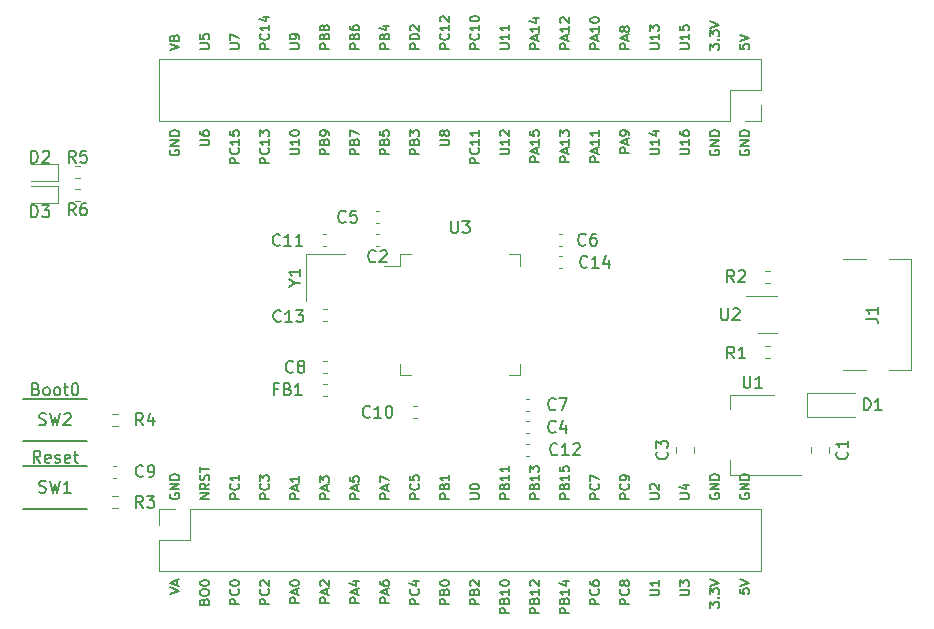
<source format=gbr>
G04 #@! TF.GenerationSoftware,KiCad,Pcbnew,7.0.5+dfsg-2*
G04 #@! TF.CreationDate,2023-07-13T12:51:53+08:00*
G04 #@! TF.ProjectId,mcustm32f405,6d637573-746d-4333-9266-3430352e6b69,a*
G04 #@! TF.SameCoordinates,PX57cf3f8PY8841978*
G04 #@! TF.FileFunction,Legend,Top*
G04 #@! TF.FilePolarity,Positive*
%FSLAX46Y46*%
G04 Gerber Fmt 4.6, Leading zero omitted, Abs format (unit mm)*
G04 Created by KiCad (PCBNEW 7.0.5+dfsg-2) date 2023-07-13 12:51:53*
%MOMM*%
%LPD*%
G01*
G04 APERTURE LIST*
%ADD10C,0.150000*%
%ADD11C,0.120000*%
G04 APERTURE END LIST*
D10*
X24796904Y28755181D02*
X24463571Y29231372D01*
X24225476Y28755181D02*
X24225476Y29755181D01*
X24225476Y29755181D02*
X24606428Y29755181D01*
X24606428Y29755181D02*
X24701666Y29707562D01*
X24701666Y29707562D02*
X24749285Y29659943D01*
X24749285Y29659943D02*
X24796904Y29564705D01*
X24796904Y29564705D02*
X24796904Y29421848D01*
X24796904Y29421848D02*
X24749285Y29326610D01*
X24749285Y29326610D02*
X24701666Y29278991D01*
X24701666Y29278991D02*
X24606428Y29231372D01*
X24606428Y29231372D02*
X24225476Y29231372D01*
X25606428Y28802800D02*
X25511190Y28755181D01*
X25511190Y28755181D02*
X25320714Y28755181D01*
X25320714Y28755181D02*
X25225476Y28802800D01*
X25225476Y28802800D02*
X25177857Y28898039D01*
X25177857Y28898039D02*
X25177857Y29278991D01*
X25177857Y29278991D02*
X25225476Y29374229D01*
X25225476Y29374229D02*
X25320714Y29421848D01*
X25320714Y29421848D02*
X25511190Y29421848D01*
X25511190Y29421848D02*
X25606428Y29374229D01*
X25606428Y29374229D02*
X25654047Y29278991D01*
X25654047Y29278991D02*
X25654047Y29183753D01*
X25654047Y29183753D02*
X25177857Y29088515D01*
X26035000Y28802800D02*
X26130238Y28755181D01*
X26130238Y28755181D02*
X26320714Y28755181D01*
X26320714Y28755181D02*
X26415952Y28802800D01*
X26415952Y28802800D02*
X26463571Y28898039D01*
X26463571Y28898039D02*
X26463571Y28945658D01*
X26463571Y28945658D02*
X26415952Y29040896D01*
X26415952Y29040896D02*
X26320714Y29088515D01*
X26320714Y29088515D02*
X26177857Y29088515D01*
X26177857Y29088515D02*
X26082619Y29136134D01*
X26082619Y29136134D02*
X26035000Y29231372D01*
X26035000Y29231372D02*
X26035000Y29278991D01*
X26035000Y29278991D02*
X26082619Y29374229D01*
X26082619Y29374229D02*
X26177857Y29421848D01*
X26177857Y29421848D02*
X26320714Y29421848D01*
X26320714Y29421848D02*
X26415952Y29374229D01*
X27273095Y28802800D02*
X27177857Y28755181D01*
X27177857Y28755181D02*
X26987381Y28755181D01*
X26987381Y28755181D02*
X26892143Y28802800D01*
X26892143Y28802800D02*
X26844524Y28898039D01*
X26844524Y28898039D02*
X26844524Y29278991D01*
X26844524Y29278991D02*
X26892143Y29374229D01*
X26892143Y29374229D02*
X26987381Y29421848D01*
X26987381Y29421848D02*
X27177857Y29421848D01*
X27177857Y29421848D02*
X27273095Y29374229D01*
X27273095Y29374229D02*
X27320714Y29278991D01*
X27320714Y29278991D02*
X27320714Y29183753D01*
X27320714Y29183753D02*
X26844524Y29088515D01*
X27606429Y29421848D02*
X27987381Y29421848D01*
X27749286Y29755181D02*
X27749286Y28898039D01*
X27749286Y28898039D02*
X27796905Y28802800D01*
X27796905Y28802800D02*
X27892143Y28755181D01*
X27892143Y28755181D02*
X27987381Y28755181D01*
X24439761Y34993991D02*
X24582618Y34946372D01*
X24582618Y34946372D02*
X24630237Y34898753D01*
X24630237Y34898753D02*
X24677856Y34803515D01*
X24677856Y34803515D02*
X24677856Y34660658D01*
X24677856Y34660658D02*
X24630237Y34565420D01*
X24630237Y34565420D02*
X24582618Y34517800D01*
X24582618Y34517800D02*
X24487380Y34470181D01*
X24487380Y34470181D02*
X24106428Y34470181D01*
X24106428Y34470181D02*
X24106428Y35470181D01*
X24106428Y35470181D02*
X24439761Y35470181D01*
X24439761Y35470181D02*
X24534999Y35422562D01*
X24534999Y35422562D02*
X24582618Y35374943D01*
X24582618Y35374943D02*
X24630237Y35279705D01*
X24630237Y35279705D02*
X24630237Y35184467D01*
X24630237Y35184467D02*
X24582618Y35089229D01*
X24582618Y35089229D02*
X24534999Y35041610D01*
X24534999Y35041610D02*
X24439761Y34993991D01*
X24439761Y34993991D02*
X24106428Y34993991D01*
X25249285Y34470181D02*
X25154047Y34517800D01*
X25154047Y34517800D02*
X25106428Y34565420D01*
X25106428Y34565420D02*
X25058809Y34660658D01*
X25058809Y34660658D02*
X25058809Y34946372D01*
X25058809Y34946372D02*
X25106428Y35041610D01*
X25106428Y35041610D02*
X25154047Y35089229D01*
X25154047Y35089229D02*
X25249285Y35136848D01*
X25249285Y35136848D02*
X25392142Y35136848D01*
X25392142Y35136848D02*
X25487380Y35089229D01*
X25487380Y35089229D02*
X25534999Y35041610D01*
X25534999Y35041610D02*
X25582618Y34946372D01*
X25582618Y34946372D02*
X25582618Y34660658D01*
X25582618Y34660658D02*
X25534999Y34565420D01*
X25534999Y34565420D02*
X25487380Y34517800D01*
X25487380Y34517800D02*
X25392142Y34470181D01*
X25392142Y34470181D02*
X25249285Y34470181D01*
X26154047Y34470181D02*
X26058809Y34517800D01*
X26058809Y34517800D02*
X26011190Y34565420D01*
X26011190Y34565420D02*
X25963571Y34660658D01*
X25963571Y34660658D02*
X25963571Y34946372D01*
X25963571Y34946372D02*
X26011190Y35041610D01*
X26011190Y35041610D02*
X26058809Y35089229D01*
X26058809Y35089229D02*
X26154047Y35136848D01*
X26154047Y35136848D02*
X26296904Y35136848D01*
X26296904Y35136848D02*
X26392142Y35089229D01*
X26392142Y35089229D02*
X26439761Y35041610D01*
X26439761Y35041610D02*
X26487380Y34946372D01*
X26487380Y34946372D02*
X26487380Y34660658D01*
X26487380Y34660658D02*
X26439761Y34565420D01*
X26439761Y34565420D02*
X26392142Y34517800D01*
X26392142Y34517800D02*
X26296904Y34470181D01*
X26296904Y34470181D02*
X26154047Y34470181D01*
X26773095Y35136848D02*
X27154047Y35136848D01*
X26915952Y35470181D02*
X26915952Y34613039D01*
X26915952Y34613039D02*
X26963571Y34517800D01*
X26963571Y34517800D02*
X27058809Y34470181D01*
X27058809Y34470181D02*
X27154047Y34470181D01*
X27677857Y35470181D02*
X27773095Y35470181D01*
X27773095Y35470181D02*
X27868333Y35422562D01*
X27868333Y35422562D02*
X27915952Y35374943D01*
X27915952Y35374943D02*
X27963571Y35279705D01*
X27963571Y35279705D02*
X28011190Y35089229D01*
X28011190Y35089229D02*
X28011190Y34851134D01*
X28011190Y34851134D02*
X27963571Y34660658D01*
X27963571Y34660658D02*
X27915952Y34565420D01*
X27915952Y34565420D02*
X27868333Y34517800D01*
X27868333Y34517800D02*
X27773095Y34470181D01*
X27773095Y34470181D02*
X27677857Y34470181D01*
X27677857Y34470181D02*
X27582619Y34517800D01*
X27582619Y34517800D02*
X27535000Y34565420D01*
X27535000Y34565420D02*
X27487381Y34660658D01*
X27487381Y34660658D02*
X27439762Y34851134D01*
X27439762Y34851134D02*
X27439762Y35089229D01*
X27439762Y35089229D02*
X27487381Y35279705D01*
X27487381Y35279705D02*
X27535000Y35374943D01*
X27535000Y35374943D02*
X27582619Y35422562D01*
X27582619Y35422562D02*
X27677857Y35470181D01*
G04 #@! TO.C,SW1*
X24701667Y26262800D02*
X24844524Y26215181D01*
X24844524Y26215181D02*
X25082619Y26215181D01*
X25082619Y26215181D02*
X25177857Y26262800D01*
X25177857Y26262800D02*
X25225476Y26310420D01*
X25225476Y26310420D02*
X25273095Y26405658D01*
X25273095Y26405658D02*
X25273095Y26500896D01*
X25273095Y26500896D02*
X25225476Y26596134D01*
X25225476Y26596134D02*
X25177857Y26643753D01*
X25177857Y26643753D02*
X25082619Y26691372D01*
X25082619Y26691372D02*
X24892143Y26738991D01*
X24892143Y26738991D02*
X24796905Y26786610D01*
X24796905Y26786610D02*
X24749286Y26834229D01*
X24749286Y26834229D02*
X24701667Y26929467D01*
X24701667Y26929467D02*
X24701667Y27024705D01*
X24701667Y27024705D02*
X24749286Y27119943D01*
X24749286Y27119943D02*
X24796905Y27167562D01*
X24796905Y27167562D02*
X24892143Y27215181D01*
X24892143Y27215181D02*
X25130238Y27215181D01*
X25130238Y27215181D02*
X25273095Y27167562D01*
X25606429Y27215181D02*
X25844524Y26215181D01*
X25844524Y26215181D02*
X26035000Y26929467D01*
X26035000Y26929467D02*
X26225476Y26215181D01*
X26225476Y26215181D02*
X26463572Y27215181D01*
X27368333Y26215181D02*
X26796905Y26215181D01*
X27082619Y26215181D02*
X27082619Y27215181D01*
X27082619Y27215181D02*
X26987381Y27072324D01*
X26987381Y27072324D02*
X26892143Y26977086D01*
X26892143Y26977086D02*
X26796905Y26929467D01*
G04 #@! TO.C,SW2*
X24701667Y31977800D02*
X24844524Y31930181D01*
X24844524Y31930181D02*
X25082619Y31930181D01*
X25082619Y31930181D02*
X25177857Y31977800D01*
X25177857Y31977800D02*
X25225476Y32025420D01*
X25225476Y32025420D02*
X25273095Y32120658D01*
X25273095Y32120658D02*
X25273095Y32215896D01*
X25273095Y32215896D02*
X25225476Y32311134D01*
X25225476Y32311134D02*
X25177857Y32358753D01*
X25177857Y32358753D02*
X25082619Y32406372D01*
X25082619Y32406372D02*
X24892143Y32453991D01*
X24892143Y32453991D02*
X24796905Y32501610D01*
X24796905Y32501610D02*
X24749286Y32549229D01*
X24749286Y32549229D02*
X24701667Y32644467D01*
X24701667Y32644467D02*
X24701667Y32739705D01*
X24701667Y32739705D02*
X24749286Y32834943D01*
X24749286Y32834943D02*
X24796905Y32882562D01*
X24796905Y32882562D02*
X24892143Y32930181D01*
X24892143Y32930181D02*
X25130238Y32930181D01*
X25130238Y32930181D02*
X25273095Y32882562D01*
X25606429Y32930181D02*
X25844524Y31930181D01*
X25844524Y31930181D02*
X26035000Y32644467D01*
X26035000Y32644467D02*
X26225476Y31930181D01*
X26225476Y31930181D02*
X26463572Y32930181D01*
X26796905Y32834943D02*
X26844524Y32882562D01*
X26844524Y32882562D02*
X26939762Y32930181D01*
X26939762Y32930181D02*
X27177857Y32930181D01*
X27177857Y32930181D02*
X27273095Y32882562D01*
X27273095Y32882562D02*
X27320714Y32834943D01*
X27320714Y32834943D02*
X27368333Y32739705D01*
X27368333Y32739705D02*
X27368333Y32644467D01*
X27368333Y32644467D02*
X27320714Y32501610D01*
X27320714Y32501610D02*
X26749286Y31930181D01*
X26749286Y31930181D02*
X27368333Y31930181D01*
G04 #@! TO.C,D1*
X94511905Y33200181D02*
X94511905Y34200181D01*
X94511905Y34200181D02*
X94750000Y34200181D01*
X94750000Y34200181D02*
X94892857Y34152562D01*
X94892857Y34152562D02*
X94988095Y34057324D01*
X94988095Y34057324D02*
X95035714Y33962086D01*
X95035714Y33962086D02*
X95083333Y33771610D01*
X95083333Y33771610D02*
X95083333Y33628753D01*
X95083333Y33628753D02*
X95035714Y33438277D01*
X95035714Y33438277D02*
X94988095Y33343039D01*
X94988095Y33343039D02*
X94892857Y33247800D01*
X94892857Y33247800D02*
X94750000Y33200181D01*
X94750000Y33200181D02*
X94511905Y33200181D01*
X96035714Y33200181D02*
X95464286Y33200181D01*
X95750000Y33200181D02*
X95750000Y34200181D01*
X95750000Y34200181D02*
X95654762Y34057324D01*
X95654762Y34057324D02*
X95559524Y33962086D01*
X95559524Y33962086D02*
X95464286Y33914467D01*
G04 #@! TO.C,J1*
X94704819Y40941667D02*
X95419104Y40941667D01*
X95419104Y40941667D02*
X95561961Y40894048D01*
X95561961Y40894048D02*
X95657200Y40798810D01*
X95657200Y40798810D02*
X95704819Y40655953D01*
X95704819Y40655953D02*
X95704819Y40560715D01*
X95704819Y41941667D02*
X95704819Y41370239D01*
X95704819Y41655953D02*
X94704819Y41655953D01*
X94704819Y41655953D02*
X94847676Y41560715D01*
X94847676Y41560715D02*
X94942914Y41465477D01*
X94942914Y41465477D02*
X94990533Y41370239D01*
G04 #@! TO.C,C5*
X50633333Y49170420D02*
X50585714Y49122800D01*
X50585714Y49122800D02*
X50442857Y49075181D01*
X50442857Y49075181D02*
X50347619Y49075181D01*
X50347619Y49075181D02*
X50204762Y49122800D01*
X50204762Y49122800D02*
X50109524Y49218039D01*
X50109524Y49218039D02*
X50061905Y49313277D01*
X50061905Y49313277D02*
X50014286Y49503753D01*
X50014286Y49503753D02*
X50014286Y49646610D01*
X50014286Y49646610D02*
X50061905Y49837086D01*
X50061905Y49837086D02*
X50109524Y49932324D01*
X50109524Y49932324D02*
X50204762Y50027562D01*
X50204762Y50027562D02*
X50347619Y50075181D01*
X50347619Y50075181D02*
X50442857Y50075181D01*
X50442857Y50075181D02*
X50585714Y50027562D01*
X50585714Y50027562D02*
X50633333Y49979943D01*
X51538095Y50075181D02*
X51061905Y50075181D01*
X51061905Y50075181D02*
X51014286Y49598991D01*
X51014286Y49598991D02*
X51061905Y49646610D01*
X51061905Y49646610D02*
X51157143Y49694229D01*
X51157143Y49694229D02*
X51395238Y49694229D01*
X51395238Y49694229D02*
X51490476Y49646610D01*
X51490476Y49646610D02*
X51538095Y49598991D01*
X51538095Y49598991D02*
X51585714Y49503753D01*
X51585714Y49503753D02*
X51585714Y49265658D01*
X51585714Y49265658D02*
X51538095Y49170420D01*
X51538095Y49170420D02*
X51490476Y49122800D01*
X51490476Y49122800D02*
X51395238Y49075181D01*
X51395238Y49075181D02*
X51157143Y49075181D01*
X51157143Y49075181D02*
X51061905Y49122800D01*
X51061905Y49122800D02*
X51014286Y49170420D01*
G04 #@! TO.C,C6*
X70953333Y47230420D02*
X70905714Y47182800D01*
X70905714Y47182800D02*
X70762857Y47135181D01*
X70762857Y47135181D02*
X70667619Y47135181D01*
X70667619Y47135181D02*
X70524762Y47182800D01*
X70524762Y47182800D02*
X70429524Y47278039D01*
X70429524Y47278039D02*
X70381905Y47373277D01*
X70381905Y47373277D02*
X70334286Y47563753D01*
X70334286Y47563753D02*
X70334286Y47706610D01*
X70334286Y47706610D02*
X70381905Y47897086D01*
X70381905Y47897086D02*
X70429524Y47992324D01*
X70429524Y47992324D02*
X70524762Y48087562D01*
X70524762Y48087562D02*
X70667619Y48135181D01*
X70667619Y48135181D02*
X70762857Y48135181D01*
X70762857Y48135181D02*
X70905714Y48087562D01*
X70905714Y48087562D02*
X70953333Y48039943D01*
X71810476Y48135181D02*
X71620000Y48135181D01*
X71620000Y48135181D02*
X71524762Y48087562D01*
X71524762Y48087562D02*
X71477143Y48039943D01*
X71477143Y48039943D02*
X71381905Y47897086D01*
X71381905Y47897086D02*
X71334286Y47706610D01*
X71334286Y47706610D02*
X71334286Y47325658D01*
X71334286Y47325658D02*
X71381905Y47230420D01*
X71381905Y47230420D02*
X71429524Y47182800D01*
X71429524Y47182800D02*
X71524762Y47135181D01*
X71524762Y47135181D02*
X71715238Y47135181D01*
X71715238Y47135181D02*
X71810476Y47182800D01*
X71810476Y47182800D02*
X71858095Y47230420D01*
X71858095Y47230420D02*
X71905714Y47325658D01*
X71905714Y47325658D02*
X71905714Y47563753D01*
X71905714Y47563753D02*
X71858095Y47658991D01*
X71858095Y47658991D02*
X71810476Y47706610D01*
X71810476Y47706610D02*
X71715238Y47754229D01*
X71715238Y47754229D02*
X71524762Y47754229D01*
X71524762Y47754229D02*
X71429524Y47706610D01*
X71429524Y47706610D02*
X71381905Y47658991D01*
X71381905Y47658991D02*
X71334286Y47563753D01*
G04 #@! TO.C,C7*
X68413333Y33295420D02*
X68365714Y33247800D01*
X68365714Y33247800D02*
X68222857Y33200181D01*
X68222857Y33200181D02*
X68127619Y33200181D01*
X68127619Y33200181D02*
X67984762Y33247800D01*
X67984762Y33247800D02*
X67889524Y33343039D01*
X67889524Y33343039D02*
X67841905Y33438277D01*
X67841905Y33438277D02*
X67794286Y33628753D01*
X67794286Y33628753D02*
X67794286Y33771610D01*
X67794286Y33771610D02*
X67841905Y33962086D01*
X67841905Y33962086D02*
X67889524Y34057324D01*
X67889524Y34057324D02*
X67984762Y34152562D01*
X67984762Y34152562D02*
X68127619Y34200181D01*
X68127619Y34200181D02*
X68222857Y34200181D01*
X68222857Y34200181D02*
X68365714Y34152562D01*
X68365714Y34152562D02*
X68413333Y34104943D01*
X68746667Y34200181D02*
X69413333Y34200181D01*
X69413333Y34200181D02*
X68984762Y33200181D01*
G04 #@! TO.C,C10*
X52697142Y32660420D02*
X52649523Y32612800D01*
X52649523Y32612800D02*
X52506666Y32565181D01*
X52506666Y32565181D02*
X52411428Y32565181D01*
X52411428Y32565181D02*
X52268571Y32612800D01*
X52268571Y32612800D02*
X52173333Y32708039D01*
X52173333Y32708039D02*
X52125714Y32803277D01*
X52125714Y32803277D02*
X52078095Y32993753D01*
X52078095Y32993753D02*
X52078095Y33136610D01*
X52078095Y33136610D02*
X52125714Y33327086D01*
X52125714Y33327086D02*
X52173333Y33422324D01*
X52173333Y33422324D02*
X52268571Y33517562D01*
X52268571Y33517562D02*
X52411428Y33565181D01*
X52411428Y33565181D02*
X52506666Y33565181D01*
X52506666Y33565181D02*
X52649523Y33517562D01*
X52649523Y33517562D02*
X52697142Y33469943D01*
X53649523Y32565181D02*
X53078095Y32565181D01*
X53363809Y32565181D02*
X53363809Y33565181D01*
X53363809Y33565181D02*
X53268571Y33422324D01*
X53268571Y33422324D02*
X53173333Y33327086D01*
X53173333Y33327086D02*
X53078095Y33279467D01*
X54268571Y33565181D02*
X54363809Y33565181D01*
X54363809Y33565181D02*
X54459047Y33517562D01*
X54459047Y33517562D02*
X54506666Y33469943D01*
X54506666Y33469943D02*
X54554285Y33374705D01*
X54554285Y33374705D02*
X54601904Y33184229D01*
X54601904Y33184229D02*
X54601904Y32946134D01*
X54601904Y32946134D02*
X54554285Y32755658D01*
X54554285Y32755658D02*
X54506666Y32660420D01*
X54506666Y32660420D02*
X54459047Y32612800D01*
X54459047Y32612800D02*
X54363809Y32565181D01*
X54363809Y32565181D02*
X54268571Y32565181D01*
X54268571Y32565181D02*
X54173333Y32612800D01*
X54173333Y32612800D02*
X54125714Y32660420D01*
X54125714Y32660420D02*
X54078095Y32755658D01*
X54078095Y32755658D02*
X54030476Y32946134D01*
X54030476Y32946134D02*
X54030476Y33184229D01*
X54030476Y33184229D02*
X54078095Y33374705D01*
X54078095Y33374705D02*
X54125714Y33469943D01*
X54125714Y33469943D02*
X54173333Y33517562D01*
X54173333Y33517562D02*
X54268571Y33565181D01*
G04 #@! TO.C,U1*
X84328095Y36105181D02*
X84328095Y35295658D01*
X84328095Y35295658D02*
X84375714Y35200420D01*
X84375714Y35200420D02*
X84423333Y35152800D01*
X84423333Y35152800D02*
X84518571Y35105181D01*
X84518571Y35105181D02*
X84709047Y35105181D01*
X84709047Y35105181D02*
X84804285Y35152800D01*
X84804285Y35152800D02*
X84851904Y35200420D01*
X84851904Y35200420D02*
X84899523Y35295658D01*
X84899523Y35295658D02*
X84899523Y36105181D01*
X85899523Y35105181D02*
X85328095Y35105181D01*
X85613809Y35105181D02*
X85613809Y36105181D01*
X85613809Y36105181D02*
X85518571Y35962324D01*
X85518571Y35962324D02*
X85423333Y35867086D01*
X85423333Y35867086D02*
X85328095Y35819467D01*
G04 #@! TO.C,C1*
X93069580Y29678334D02*
X93117200Y29630715D01*
X93117200Y29630715D02*
X93164819Y29487858D01*
X93164819Y29487858D02*
X93164819Y29392620D01*
X93164819Y29392620D02*
X93117200Y29249763D01*
X93117200Y29249763D02*
X93021961Y29154525D01*
X93021961Y29154525D02*
X92926723Y29106906D01*
X92926723Y29106906D02*
X92736247Y29059287D01*
X92736247Y29059287D02*
X92593390Y29059287D01*
X92593390Y29059287D02*
X92402914Y29106906D01*
X92402914Y29106906D02*
X92307676Y29154525D01*
X92307676Y29154525D02*
X92212438Y29249763D01*
X92212438Y29249763D02*
X92164819Y29392620D01*
X92164819Y29392620D02*
X92164819Y29487858D01*
X92164819Y29487858D02*
X92212438Y29630715D01*
X92212438Y29630715D02*
X92260057Y29678334D01*
X93164819Y30630715D02*
X93164819Y30059287D01*
X93164819Y30345001D02*
X92164819Y30345001D01*
X92164819Y30345001D02*
X92307676Y30249763D01*
X92307676Y30249763D02*
X92402914Y30154525D01*
X92402914Y30154525D02*
X92450533Y30059287D01*
G04 #@! TO.C,C9*
X33488333Y27650420D02*
X33440714Y27602800D01*
X33440714Y27602800D02*
X33297857Y27555181D01*
X33297857Y27555181D02*
X33202619Y27555181D01*
X33202619Y27555181D02*
X33059762Y27602800D01*
X33059762Y27602800D02*
X32964524Y27698039D01*
X32964524Y27698039D02*
X32916905Y27793277D01*
X32916905Y27793277D02*
X32869286Y27983753D01*
X32869286Y27983753D02*
X32869286Y28126610D01*
X32869286Y28126610D02*
X32916905Y28317086D01*
X32916905Y28317086D02*
X32964524Y28412324D01*
X32964524Y28412324D02*
X33059762Y28507562D01*
X33059762Y28507562D02*
X33202619Y28555181D01*
X33202619Y28555181D02*
X33297857Y28555181D01*
X33297857Y28555181D02*
X33440714Y28507562D01*
X33440714Y28507562D02*
X33488333Y28459943D01*
X33964524Y27555181D02*
X34155000Y27555181D01*
X34155000Y27555181D02*
X34250238Y27602800D01*
X34250238Y27602800D02*
X34297857Y27650420D01*
X34297857Y27650420D02*
X34393095Y27793277D01*
X34393095Y27793277D02*
X34440714Y27983753D01*
X34440714Y27983753D02*
X34440714Y28364705D01*
X34440714Y28364705D02*
X34393095Y28459943D01*
X34393095Y28459943D02*
X34345476Y28507562D01*
X34345476Y28507562D02*
X34250238Y28555181D01*
X34250238Y28555181D02*
X34059762Y28555181D01*
X34059762Y28555181D02*
X33964524Y28507562D01*
X33964524Y28507562D02*
X33916905Y28459943D01*
X33916905Y28459943D02*
X33869286Y28364705D01*
X33869286Y28364705D02*
X33869286Y28126610D01*
X33869286Y28126610D02*
X33916905Y28031372D01*
X33916905Y28031372D02*
X33964524Y27983753D01*
X33964524Y27983753D02*
X34059762Y27936134D01*
X34059762Y27936134D02*
X34250238Y27936134D01*
X34250238Y27936134D02*
X34345476Y27983753D01*
X34345476Y27983753D02*
X34393095Y28031372D01*
X34393095Y28031372D02*
X34440714Y28126610D01*
G04 #@! TO.C,D2*
X24026905Y54155181D02*
X24026905Y55155181D01*
X24026905Y55155181D02*
X24265000Y55155181D01*
X24265000Y55155181D02*
X24407857Y55107562D01*
X24407857Y55107562D02*
X24503095Y55012324D01*
X24503095Y55012324D02*
X24550714Y54917086D01*
X24550714Y54917086D02*
X24598333Y54726610D01*
X24598333Y54726610D02*
X24598333Y54583753D01*
X24598333Y54583753D02*
X24550714Y54393277D01*
X24550714Y54393277D02*
X24503095Y54298039D01*
X24503095Y54298039D02*
X24407857Y54202800D01*
X24407857Y54202800D02*
X24265000Y54155181D01*
X24265000Y54155181D02*
X24026905Y54155181D01*
X24979286Y55059943D02*
X25026905Y55107562D01*
X25026905Y55107562D02*
X25122143Y55155181D01*
X25122143Y55155181D02*
X25360238Y55155181D01*
X25360238Y55155181D02*
X25455476Y55107562D01*
X25455476Y55107562D02*
X25503095Y55059943D01*
X25503095Y55059943D02*
X25550714Y54964705D01*
X25550714Y54964705D02*
X25550714Y54869467D01*
X25550714Y54869467D02*
X25503095Y54726610D01*
X25503095Y54726610D02*
X24931667Y54155181D01*
X24931667Y54155181D02*
X25550714Y54155181D01*
G04 #@! TO.C,D3*
X24026905Y49550181D02*
X24026905Y50550181D01*
X24026905Y50550181D02*
X24265000Y50550181D01*
X24265000Y50550181D02*
X24407857Y50502562D01*
X24407857Y50502562D02*
X24503095Y50407324D01*
X24503095Y50407324D02*
X24550714Y50312086D01*
X24550714Y50312086D02*
X24598333Y50121610D01*
X24598333Y50121610D02*
X24598333Y49978753D01*
X24598333Y49978753D02*
X24550714Y49788277D01*
X24550714Y49788277D02*
X24503095Y49693039D01*
X24503095Y49693039D02*
X24407857Y49597800D01*
X24407857Y49597800D02*
X24265000Y49550181D01*
X24265000Y49550181D02*
X24026905Y49550181D01*
X24931667Y50550181D02*
X25550714Y50550181D01*
X25550714Y50550181D02*
X25217381Y50169229D01*
X25217381Y50169229D02*
X25360238Y50169229D01*
X25360238Y50169229D02*
X25455476Y50121610D01*
X25455476Y50121610D02*
X25503095Y50073991D01*
X25503095Y50073991D02*
X25550714Y49978753D01*
X25550714Y49978753D02*
X25550714Y49740658D01*
X25550714Y49740658D02*
X25503095Y49645420D01*
X25503095Y49645420D02*
X25455476Y49597800D01*
X25455476Y49597800D02*
X25360238Y49550181D01*
X25360238Y49550181D02*
X25074524Y49550181D01*
X25074524Y49550181D02*
X24979286Y49597800D01*
X24979286Y49597800D02*
X24931667Y49645420D01*
G04 #@! TO.C,R1*
X83533333Y37585181D02*
X83200000Y38061372D01*
X82961905Y37585181D02*
X82961905Y38585181D01*
X82961905Y38585181D02*
X83342857Y38585181D01*
X83342857Y38585181D02*
X83438095Y38537562D01*
X83438095Y38537562D02*
X83485714Y38489943D01*
X83485714Y38489943D02*
X83533333Y38394705D01*
X83533333Y38394705D02*
X83533333Y38251848D01*
X83533333Y38251848D02*
X83485714Y38156610D01*
X83485714Y38156610D02*
X83438095Y38108991D01*
X83438095Y38108991D02*
X83342857Y38061372D01*
X83342857Y38061372D02*
X82961905Y38061372D01*
X84485714Y37585181D02*
X83914286Y37585181D01*
X84200000Y37585181D02*
X84200000Y38585181D01*
X84200000Y38585181D02*
X84104762Y38442324D01*
X84104762Y38442324D02*
X84009524Y38347086D01*
X84009524Y38347086D02*
X83914286Y38299467D01*
G04 #@! TO.C,R2*
X83533333Y44055181D02*
X83200000Y44531372D01*
X82961905Y44055181D02*
X82961905Y45055181D01*
X82961905Y45055181D02*
X83342857Y45055181D01*
X83342857Y45055181D02*
X83438095Y45007562D01*
X83438095Y45007562D02*
X83485714Y44959943D01*
X83485714Y44959943D02*
X83533333Y44864705D01*
X83533333Y44864705D02*
X83533333Y44721848D01*
X83533333Y44721848D02*
X83485714Y44626610D01*
X83485714Y44626610D02*
X83438095Y44578991D01*
X83438095Y44578991D02*
X83342857Y44531372D01*
X83342857Y44531372D02*
X82961905Y44531372D01*
X83914286Y44959943D02*
X83961905Y45007562D01*
X83961905Y45007562D02*
X84057143Y45055181D01*
X84057143Y45055181D02*
X84295238Y45055181D01*
X84295238Y45055181D02*
X84390476Y45007562D01*
X84390476Y45007562D02*
X84438095Y44959943D01*
X84438095Y44959943D02*
X84485714Y44864705D01*
X84485714Y44864705D02*
X84485714Y44769467D01*
X84485714Y44769467D02*
X84438095Y44626610D01*
X84438095Y44626610D02*
X83866667Y44055181D01*
X83866667Y44055181D02*
X84485714Y44055181D01*
G04 #@! TO.C,R5*
X27773333Y54155181D02*
X27440000Y54631372D01*
X27201905Y54155181D02*
X27201905Y55155181D01*
X27201905Y55155181D02*
X27582857Y55155181D01*
X27582857Y55155181D02*
X27678095Y55107562D01*
X27678095Y55107562D02*
X27725714Y55059943D01*
X27725714Y55059943D02*
X27773333Y54964705D01*
X27773333Y54964705D02*
X27773333Y54821848D01*
X27773333Y54821848D02*
X27725714Y54726610D01*
X27725714Y54726610D02*
X27678095Y54678991D01*
X27678095Y54678991D02*
X27582857Y54631372D01*
X27582857Y54631372D02*
X27201905Y54631372D01*
X28678095Y55155181D02*
X28201905Y55155181D01*
X28201905Y55155181D02*
X28154286Y54678991D01*
X28154286Y54678991D02*
X28201905Y54726610D01*
X28201905Y54726610D02*
X28297143Y54774229D01*
X28297143Y54774229D02*
X28535238Y54774229D01*
X28535238Y54774229D02*
X28630476Y54726610D01*
X28630476Y54726610D02*
X28678095Y54678991D01*
X28678095Y54678991D02*
X28725714Y54583753D01*
X28725714Y54583753D02*
X28725714Y54345658D01*
X28725714Y54345658D02*
X28678095Y54250420D01*
X28678095Y54250420D02*
X28630476Y54202800D01*
X28630476Y54202800D02*
X28535238Y54155181D01*
X28535238Y54155181D02*
X28297143Y54155181D01*
X28297143Y54155181D02*
X28201905Y54202800D01*
X28201905Y54202800D02*
X28154286Y54250420D01*
G04 #@! TO.C,R6*
X27773333Y49710181D02*
X27440000Y50186372D01*
X27201905Y49710181D02*
X27201905Y50710181D01*
X27201905Y50710181D02*
X27582857Y50710181D01*
X27582857Y50710181D02*
X27678095Y50662562D01*
X27678095Y50662562D02*
X27725714Y50614943D01*
X27725714Y50614943D02*
X27773333Y50519705D01*
X27773333Y50519705D02*
X27773333Y50376848D01*
X27773333Y50376848D02*
X27725714Y50281610D01*
X27725714Y50281610D02*
X27678095Y50233991D01*
X27678095Y50233991D02*
X27582857Y50186372D01*
X27582857Y50186372D02*
X27201905Y50186372D01*
X28630476Y50710181D02*
X28440000Y50710181D01*
X28440000Y50710181D02*
X28344762Y50662562D01*
X28344762Y50662562D02*
X28297143Y50614943D01*
X28297143Y50614943D02*
X28201905Y50472086D01*
X28201905Y50472086D02*
X28154286Y50281610D01*
X28154286Y50281610D02*
X28154286Y49900658D01*
X28154286Y49900658D02*
X28201905Y49805420D01*
X28201905Y49805420D02*
X28249524Y49757800D01*
X28249524Y49757800D02*
X28344762Y49710181D01*
X28344762Y49710181D02*
X28535238Y49710181D01*
X28535238Y49710181D02*
X28630476Y49757800D01*
X28630476Y49757800D02*
X28678095Y49805420D01*
X28678095Y49805420D02*
X28725714Y49900658D01*
X28725714Y49900658D02*
X28725714Y50138753D01*
X28725714Y50138753D02*
X28678095Y50233991D01*
X28678095Y50233991D02*
X28630476Y50281610D01*
X28630476Y50281610D02*
X28535238Y50329229D01*
X28535238Y50329229D02*
X28344762Y50329229D01*
X28344762Y50329229D02*
X28249524Y50281610D01*
X28249524Y50281610D02*
X28201905Y50233991D01*
X28201905Y50233991D02*
X28154286Y50138753D01*
G04 #@! TO.C,C11*
X45077142Y47210420D02*
X45029523Y47162800D01*
X45029523Y47162800D02*
X44886666Y47115181D01*
X44886666Y47115181D02*
X44791428Y47115181D01*
X44791428Y47115181D02*
X44648571Y47162800D01*
X44648571Y47162800D02*
X44553333Y47258039D01*
X44553333Y47258039D02*
X44505714Y47353277D01*
X44505714Y47353277D02*
X44458095Y47543753D01*
X44458095Y47543753D02*
X44458095Y47686610D01*
X44458095Y47686610D02*
X44505714Y47877086D01*
X44505714Y47877086D02*
X44553333Y47972324D01*
X44553333Y47972324D02*
X44648571Y48067562D01*
X44648571Y48067562D02*
X44791428Y48115181D01*
X44791428Y48115181D02*
X44886666Y48115181D01*
X44886666Y48115181D02*
X45029523Y48067562D01*
X45029523Y48067562D02*
X45077142Y48019943D01*
X46029523Y47115181D02*
X45458095Y47115181D01*
X45743809Y47115181D02*
X45743809Y48115181D01*
X45743809Y48115181D02*
X45648571Y47972324D01*
X45648571Y47972324D02*
X45553333Y47877086D01*
X45553333Y47877086D02*
X45458095Y47829467D01*
X46981904Y47115181D02*
X46410476Y47115181D01*
X46696190Y47115181D02*
X46696190Y48115181D01*
X46696190Y48115181D02*
X46600952Y47972324D01*
X46600952Y47972324D02*
X46505714Y47877086D01*
X46505714Y47877086D02*
X46410476Y47829467D01*
G04 #@! TO.C,C13*
X45147142Y40760420D02*
X45099523Y40712800D01*
X45099523Y40712800D02*
X44956666Y40665181D01*
X44956666Y40665181D02*
X44861428Y40665181D01*
X44861428Y40665181D02*
X44718571Y40712800D01*
X44718571Y40712800D02*
X44623333Y40808039D01*
X44623333Y40808039D02*
X44575714Y40903277D01*
X44575714Y40903277D02*
X44528095Y41093753D01*
X44528095Y41093753D02*
X44528095Y41236610D01*
X44528095Y41236610D02*
X44575714Y41427086D01*
X44575714Y41427086D02*
X44623333Y41522324D01*
X44623333Y41522324D02*
X44718571Y41617562D01*
X44718571Y41617562D02*
X44861428Y41665181D01*
X44861428Y41665181D02*
X44956666Y41665181D01*
X44956666Y41665181D02*
X45099523Y41617562D01*
X45099523Y41617562D02*
X45147142Y41569943D01*
X46099523Y40665181D02*
X45528095Y40665181D01*
X45813809Y40665181D02*
X45813809Y41665181D01*
X45813809Y41665181D02*
X45718571Y41522324D01*
X45718571Y41522324D02*
X45623333Y41427086D01*
X45623333Y41427086D02*
X45528095Y41379467D01*
X46432857Y41665181D02*
X47051904Y41665181D01*
X47051904Y41665181D02*
X46718571Y41284229D01*
X46718571Y41284229D02*
X46861428Y41284229D01*
X46861428Y41284229D02*
X46956666Y41236610D01*
X46956666Y41236610D02*
X47004285Y41188991D01*
X47004285Y41188991D02*
X47051904Y41093753D01*
X47051904Y41093753D02*
X47051904Y40855658D01*
X47051904Y40855658D02*
X47004285Y40760420D01*
X47004285Y40760420D02*
X46956666Y40712800D01*
X46956666Y40712800D02*
X46861428Y40665181D01*
X46861428Y40665181D02*
X46575714Y40665181D01*
X46575714Y40665181D02*
X46480476Y40712800D01*
X46480476Y40712800D02*
X46432857Y40760420D01*
G04 #@! TO.C,U2*
X82423095Y41820181D02*
X82423095Y41010658D01*
X82423095Y41010658D02*
X82470714Y40915420D01*
X82470714Y40915420D02*
X82518333Y40867800D01*
X82518333Y40867800D02*
X82613571Y40820181D01*
X82613571Y40820181D02*
X82804047Y40820181D01*
X82804047Y40820181D02*
X82899285Y40867800D01*
X82899285Y40867800D02*
X82946904Y40915420D01*
X82946904Y40915420D02*
X82994523Y41010658D01*
X82994523Y41010658D02*
X82994523Y41820181D01*
X83423095Y41724943D02*
X83470714Y41772562D01*
X83470714Y41772562D02*
X83565952Y41820181D01*
X83565952Y41820181D02*
X83804047Y41820181D01*
X83804047Y41820181D02*
X83899285Y41772562D01*
X83899285Y41772562D02*
X83946904Y41724943D01*
X83946904Y41724943D02*
X83994523Y41629705D01*
X83994523Y41629705D02*
X83994523Y41534467D01*
X83994523Y41534467D02*
X83946904Y41391610D01*
X83946904Y41391610D02*
X83375476Y40820181D01*
X83375476Y40820181D02*
X83994523Y40820181D01*
G04 #@! TO.C,C4*
X68413333Y31390420D02*
X68365714Y31342800D01*
X68365714Y31342800D02*
X68222857Y31295181D01*
X68222857Y31295181D02*
X68127619Y31295181D01*
X68127619Y31295181D02*
X67984762Y31342800D01*
X67984762Y31342800D02*
X67889524Y31438039D01*
X67889524Y31438039D02*
X67841905Y31533277D01*
X67841905Y31533277D02*
X67794286Y31723753D01*
X67794286Y31723753D02*
X67794286Y31866610D01*
X67794286Y31866610D02*
X67841905Y32057086D01*
X67841905Y32057086D02*
X67889524Y32152324D01*
X67889524Y32152324D02*
X67984762Y32247562D01*
X67984762Y32247562D02*
X68127619Y32295181D01*
X68127619Y32295181D02*
X68222857Y32295181D01*
X68222857Y32295181D02*
X68365714Y32247562D01*
X68365714Y32247562D02*
X68413333Y32199943D01*
X69270476Y31961848D02*
X69270476Y31295181D01*
X69032381Y32342800D02*
X68794286Y31628515D01*
X68794286Y31628515D02*
X69413333Y31628515D01*
G04 #@! TO.C,C12*
X68572142Y29485420D02*
X68524523Y29437800D01*
X68524523Y29437800D02*
X68381666Y29390181D01*
X68381666Y29390181D02*
X68286428Y29390181D01*
X68286428Y29390181D02*
X68143571Y29437800D01*
X68143571Y29437800D02*
X68048333Y29533039D01*
X68048333Y29533039D02*
X68000714Y29628277D01*
X68000714Y29628277D02*
X67953095Y29818753D01*
X67953095Y29818753D02*
X67953095Y29961610D01*
X67953095Y29961610D02*
X68000714Y30152086D01*
X68000714Y30152086D02*
X68048333Y30247324D01*
X68048333Y30247324D02*
X68143571Y30342562D01*
X68143571Y30342562D02*
X68286428Y30390181D01*
X68286428Y30390181D02*
X68381666Y30390181D01*
X68381666Y30390181D02*
X68524523Y30342562D01*
X68524523Y30342562D02*
X68572142Y30294943D01*
X69524523Y29390181D02*
X68953095Y29390181D01*
X69238809Y29390181D02*
X69238809Y30390181D01*
X69238809Y30390181D02*
X69143571Y30247324D01*
X69143571Y30247324D02*
X69048333Y30152086D01*
X69048333Y30152086D02*
X68953095Y30104467D01*
X69905476Y30294943D02*
X69953095Y30342562D01*
X69953095Y30342562D02*
X70048333Y30390181D01*
X70048333Y30390181D02*
X70286428Y30390181D01*
X70286428Y30390181D02*
X70381666Y30342562D01*
X70381666Y30342562D02*
X70429285Y30294943D01*
X70429285Y30294943D02*
X70476904Y30199705D01*
X70476904Y30199705D02*
X70476904Y30104467D01*
X70476904Y30104467D02*
X70429285Y29961610D01*
X70429285Y29961610D02*
X69857857Y29390181D01*
X69857857Y29390181D02*
X70476904Y29390181D01*
G04 #@! TO.C,C14*
X71112142Y45360420D02*
X71064523Y45312800D01*
X71064523Y45312800D02*
X70921666Y45265181D01*
X70921666Y45265181D02*
X70826428Y45265181D01*
X70826428Y45265181D02*
X70683571Y45312800D01*
X70683571Y45312800D02*
X70588333Y45408039D01*
X70588333Y45408039D02*
X70540714Y45503277D01*
X70540714Y45503277D02*
X70493095Y45693753D01*
X70493095Y45693753D02*
X70493095Y45836610D01*
X70493095Y45836610D02*
X70540714Y46027086D01*
X70540714Y46027086D02*
X70588333Y46122324D01*
X70588333Y46122324D02*
X70683571Y46217562D01*
X70683571Y46217562D02*
X70826428Y46265181D01*
X70826428Y46265181D02*
X70921666Y46265181D01*
X70921666Y46265181D02*
X71064523Y46217562D01*
X71064523Y46217562D02*
X71112142Y46169943D01*
X72064523Y45265181D02*
X71493095Y45265181D01*
X71778809Y45265181D02*
X71778809Y46265181D01*
X71778809Y46265181D02*
X71683571Y46122324D01*
X71683571Y46122324D02*
X71588333Y46027086D01*
X71588333Y46027086D02*
X71493095Y45979467D01*
X72921666Y45931848D02*
X72921666Y45265181D01*
X72683571Y46312800D02*
X72445476Y45598515D01*
X72445476Y45598515D02*
X73064523Y45598515D01*
G04 #@! TO.C,R3*
X33488333Y24945181D02*
X33155000Y25421372D01*
X32916905Y24945181D02*
X32916905Y25945181D01*
X32916905Y25945181D02*
X33297857Y25945181D01*
X33297857Y25945181D02*
X33393095Y25897562D01*
X33393095Y25897562D02*
X33440714Y25849943D01*
X33440714Y25849943D02*
X33488333Y25754705D01*
X33488333Y25754705D02*
X33488333Y25611848D01*
X33488333Y25611848D02*
X33440714Y25516610D01*
X33440714Y25516610D02*
X33393095Y25468991D01*
X33393095Y25468991D02*
X33297857Y25421372D01*
X33297857Y25421372D02*
X32916905Y25421372D01*
X33821667Y25945181D02*
X34440714Y25945181D01*
X34440714Y25945181D02*
X34107381Y25564229D01*
X34107381Y25564229D02*
X34250238Y25564229D01*
X34250238Y25564229D02*
X34345476Y25516610D01*
X34345476Y25516610D02*
X34393095Y25468991D01*
X34393095Y25468991D02*
X34440714Y25373753D01*
X34440714Y25373753D02*
X34440714Y25135658D01*
X34440714Y25135658D02*
X34393095Y25040420D01*
X34393095Y25040420D02*
X34345476Y24992800D01*
X34345476Y24992800D02*
X34250238Y24945181D01*
X34250238Y24945181D02*
X33964524Y24945181D01*
X33964524Y24945181D02*
X33869286Y24992800D01*
X33869286Y24992800D02*
X33821667Y25040420D01*
G04 #@! TO.C,R4*
X33488333Y31930181D02*
X33155000Y32406372D01*
X32916905Y31930181D02*
X32916905Y32930181D01*
X32916905Y32930181D02*
X33297857Y32930181D01*
X33297857Y32930181D02*
X33393095Y32882562D01*
X33393095Y32882562D02*
X33440714Y32834943D01*
X33440714Y32834943D02*
X33488333Y32739705D01*
X33488333Y32739705D02*
X33488333Y32596848D01*
X33488333Y32596848D02*
X33440714Y32501610D01*
X33440714Y32501610D02*
X33393095Y32453991D01*
X33393095Y32453991D02*
X33297857Y32406372D01*
X33297857Y32406372D02*
X32916905Y32406372D01*
X34345476Y32596848D02*
X34345476Y31930181D01*
X34107381Y32977800D02*
X33869286Y32263515D01*
X33869286Y32263515D02*
X34488333Y32263515D01*
G04 #@! TO.C,Y1*
X46333628Y43973810D02*
X46809819Y43973810D01*
X45809819Y43640477D02*
X46333628Y43973810D01*
X46333628Y43973810D02*
X45809819Y44307143D01*
X46809819Y45164286D02*
X46809819Y44592858D01*
X46809819Y44878572D02*
X45809819Y44878572D01*
X45809819Y44878572D02*
X45952676Y44783334D01*
X45952676Y44783334D02*
X46047914Y44688096D01*
X46047914Y44688096D02*
X46095533Y44592858D01*
G04 #@! TO.C,C3*
X77829580Y29678334D02*
X77877200Y29630715D01*
X77877200Y29630715D02*
X77924819Y29487858D01*
X77924819Y29487858D02*
X77924819Y29392620D01*
X77924819Y29392620D02*
X77877200Y29249763D01*
X77877200Y29249763D02*
X77781961Y29154525D01*
X77781961Y29154525D02*
X77686723Y29106906D01*
X77686723Y29106906D02*
X77496247Y29059287D01*
X77496247Y29059287D02*
X77353390Y29059287D01*
X77353390Y29059287D02*
X77162914Y29106906D01*
X77162914Y29106906D02*
X77067676Y29154525D01*
X77067676Y29154525D02*
X76972438Y29249763D01*
X76972438Y29249763D02*
X76924819Y29392620D01*
X76924819Y29392620D02*
X76924819Y29487858D01*
X76924819Y29487858D02*
X76972438Y29630715D01*
X76972438Y29630715D02*
X77020057Y29678334D01*
X76924819Y30011668D02*
X76924819Y30630715D01*
X76924819Y30630715D02*
X77305771Y30297382D01*
X77305771Y30297382D02*
X77305771Y30440239D01*
X77305771Y30440239D02*
X77353390Y30535477D01*
X77353390Y30535477D02*
X77401009Y30583096D01*
X77401009Y30583096D02*
X77496247Y30630715D01*
X77496247Y30630715D02*
X77734342Y30630715D01*
X77734342Y30630715D02*
X77829580Y30583096D01*
X77829580Y30583096D02*
X77877200Y30535477D01*
X77877200Y30535477D02*
X77924819Y30440239D01*
X77924819Y30440239D02*
X77924819Y30154525D01*
X77924819Y30154525D02*
X77877200Y30059287D01*
X77877200Y30059287D02*
X77829580Y30011668D01*
G04 #@! TO.C,C8*
X46188333Y36470420D02*
X46140714Y36422800D01*
X46140714Y36422800D02*
X45997857Y36375181D01*
X45997857Y36375181D02*
X45902619Y36375181D01*
X45902619Y36375181D02*
X45759762Y36422800D01*
X45759762Y36422800D02*
X45664524Y36518039D01*
X45664524Y36518039D02*
X45616905Y36613277D01*
X45616905Y36613277D02*
X45569286Y36803753D01*
X45569286Y36803753D02*
X45569286Y36946610D01*
X45569286Y36946610D02*
X45616905Y37137086D01*
X45616905Y37137086D02*
X45664524Y37232324D01*
X45664524Y37232324D02*
X45759762Y37327562D01*
X45759762Y37327562D02*
X45902619Y37375181D01*
X45902619Y37375181D02*
X45997857Y37375181D01*
X45997857Y37375181D02*
X46140714Y37327562D01*
X46140714Y37327562D02*
X46188333Y37279943D01*
X46759762Y36946610D02*
X46664524Y36994229D01*
X46664524Y36994229D02*
X46616905Y37041848D01*
X46616905Y37041848D02*
X46569286Y37137086D01*
X46569286Y37137086D02*
X46569286Y37184705D01*
X46569286Y37184705D02*
X46616905Y37279943D01*
X46616905Y37279943D02*
X46664524Y37327562D01*
X46664524Y37327562D02*
X46759762Y37375181D01*
X46759762Y37375181D02*
X46950238Y37375181D01*
X46950238Y37375181D02*
X47045476Y37327562D01*
X47045476Y37327562D02*
X47093095Y37279943D01*
X47093095Y37279943D02*
X47140714Y37184705D01*
X47140714Y37184705D02*
X47140714Y37137086D01*
X47140714Y37137086D02*
X47093095Y37041848D01*
X47093095Y37041848D02*
X47045476Y36994229D01*
X47045476Y36994229D02*
X46950238Y36946610D01*
X46950238Y36946610D02*
X46759762Y36946610D01*
X46759762Y36946610D02*
X46664524Y36898991D01*
X46664524Y36898991D02*
X46616905Y36851372D01*
X46616905Y36851372D02*
X46569286Y36756134D01*
X46569286Y36756134D02*
X46569286Y36565658D01*
X46569286Y36565658D02*
X46616905Y36470420D01*
X46616905Y36470420D02*
X46664524Y36422800D01*
X46664524Y36422800D02*
X46759762Y36375181D01*
X46759762Y36375181D02*
X46950238Y36375181D01*
X46950238Y36375181D02*
X47045476Y36422800D01*
X47045476Y36422800D02*
X47093095Y36470420D01*
X47093095Y36470420D02*
X47140714Y36565658D01*
X47140714Y36565658D02*
X47140714Y36756134D01*
X47140714Y36756134D02*
X47093095Y36851372D01*
X47093095Y36851372D02*
X47045476Y36898991D01*
X47045476Y36898991D02*
X46950238Y36946610D01*
G04 #@! TO.C,FB1*
X44886666Y34993991D02*
X44553333Y34993991D01*
X44553333Y34470181D02*
X44553333Y35470181D01*
X44553333Y35470181D02*
X45029523Y35470181D01*
X45743809Y34993991D02*
X45886666Y34946372D01*
X45886666Y34946372D02*
X45934285Y34898753D01*
X45934285Y34898753D02*
X45981904Y34803515D01*
X45981904Y34803515D02*
X45981904Y34660658D01*
X45981904Y34660658D02*
X45934285Y34565420D01*
X45934285Y34565420D02*
X45886666Y34517800D01*
X45886666Y34517800D02*
X45791428Y34470181D01*
X45791428Y34470181D02*
X45410476Y34470181D01*
X45410476Y34470181D02*
X45410476Y35470181D01*
X45410476Y35470181D02*
X45743809Y35470181D01*
X45743809Y35470181D02*
X45839047Y35422562D01*
X45839047Y35422562D02*
X45886666Y35374943D01*
X45886666Y35374943D02*
X45934285Y35279705D01*
X45934285Y35279705D02*
X45934285Y35184467D01*
X45934285Y35184467D02*
X45886666Y35089229D01*
X45886666Y35089229D02*
X45839047Y35041610D01*
X45839047Y35041610D02*
X45743809Y34993991D01*
X45743809Y34993991D02*
X45410476Y34993991D01*
X46934285Y34470181D02*
X46362857Y34470181D01*
X46648571Y34470181D02*
X46648571Y35470181D01*
X46648571Y35470181D02*
X46553333Y35327324D01*
X46553333Y35327324D02*
X46458095Y35232086D01*
X46458095Y35232086D02*
X46362857Y35184467D01*
G04 #@! TO.C,U3*
X59563095Y49220181D02*
X59563095Y48410658D01*
X59563095Y48410658D02*
X59610714Y48315420D01*
X59610714Y48315420D02*
X59658333Y48267800D01*
X59658333Y48267800D02*
X59753571Y48220181D01*
X59753571Y48220181D02*
X59944047Y48220181D01*
X59944047Y48220181D02*
X60039285Y48267800D01*
X60039285Y48267800D02*
X60086904Y48315420D01*
X60086904Y48315420D02*
X60134523Y48410658D01*
X60134523Y48410658D02*
X60134523Y49220181D01*
X60515476Y49220181D02*
X61134523Y49220181D01*
X61134523Y49220181D02*
X60801190Y48839229D01*
X60801190Y48839229D02*
X60944047Y48839229D01*
X60944047Y48839229D02*
X61039285Y48791610D01*
X61039285Y48791610D02*
X61086904Y48743991D01*
X61086904Y48743991D02*
X61134523Y48648753D01*
X61134523Y48648753D02*
X61134523Y48410658D01*
X61134523Y48410658D02*
X61086904Y48315420D01*
X61086904Y48315420D02*
X61039285Y48267800D01*
X61039285Y48267800D02*
X60944047Y48220181D01*
X60944047Y48220181D02*
X60658333Y48220181D01*
X60658333Y48220181D02*
X60563095Y48267800D01*
X60563095Y48267800D02*
X60515476Y48315420D01*
G04 #@! TO.C,C2*
X53173333Y45835420D02*
X53125714Y45787800D01*
X53125714Y45787800D02*
X52982857Y45740181D01*
X52982857Y45740181D02*
X52887619Y45740181D01*
X52887619Y45740181D02*
X52744762Y45787800D01*
X52744762Y45787800D02*
X52649524Y45883039D01*
X52649524Y45883039D02*
X52601905Y45978277D01*
X52601905Y45978277D02*
X52554286Y46168753D01*
X52554286Y46168753D02*
X52554286Y46311610D01*
X52554286Y46311610D02*
X52601905Y46502086D01*
X52601905Y46502086D02*
X52649524Y46597324D01*
X52649524Y46597324D02*
X52744762Y46692562D01*
X52744762Y46692562D02*
X52887619Y46740181D01*
X52887619Y46740181D02*
X52982857Y46740181D01*
X52982857Y46740181D02*
X53125714Y46692562D01*
X53125714Y46692562D02*
X53173333Y46644943D01*
X53554286Y46644943D02*
X53601905Y46692562D01*
X53601905Y46692562D02*
X53697143Y46740181D01*
X53697143Y46740181D02*
X53935238Y46740181D01*
X53935238Y46740181D02*
X54030476Y46692562D01*
X54030476Y46692562D02*
X54078095Y46644943D01*
X54078095Y46644943D02*
X54125714Y46549705D01*
X54125714Y46549705D02*
X54125714Y46454467D01*
X54125714Y46454467D02*
X54078095Y46311610D01*
X54078095Y46311610D02*
X53506667Y45740181D01*
X53506667Y45740181D02*
X54125714Y45740181D01*
G04 #@! TO.C,J4*
X76397295Y17541793D02*
X77044914Y17541793D01*
X77044914Y17541793D02*
X77121104Y17579888D01*
X77121104Y17579888D02*
X77159200Y17617983D01*
X77159200Y17617983D02*
X77197295Y17694174D01*
X77197295Y17694174D02*
X77197295Y17846555D01*
X77197295Y17846555D02*
X77159200Y17922745D01*
X77159200Y17922745D02*
X77121104Y17960840D01*
X77121104Y17960840D02*
X77044914Y17998936D01*
X77044914Y17998936D02*
X76397295Y17998936D01*
X77197295Y18798935D02*
X77197295Y18341792D01*
X77197295Y18570364D02*
X76397295Y18570364D01*
X76397295Y18570364D02*
X76511580Y18494173D01*
X76511580Y18494173D02*
X76587771Y18417983D01*
X76587771Y18417983D02*
X76625866Y18341792D01*
X74657295Y16779888D02*
X73857295Y16779888D01*
X73857295Y16779888D02*
X73857295Y17084650D01*
X73857295Y17084650D02*
X73895390Y17160840D01*
X73895390Y17160840D02*
X73933485Y17198935D01*
X73933485Y17198935D02*
X74009676Y17237031D01*
X74009676Y17237031D02*
X74123961Y17237031D01*
X74123961Y17237031D02*
X74200152Y17198935D01*
X74200152Y17198935D02*
X74238247Y17160840D01*
X74238247Y17160840D02*
X74276342Y17084650D01*
X74276342Y17084650D02*
X74276342Y16779888D01*
X74581104Y18037031D02*
X74619200Y17998935D01*
X74619200Y17998935D02*
X74657295Y17884650D01*
X74657295Y17884650D02*
X74657295Y17808459D01*
X74657295Y17808459D02*
X74619200Y17694173D01*
X74619200Y17694173D02*
X74543009Y17617983D01*
X74543009Y17617983D02*
X74466819Y17579888D01*
X74466819Y17579888D02*
X74314438Y17541792D01*
X74314438Y17541792D02*
X74200152Y17541792D01*
X74200152Y17541792D02*
X74047771Y17579888D01*
X74047771Y17579888D02*
X73971580Y17617983D01*
X73971580Y17617983D02*
X73895390Y17694173D01*
X73895390Y17694173D02*
X73857295Y17808459D01*
X73857295Y17808459D02*
X73857295Y17884650D01*
X73857295Y17884650D02*
X73895390Y17998935D01*
X73895390Y17998935D02*
X73933485Y18037031D01*
X74200152Y18494173D02*
X74162057Y18417983D01*
X74162057Y18417983D02*
X74123961Y18379888D01*
X74123961Y18379888D02*
X74047771Y18341792D01*
X74047771Y18341792D02*
X74009676Y18341792D01*
X74009676Y18341792D02*
X73933485Y18379888D01*
X73933485Y18379888D02*
X73895390Y18417983D01*
X73895390Y18417983D02*
X73857295Y18494173D01*
X73857295Y18494173D02*
X73857295Y18646554D01*
X73857295Y18646554D02*
X73895390Y18722745D01*
X73895390Y18722745D02*
X73933485Y18760840D01*
X73933485Y18760840D02*
X74009676Y18798935D01*
X74009676Y18798935D02*
X74047771Y18798935D01*
X74047771Y18798935D02*
X74123961Y18760840D01*
X74123961Y18760840D02*
X74162057Y18722745D01*
X74162057Y18722745D02*
X74200152Y18646554D01*
X74200152Y18646554D02*
X74200152Y18494173D01*
X74200152Y18494173D02*
X74238247Y18417983D01*
X74238247Y18417983D02*
X74276342Y18379888D01*
X74276342Y18379888D02*
X74352533Y18341792D01*
X74352533Y18341792D02*
X74504914Y18341792D01*
X74504914Y18341792D02*
X74581104Y18379888D01*
X74581104Y18379888D02*
X74619200Y18417983D01*
X74619200Y18417983D02*
X74657295Y18494173D01*
X74657295Y18494173D02*
X74657295Y18646554D01*
X74657295Y18646554D02*
X74619200Y18722745D01*
X74619200Y18722745D02*
X74581104Y18760840D01*
X74581104Y18760840D02*
X74504914Y18798935D01*
X74504914Y18798935D02*
X74352533Y18798935D01*
X74352533Y18798935D02*
X74276342Y18760840D01*
X74276342Y18760840D02*
X74238247Y18722745D01*
X74238247Y18722745D02*
X74200152Y18646554D01*
X41637295Y54117983D02*
X40837295Y54117983D01*
X40837295Y54117983D02*
X40837295Y54422745D01*
X40837295Y54422745D02*
X40875390Y54498935D01*
X40875390Y54498935D02*
X40913485Y54537030D01*
X40913485Y54537030D02*
X40989676Y54575126D01*
X40989676Y54575126D02*
X41103961Y54575126D01*
X41103961Y54575126D02*
X41180152Y54537030D01*
X41180152Y54537030D02*
X41218247Y54498935D01*
X41218247Y54498935D02*
X41256342Y54422745D01*
X41256342Y54422745D02*
X41256342Y54117983D01*
X41561104Y55375126D02*
X41599200Y55337030D01*
X41599200Y55337030D02*
X41637295Y55222745D01*
X41637295Y55222745D02*
X41637295Y55146554D01*
X41637295Y55146554D02*
X41599200Y55032268D01*
X41599200Y55032268D02*
X41523009Y54956078D01*
X41523009Y54956078D02*
X41446819Y54917983D01*
X41446819Y54917983D02*
X41294438Y54879887D01*
X41294438Y54879887D02*
X41180152Y54879887D01*
X41180152Y54879887D02*
X41027771Y54917983D01*
X41027771Y54917983D02*
X40951580Y54956078D01*
X40951580Y54956078D02*
X40875390Y55032268D01*
X40875390Y55032268D02*
X40837295Y55146554D01*
X40837295Y55146554D02*
X40837295Y55222745D01*
X40837295Y55222745D02*
X40875390Y55337030D01*
X40875390Y55337030D02*
X40913485Y55375126D01*
X41637295Y56137030D02*
X41637295Y55679887D01*
X41637295Y55908459D02*
X40837295Y55908459D01*
X40837295Y55908459D02*
X40951580Y55832268D01*
X40951580Y55832268D02*
X41027771Y55756078D01*
X41027771Y55756078D02*
X41065866Y55679887D01*
X40837295Y56860840D02*
X40837295Y56479888D01*
X40837295Y56479888D02*
X41218247Y56441792D01*
X41218247Y56441792D02*
X41180152Y56479888D01*
X41180152Y56479888D02*
X41142057Y56556078D01*
X41142057Y56556078D02*
X41142057Y56746554D01*
X41142057Y56746554D02*
X41180152Y56822745D01*
X41180152Y56822745D02*
X41218247Y56860840D01*
X41218247Y56860840D02*
X41294438Y56898935D01*
X41294438Y56898935D02*
X41484914Y56898935D01*
X41484914Y56898935D02*
X41561104Y56860840D01*
X41561104Y56860840D02*
X41599200Y56822745D01*
X41599200Y56822745D02*
X41637295Y56746554D01*
X41637295Y56746554D02*
X41637295Y56556078D01*
X41637295Y56556078D02*
X41599200Y56479888D01*
X41599200Y56479888D02*
X41561104Y56441792D01*
X40837295Y63789161D02*
X41484914Y63789161D01*
X41484914Y63789161D02*
X41561104Y63827256D01*
X41561104Y63827256D02*
X41599200Y63865351D01*
X41599200Y63865351D02*
X41637295Y63941542D01*
X41637295Y63941542D02*
X41637295Y64093923D01*
X41637295Y64093923D02*
X41599200Y64170113D01*
X41599200Y64170113D02*
X41561104Y64208208D01*
X41561104Y64208208D02*
X41484914Y64246304D01*
X41484914Y64246304D02*
X40837295Y64246304D01*
X40837295Y64551065D02*
X40837295Y65084399D01*
X40837295Y65084399D02*
X41637295Y64741541D01*
X61957295Y16779888D02*
X61157295Y16779888D01*
X61157295Y16779888D02*
X61157295Y17084650D01*
X61157295Y17084650D02*
X61195390Y17160840D01*
X61195390Y17160840D02*
X61233485Y17198935D01*
X61233485Y17198935D02*
X61309676Y17237031D01*
X61309676Y17237031D02*
X61423961Y17237031D01*
X61423961Y17237031D02*
X61500152Y17198935D01*
X61500152Y17198935D02*
X61538247Y17160840D01*
X61538247Y17160840D02*
X61576342Y17084650D01*
X61576342Y17084650D02*
X61576342Y16779888D01*
X61538247Y17846554D02*
X61576342Y17960840D01*
X61576342Y17960840D02*
X61614438Y17998935D01*
X61614438Y17998935D02*
X61690628Y18037031D01*
X61690628Y18037031D02*
X61804914Y18037031D01*
X61804914Y18037031D02*
X61881104Y17998935D01*
X61881104Y17998935D02*
X61919200Y17960840D01*
X61919200Y17960840D02*
X61957295Y17884650D01*
X61957295Y17884650D02*
X61957295Y17579888D01*
X61957295Y17579888D02*
X61157295Y17579888D01*
X61157295Y17579888D02*
X61157295Y17846554D01*
X61157295Y17846554D02*
X61195390Y17922745D01*
X61195390Y17922745D02*
X61233485Y17960840D01*
X61233485Y17960840D02*
X61309676Y17998935D01*
X61309676Y17998935D02*
X61385866Y17998935D01*
X61385866Y17998935D02*
X61462057Y17960840D01*
X61462057Y17960840D02*
X61500152Y17922745D01*
X61500152Y17922745D02*
X61538247Y17846554D01*
X61538247Y17846554D02*
X61538247Y17579888D01*
X61233485Y18341792D02*
X61195390Y18379888D01*
X61195390Y18379888D02*
X61157295Y18456078D01*
X61157295Y18456078D02*
X61157295Y18646554D01*
X61157295Y18646554D02*
X61195390Y18722745D01*
X61195390Y18722745D02*
X61233485Y18760840D01*
X61233485Y18760840D02*
X61309676Y18798935D01*
X61309676Y18798935D02*
X61385866Y18798935D01*
X61385866Y18798935D02*
X61500152Y18760840D01*
X61500152Y18760840D02*
X61957295Y18303697D01*
X61957295Y18303697D02*
X61957295Y18798935D01*
X59417295Y16779888D02*
X58617295Y16779888D01*
X58617295Y16779888D02*
X58617295Y17084650D01*
X58617295Y17084650D02*
X58655390Y17160840D01*
X58655390Y17160840D02*
X58693485Y17198935D01*
X58693485Y17198935D02*
X58769676Y17237031D01*
X58769676Y17237031D02*
X58883961Y17237031D01*
X58883961Y17237031D02*
X58960152Y17198935D01*
X58960152Y17198935D02*
X58998247Y17160840D01*
X58998247Y17160840D02*
X59036342Y17084650D01*
X59036342Y17084650D02*
X59036342Y16779888D01*
X58998247Y17846554D02*
X59036342Y17960840D01*
X59036342Y17960840D02*
X59074438Y17998935D01*
X59074438Y17998935D02*
X59150628Y18037031D01*
X59150628Y18037031D02*
X59264914Y18037031D01*
X59264914Y18037031D02*
X59341104Y17998935D01*
X59341104Y17998935D02*
X59379200Y17960840D01*
X59379200Y17960840D02*
X59417295Y17884650D01*
X59417295Y17884650D02*
X59417295Y17579888D01*
X59417295Y17579888D02*
X58617295Y17579888D01*
X58617295Y17579888D02*
X58617295Y17846554D01*
X58617295Y17846554D02*
X58655390Y17922745D01*
X58655390Y17922745D02*
X58693485Y17960840D01*
X58693485Y17960840D02*
X58769676Y17998935D01*
X58769676Y17998935D02*
X58845866Y17998935D01*
X58845866Y17998935D02*
X58922057Y17960840D01*
X58922057Y17960840D02*
X58960152Y17922745D01*
X58960152Y17922745D02*
X58998247Y17846554D01*
X58998247Y17846554D02*
X58998247Y17579888D01*
X58617295Y18532269D02*
X58617295Y18608459D01*
X58617295Y18608459D02*
X58655390Y18684650D01*
X58655390Y18684650D02*
X58693485Y18722745D01*
X58693485Y18722745D02*
X58769676Y18760840D01*
X58769676Y18760840D02*
X58922057Y18798935D01*
X58922057Y18798935D02*
X59112533Y18798935D01*
X59112533Y18798935D02*
X59264914Y18760840D01*
X59264914Y18760840D02*
X59341104Y18722745D01*
X59341104Y18722745D02*
X59379200Y18684650D01*
X59379200Y18684650D02*
X59417295Y18608459D01*
X59417295Y18608459D02*
X59417295Y18532269D01*
X59417295Y18532269D02*
X59379200Y18456078D01*
X59379200Y18456078D02*
X59341104Y18417983D01*
X59341104Y18417983D02*
X59264914Y18379888D01*
X59264914Y18379888D02*
X59112533Y18341792D01*
X59112533Y18341792D02*
X58922057Y18341792D01*
X58922057Y18341792D02*
X58769676Y18379888D01*
X58769676Y18379888D02*
X58693485Y18417983D01*
X58693485Y18417983D02*
X58655390Y18456078D01*
X58655390Y18456078D02*
X58617295Y18532269D01*
X67037295Y25689161D02*
X66237295Y25689161D01*
X66237295Y25689161D02*
X66237295Y25993923D01*
X66237295Y25993923D02*
X66275390Y26070113D01*
X66275390Y26070113D02*
X66313485Y26108208D01*
X66313485Y26108208D02*
X66389676Y26146304D01*
X66389676Y26146304D02*
X66503961Y26146304D01*
X66503961Y26146304D02*
X66580152Y26108208D01*
X66580152Y26108208D02*
X66618247Y26070113D01*
X66618247Y26070113D02*
X66656342Y25993923D01*
X66656342Y25993923D02*
X66656342Y25689161D01*
X66618247Y26755827D02*
X66656342Y26870113D01*
X66656342Y26870113D02*
X66694438Y26908208D01*
X66694438Y26908208D02*
X66770628Y26946304D01*
X66770628Y26946304D02*
X66884914Y26946304D01*
X66884914Y26946304D02*
X66961104Y26908208D01*
X66961104Y26908208D02*
X66999200Y26870113D01*
X66999200Y26870113D02*
X67037295Y26793923D01*
X67037295Y26793923D02*
X67037295Y26489161D01*
X67037295Y26489161D02*
X66237295Y26489161D01*
X66237295Y26489161D02*
X66237295Y26755827D01*
X66237295Y26755827D02*
X66275390Y26832018D01*
X66275390Y26832018D02*
X66313485Y26870113D01*
X66313485Y26870113D02*
X66389676Y26908208D01*
X66389676Y26908208D02*
X66465866Y26908208D01*
X66465866Y26908208D02*
X66542057Y26870113D01*
X66542057Y26870113D02*
X66580152Y26832018D01*
X66580152Y26832018D02*
X66618247Y26755827D01*
X66618247Y26755827D02*
X66618247Y26489161D01*
X67037295Y27708208D02*
X67037295Y27251065D01*
X67037295Y27479637D02*
X66237295Y27479637D01*
X66237295Y27479637D02*
X66351580Y27403446D01*
X66351580Y27403446D02*
X66427771Y27327256D01*
X66427771Y27327256D02*
X66465866Y27251065D01*
X66237295Y27974875D02*
X66237295Y28470113D01*
X66237295Y28470113D02*
X66542057Y28203447D01*
X66542057Y28203447D02*
X66542057Y28317732D01*
X66542057Y28317732D02*
X66580152Y28393923D01*
X66580152Y28393923D02*
X66618247Y28432018D01*
X66618247Y28432018D02*
X66694438Y28470113D01*
X66694438Y28470113D02*
X66884914Y28470113D01*
X66884914Y28470113D02*
X66961104Y28432018D01*
X66961104Y28432018D02*
X66999200Y28393923D01*
X66999200Y28393923D02*
X67037295Y28317732D01*
X67037295Y28317732D02*
X67037295Y28089161D01*
X67037295Y28089161D02*
X66999200Y28012970D01*
X66999200Y28012970D02*
X66961104Y27974875D01*
X74657295Y63789161D02*
X73857295Y63789161D01*
X73857295Y63789161D02*
X73857295Y64093923D01*
X73857295Y64093923D02*
X73895390Y64170113D01*
X73895390Y64170113D02*
X73933485Y64208208D01*
X73933485Y64208208D02*
X74009676Y64246304D01*
X74009676Y64246304D02*
X74123961Y64246304D01*
X74123961Y64246304D02*
X74200152Y64208208D01*
X74200152Y64208208D02*
X74238247Y64170113D01*
X74238247Y64170113D02*
X74276342Y64093923D01*
X74276342Y64093923D02*
X74276342Y63789161D01*
X74428723Y64551065D02*
X74428723Y64932018D01*
X74657295Y64474875D02*
X73857295Y64741542D01*
X73857295Y64741542D02*
X74657295Y65008208D01*
X74200152Y65389160D02*
X74162057Y65312970D01*
X74162057Y65312970D02*
X74123961Y65274875D01*
X74123961Y65274875D02*
X74047771Y65236779D01*
X74047771Y65236779D02*
X74009676Y65236779D01*
X74009676Y65236779D02*
X73933485Y65274875D01*
X73933485Y65274875D02*
X73895390Y65312970D01*
X73895390Y65312970D02*
X73857295Y65389160D01*
X73857295Y65389160D02*
X73857295Y65541541D01*
X73857295Y65541541D02*
X73895390Y65617732D01*
X73895390Y65617732D02*
X73933485Y65655827D01*
X73933485Y65655827D02*
X74009676Y65693922D01*
X74009676Y65693922D02*
X74047771Y65693922D01*
X74047771Y65693922D02*
X74123961Y65655827D01*
X74123961Y65655827D02*
X74162057Y65617732D01*
X74162057Y65617732D02*
X74200152Y65541541D01*
X74200152Y65541541D02*
X74200152Y65389160D01*
X74200152Y65389160D02*
X74238247Y65312970D01*
X74238247Y65312970D02*
X74276342Y65274875D01*
X74276342Y65274875D02*
X74352533Y65236779D01*
X74352533Y65236779D02*
X74504914Y65236779D01*
X74504914Y65236779D02*
X74581104Y65274875D01*
X74581104Y65274875D02*
X74619200Y65312970D01*
X74619200Y65312970D02*
X74657295Y65389160D01*
X74657295Y65389160D02*
X74657295Y65541541D01*
X74657295Y65541541D02*
X74619200Y65617732D01*
X74619200Y65617732D02*
X74581104Y65655827D01*
X74581104Y65655827D02*
X74504914Y65693922D01*
X74504914Y65693922D02*
X74352533Y65693922D01*
X74352533Y65693922D02*
X74276342Y65655827D01*
X74276342Y65655827D02*
X74238247Y65617732D01*
X74238247Y65617732D02*
X74200152Y65541541D01*
X39097295Y25689161D02*
X38297295Y25689161D01*
X38297295Y25689161D02*
X39097295Y26146304D01*
X39097295Y26146304D02*
X38297295Y26146304D01*
X39097295Y26984399D02*
X38716342Y26717732D01*
X39097295Y26527256D02*
X38297295Y26527256D01*
X38297295Y26527256D02*
X38297295Y26832018D01*
X38297295Y26832018D02*
X38335390Y26908208D01*
X38335390Y26908208D02*
X38373485Y26946303D01*
X38373485Y26946303D02*
X38449676Y26984399D01*
X38449676Y26984399D02*
X38563961Y26984399D01*
X38563961Y26984399D02*
X38640152Y26946303D01*
X38640152Y26946303D02*
X38678247Y26908208D01*
X38678247Y26908208D02*
X38716342Y26832018D01*
X38716342Y26832018D02*
X38716342Y26527256D01*
X39059200Y27289160D02*
X39097295Y27403446D01*
X39097295Y27403446D02*
X39097295Y27593922D01*
X39097295Y27593922D02*
X39059200Y27670113D01*
X39059200Y27670113D02*
X39021104Y27708208D01*
X39021104Y27708208D02*
X38944914Y27746303D01*
X38944914Y27746303D02*
X38868723Y27746303D01*
X38868723Y27746303D02*
X38792533Y27708208D01*
X38792533Y27708208D02*
X38754438Y27670113D01*
X38754438Y27670113D02*
X38716342Y27593922D01*
X38716342Y27593922D02*
X38678247Y27441541D01*
X38678247Y27441541D02*
X38640152Y27365351D01*
X38640152Y27365351D02*
X38602057Y27327256D01*
X38602057Y27327256D02*
X38525866Y27289160D01*
X38525866Y27289160D02*
X38449676Y27289160D01*
X38449676Y27289160D02*
X38373485Y27327256D01*
X38373485Y27327256D02*
X38335390Y27365351D01*
X38335390Y27365351D02*
X38297295Y27441541D01*
X38297295Y27441541D02*
X38297295Y27632018D01*
X38297295Y27632018D02*
X38335390Y27746303D01*
X38297295Y27974875D02*
X38297295Y28432018D01*
X39097295Y28203446D02*
X38297295Y28203446D01*
X78937295Y54879888D02*
X79584914Y54879888D01*
X79584914Y54879888D02*
X79661104Y54917983D01*
X79661104Y54917983D02*
X79699200Y54956078D01*
X79699200Y54956078D02*
X79737295Y55032269D01*
X79737295Y55032269D02*
X79737295Y55184650D01*
X79737295Y55184650D02*
X79699200Y55260840D01*
X79699200Y55260840D02*
X79661104Y55298935D01*
X79661104Y55298935D02*
X79584914Y55337031D01*
X79584914Y55337031D02*
X78937295Y55337031D01*
X79737295Y56137030D02*
X79737295Y55679887D01*
X79737295Y55908459D02*
X78937295Y55908459D01*
X78937295Y55908459D02*
X79051580Y55832268D01*
X79051580Y55832268D02*
X79127771Y55756078D01*
X79127771Y55756078D02*
X79165866Y55679887D01*
X78937295Y56822745D02*
X78937295Y56670364D01*
X78937295Y56670364D02*
X78975390Y56594173D01*
X78975390Y56594173D02*
X79013485Y56556078D01*
X79013485Y56556078D02*
X79127771Y56479888D01*
X79127771Y56479888D02*
X79280152Y56441792D01*
X79280152Y56441792D02*
X79584914Y56441792D01*
X79584914Y56441792D02*
X79661104Y56479888D01*
X79661104Y56479888D02*
X79699200Y56517983D01*
X79699200Y56517983D02*
X79737295Y56594173D01*
X79737295Y56594173D02*
X79737295Y56746554D01*
X79737295Y56746554D02*
X79699200Y56822745D01*
X79699200Y56822745D02*
X79661104Y56860840D01*
X79661104Y56860840D02*
X79584914Y56898935D01*
X79584914Y56898935D02*
X79394438Y56898935D01*
X79394438Y56898935D02*
X79318247Y56860840D01*
X79318247Y56860840D02*
X79280152Y56822745D01*
X79280152Y56822745D02*
X79242057Y56746554D01*
X79242057Y56746554D02*
X79242057Y56594173D01*
X79242057Y56594173D02*
X79280152Y56517983D01*
X79280152Y56517983D02*
X79318247Y56479888D01*
X79318247Y56479888D02*
X79394438Y56441792D01*
X67037295Y54232269D02*
X66237295Y54232269D01*
X66237295Y54232269D02*
X66237295Y54537031D01*
X66237295Y54537031D02*
X66275390Y54613221D01*
X66275390Y54613221D02*
X66313485Y54651316D01*
X66313485Y54651316D02*
X66389676Y54689412D01*
X66389676Y54689412D02*
X66503961Y54689412D01*
X66503961Y54689412D02*
X66580152Y54651316D01*
X66580152Y54651316D02*
X66618247Y54613221D01*
X66618247Y54613221D02*
X66656342Y54537031D01*
X66656342Y54537031D02*
X66656342Y54232269D01*
X66808723Y54994173D02*
X66808723Y55375126D01*
X67037295Y54917983D02*
X66237295Y55184650D01*
X66237295Y55184650D02*
X67037295Y55451316D01*
X67037295Y56137030D02*
X67037295Y55679887D01*
X67037295Y55908459D02*
X66237295Y55908459D01*
X66237295Y55908459D02*
X66351580Y55832268D01*
X66351580Y55832268D02*
X66427771Y55756078D01*
X66427771Y55756078D02*
X66465866Y55679887D01*
X66237295Y56860840D02*
X66237295Y56479888D01*
X66237295Y56479888D02*
X66618247Y56441792D01*
X66618247Y56441792D02*
X66580152Y56479888D01*
X66580152Y56479888D02*
X66542057Y56556078D01*
X66542057Y56556078D02*
X66542057Y56746554D01*
X66542057Y56746554D02*
X66580152Y56822745D01*
X66580152Y56822745D02*
X66618247Y56860840D01*
X66618247Y56860840D02*
X66694438Y56898935D01*
X66694438Y56898935D02*
X66884914Y56898935D01*
X66884914Y56898935D02*
X66961104Y56860840D01*
X66961104Y56860840D02*
X66999200Y56822745D01*
X66999200Y56822745D02*
X67037295Y56746554D01*
X67037295Y56746554D02*
X67037295Y56556078D01*
X67037295Y56556078D02*
X66999200Y56479888D01*
X66999200Y56479888D02*
X66961104Y56441792D01*
X64497295Y16017983D02*
X63697295Y16017983D01*
X63697295Y16017983D02*
X63697295Y16322745D01*
X63697295Y16322745D02*
X63735390Y16398935D01*
X63735390Y16398935D02*
X63773485Y16437030D01*
X63773485Y16437030D02*
X63849676Y16475126D01*
X63849676Y16475126D02*
X63963961Y16475126D01*
X63963961Y16475126D02*
X64040152Y16437030D01*
X64040152Y16437030D02*
X64078247Y16398935D01*
X64078247Y16398935D02*
X64116342Y16322745D01*
X64116342Y16322745D02*
X64116342Y16017983D01*
X64078247Y17084649D02*
X64116342Y17198935D01*
X64116342Y17198935D02*
X64154438Y17237030D01*
X64154438Y17237030D02*
X64230628Y17275126D01*
X64230628Y17275126D02*
X64344914Y17275126D01*
X64344914Y17275126D02*
X64421104Y17237030D01*
X64421104Y17237030D02*
X64459200Y17198935D01*
X64459200Y17198935D02*
X64497295Y17122745D01*
X64497295Y17122745D02*
X64497295Y16817983D01*
X64497295Y16817983D02*
X63697295Y16817983D01*
X63697295Y16817983D02*
X63697295Y17084649D01*
X63697295Y17084649D02*
X63735390Y17160840D01*
X63735390Y17160840D02*
X63773485Y17198935D01*
X63773485Y17198935D02*
X63849676Y17237030D01*
X63849676Y17237030D02*
X63925866Y17237030D01*
X63925866Y17237030D02*
X64002057Y17198935D01*
X64002057Y17198935D02*
X64040152Y17160840D01*
X64040152Y17160840D02*
X64078247Y17084649D01*
X64078247Y17084649D02*
X64078247Y16817983D01*
X64497295Y18037030D02*
X64497295Y17579887D01*
X64497295Y17808459D02*
X63697295Y17808459D01*
X63697295Y17808459D02*
X63811580Y17732268D01*
X63811580Y17732268D02*
X63887771Y17656078D01*
X63887771Y17656078D02*
X63925866Y17579887D01*
X63697295Y18532269D02*
X63697295Y18608459D01*
X63697295Y18608459D02*
X63735390Y18684650D01*
X63735390Y18684650D02*
X63773485Y18722745D01*
X63773485Y18722745D02*
X63849676Y18760840D01*
X63849676Y18760840D02*
X64002057Y18798935D01*
X64002057Y18798935D02*
X64192533Y18798935D01*
X64192533Y18798935D02*
X64344914Y18760840D01*
X64344914Y18760840D02*
X64421104Y18722745D01*
X64421104Y18722745D02*
X64459200Y18684650D01*
X64459200Y18684650D02*
X64497295Y18608459D01*
X64497295Y18608459D02*
X64497295Y18532269D01*
X64497295Y18532269D02*
X64459200Y18456078D01*
X64459200Y18456078D02*
X64421104Y18417983D01*
X64421104Y18417983D02*
X64344914Y18379888D01*
X64344914Y18379888D02*
X64192533Y18341792D01*
X64192533Y18341792D02*
X64002057Y18341792D01*
X64002057Y18341792D02*
X63849676Y18379888D01*
X63849676Y18379888D02*
X63773485Y18417983D01*
X63773485Y18417983D02*
X63735390Y18456078D01*
X63735390Y18456078D02*
X63697295Y18532269D01*
X49257295Y16894174D02*
X48457295Y16894174D01*
X48457295Y16894174D02*
X48457295Y17198936D01*
X48457295Y17198936D02*
X48495390Y17275126D01*
X48495390Y17275126D02*
X48533485Y17313221D01*
X48533485Y17313221D02*
X48609676Y17351317D01*
X48609676Y17351317D02*
X48723961Y17351317D01*
X48723961Y17351317D02*
X48800152Y17313221D01*
X48800152Y17313221D02*
X48838247Y17275126D01*
X48838247Y17275126D02*
X48876342Y17198936D01*
X48876342Y17198936D02*
X48876342Y16894174D01*
X49028723Y17656078D02*
X49028723Y18037031D01*
X49257295Y17579888D02*
X48457295Y17846555D01*
X48457295Y17846555D02*
X49257295Y18113221D01*
X48533485Y18341792D02*
X48495390Y18379888D01*
X48495390Y18379888D02*
X48457295Y18456078D01*
X48457295Y18456078D02*
X48457295Y18646554D01*
X48457295Y18646554D02*
X48495390Y18722745D01*
X48495390Y18722745D02*
X48533485Y18760840D01*
X48533485Y18760840D02*
X48609676Y18798935D01*
X48609676Y18798935D02*
X48685866Y18798935D01*
X48685866Y18798935D02*
X48800152Y18760840D01*
X48800152Y18760840D02*
X49257295Y18303697D01*
X49257295Y18303697D02*
X49257295Y18798935D01*
X38678247Y17008459D02*
X38716342Y17122745D01*
X38716342Y17122745D02*
X38754438Y17160840D01*
X38754438Y17160840D02*
X38830628Y17198936D01*
X38830628Y17198936D02*
X38944914Y17198936D01*
X38944914Y17198936D02*
X39021104Y17160840D01*
X39021104Y17160840D02*
X39059200Y17122745D01*
X39059200Y17122745D02*
X39097295Y17046555D01*
X39097295Y17046555D02*
X39097295Y16741793D01*
X39097295Y16741793D02*
X38297295Y16741793D01*
X38297295Y16741793D02*
X38297295Y17008459D01*
X38297295Y17008459D02*
X38335390Y17084650D01*
X38335390Y17084650D02*
X38373485Y17122745D01*
X38373485Y17122745D02*
X38449676Y17160840D01*
X38449676Y17160840D02*
X38525866Y17160840D01*
X38525866Y17160840D02*
X38602057Y17122745D01*
X38602057Y17122745D02*
X38640152Y17084650D01*
X38640152Y17084650D02*
X38678247Y17008459D01*
X38678247Y17008459D02*
X38678247Y16741793D01*
X38297295Y17694174D02*
X38297295Y17846555D01*
X38297295Y17846555D02*
X38335390Y17922745D01*
X38335390Y17922745D02*
X38411580Y17998936D01*
X38411580Y17998936D02*
X38563961Y18037031D01*
X38563961Y18037031D02*
X38830628Y18037031D01*
X38830628Y18037031D02*
X38983009Y17998936D01*
X38983009Y17998936D02*
X39059200Y17922745D01*
X39059200Y17922745D02*
X39097295Y17846555D01*
X39097295Y17846555D02*
X39097295Y17694174D01*
X39097295Y17694174D02*
X39059200Y17617983D01*
X39059200Y17617983D02*
X38983009Y17541793D01*
X38983009Y17541793D02*
X38830628Y17503697D01*
X38830628Y17503697D02*
X38563961Y17503697D01*
X38563961Y17503697D02*
X38411580Y17541793D01*
X38411580Y17541793D02*
X38335390Y17617983D01*
X38335390Y17617983D02*
X38297295Y17694174D01*
X38297295Y18532269D02*
X38297295Y18608459D01*
X38297295Y18608459D02*
X38335390Y18684650D01*
X38335390Y18684650D02*
X38373485Y18722745D01*
X38373485Y18722745D02*
X38449676Y18760840D01*
X38449676Y18760840D02*
X38602057Y18798935D01*
X38602057Y18798935D02*
X38792533Y18798935D01*
X38792533Y18798935D02*
X38944914Y18760840D01*
X38944914Y18760840D02*
X39021104Y18722745D01*
X39021104Y18722745D02*
X39059200Y18684650D01*
X39059200Y18684650D02*
X39097295Y18608459D01*
X39097295Y18608459D02*
X39097295Y18532269D01*
X39097295Y18532269D02*
X39059200Y18456078D01*
X39059200Y18456078D02*
X39021104Y18417983D01*
X39021104Y18417983D02*
X38944914Y18379888D01*
X38944914Y18379888D02*
X38792533Y18341792D01*
X38792533Y18341792D02*
X38602057Y18341792D01*
X38602057Y18341792D02*
X38449676Y18379888D01*
X38449676Y18379888D02*
X38373485Y18417983D01*
X38373485Y18417983D02*
X38335390Y18456078D01*
X38335390Y18456078D02*
X38297295Y18532269D01*
X84055390Y26108208D02*
X84017295Y26032018D01*
X84017295Y26032018D02*
X84017295Y25917732D01*
X84017295Y25917732D02*
X84055390Y25803446D01*
X84055390Y25803446D02*
X84131580Y25727256D01*
X84131580Y25727256D02*
X84207771Y25689161D01*
X84207771Y25689161D02*
X84360152Y25651065D01*
X84360152Y25651065D02*
X84474438Y25651065D01*
X84474438Y25651065D02*
X84626819Y25689161D01*
X84626819Y25689161D02*
X84703009Y25727256D01*
X84703009Y25727256D02*
X84779200Y25803446D01*
X84779200Y25803446D02*
X84817295Y25917732D01*
X84817295Y25917732D02*
X84817295Y25993923D01*
X84817295Y25993923D02*
X84779200Y26108208D01*
X84779200Y26108208D02*
X84741104Y26146304D01*
X84741104Y26146304D02*
X84474438Y26146304D01*
X84474438Y26146304D02*
X84474438Y25993923D01*
X84817295Y26489161D02*
X84017295Y26489161D01*
X84017295Y26489161D02*
X84817295Y26946304D01*
X84817295Y26946304D02*
X84017295Y26946304D01*
X84817295Y27327256D02*
X84017295Y27327256D01*
X84017295Y27327256D02*
X84017295Y27517732D01*
X84017295Y27517732D02*
X84055390Y27632018D01*
X84055390Y27632018D02*
X84131580Y27708208D01*
X84131580Y27708208D02*
X84207771Y27746303D01*
X84207771Y27746303D02*
X84360152Y27784399D01*
X84360152Y27784399D02*
X84474438Y27784399D01*
X84474438Y27784399D02*
X84626819Y27746303D01*
X84626819Y27746303D02*
X84703009Y27708208D01*
X84703009Y27708208D02*
X84779200Y27632018D01*
X84779200Y27632018D02*
X84817295Y27517732D01*
X84817295Y27517732D02*
X84817295Y27327256D01*
X58617295Y55641793D02*
X59264914Y55641793D01*
X59264914Y55641793D02*
X59341104Y55679888D01*
X59341104Y55679888D02*
X59379200Y55717983D01*
X59379200Y55717983D02*
X59417295Y55794174D01*
X59417295Y55794174D02*
X59417295Y55946555D01*
X59417295Y55946555D02*
X59379200Y56022745D01*
X59379200Y56022745D02*
X59341104Y56060840D01*
X59341104Y56060840D02*
X59264914Y56098936D01*
X59264914Y56098936D02*
X58617295Y56098936D01*
X58960152Y56594173D02*
X58922057Y56517983D01*
X58922057Y56517983D02*
X58883961Y56479888D01*
X58883961Y56479888D02*
X58807771Y56441792D01*
X58807771Y56441792D02*
X58769676Y56441792D01*
X58769676Y56441792D02*
X58693485Y56479888D01*
X58693485Y56479888D02*
X58655390Y56517983D01*
X58655390Y56517983D02*
X58617295Y56594173D01*
X58617295Y56594173D02*
X58617295Y56746554D01*
X58617295Y56746554D02*
X58655390Y56822745D01*
X58655390Y56822745D02*
X58693485Y56860840D01*
X58693485Y56860840D02*
X58769676Y56898935D01*
X58769676Y56898935D02*
X58807771Y56898935D01*
X58807771Y56898935D02*
X58883961Y56860840D01*
X58883961Y56860840D02*
X58922057Y56822745D01*
X58922057Y56822745D02*
X58960152Y56746554D01*
X58960152Y56746554D02*
X58960152Y56594173D01*
X58960152Y56594173D02*
X58998247Y56517983D01*
X58998247Y56517983D02*
X59036342Y56479888D01*
X59036342Y56479888D02*
X59112533Y56441792D01*
X59112533Y56441792D02*
X59264914Y56441792D01*
X59264914Y56441792D02*
X59341104Y56479888D01*
X59341104Y56479888D02*
X59379200Y56517983D01*
X59379200Y56517983D02*
X59417295Y56594173D01*
X59417295Y56594173D02*
X59417295Y56746554D01*
X59417295Y56746554D02*
X59379200Y56822745D01*
X59379200Y56822745D02*
X59341104Y56860840D01*
X59341104Y56860840D02*
X59264914Y56898935D01*
X59264914Y56898935D02*
X59112533Y56898935D01*
X59112533Y56898935D02*
X59036342Y56860840D01*
X59036342Y56860840D02*
X58998247Y56822745D01*
X58998247Y56822745D02*
X58960152Y56746554D01*
X35795390Y55222745D02*
X35757295Y55146555D01*
X35757295Y55146555D02*
X35757295Y55032269D01*
X35757295Y55032269D02*
X35795390Y54917983D01*
X35795390Y54917983D02*
X35871580Y54841793D01*
X35871580Y54841793D02*
X35947771Y54803698D01*
X35947771Y54803698D02*
X36100152Y54765602D01*
X36100152Y54765602D02*
X36214438Y54765602D01*
X36214438Y54765602D02*
X36366819Y54803698D01*
X36366819Y54803698D02*
X36443009Y54841793D01*
X36443009Y54841793D02*
X36519200Y54917983D01*
X36519200Y54917983D02*
X36557295Y55032269D01*
X36557295Y55032269D02*
X36557295Y55108460D01*
X36557295Y55108460D02*
X36519200Y55222745D01*
X36519200Y55222745D02*
X36481104Y55260841D01*
X36481104Y55260841D02*
X36214438Y55260841D01*
X36214438Y55260841D02*
X36214438Y55108460D01*
X36557295Y55603698D02*
X35757295Y55603698D01*
X35757295Y55603698D02*
X36557295Y56060841D01*
X36557295Y56060841D02*
X35757295Y56060841D01*
X36557295Y56441793D02*
X35757295Y56441793D01*
X35757295Y56441793D02*
X35757295Y56632269D01*
X35757295Y56632269D02*
X35795390Y56746555D01*
X35795390Y56746555D02*
X35871580Y56822745D01*
X35871580Y56822745D02*
X35947771Y56860840D01*
X35947771Y56860840D02*
X36100152Y56898936D01*
X36100152Y56898936D02*
X36214438Y56898936D01*
X36214438Y56898936D02*
X36366819Y56860840D01*
X36366819Y56860840D02*
X36443009Y56822745D01*
X36443009Y56822745D02*
X36519200Y56746555D01*
X36519200Y56746555D02*
X36557295Y56632269D01*
X36557295Y56632269D02*
X36557295Y56441793D01*
X44177295Y16779888D02*
X43377295Y16779888D01*
X43377295Y16779888D02*
X43377295Y17084650D01*
X43377295Y17084650D02*
X43415390Y17160840D01*
X43415390Y17160840D02*
X43453485Y17198935D01*
X43453485Y17198935D02*
X43529676Y17237031D01*
X43529676Y17237031D02*
X43643961Y17237031D01*
X43643961Y17237031D02*
X43720152Y17198935D01*
X43720152Y17198935D02*
X43758247Y17160840D01*
X43758247Y17160840D02*
X43796342Y17084650D01*
X43796342Y17084650D02*
X43796342Y16779888D01*
X44101104Y18037031D02*
X44139200Y17998935D01*
X44139200Y17998935D02*
X44177295Y17884650D01*
X44177295Y17884650D02*
X44177295Y17808459D01*
X44177295Y17808459D02*
X44139200Y17694173D01*
X44139200Y17694173D02*
X44063009Y17617983D01*
X44063009Y17617983D02*
X43986819Y17579888D01*
X43986819Y17579888D02*
X43834438Y17541792D01*
X43834438Y17541792D02*
X43720152Y17541792D01*
X43720152Y17541792D02*
X43567771Y17579888D01*
X43567771Y17579888D02*
X43491580Y17617983D01*
X43491580Y17617983D02*
X43415390Y17694173D01*
X43415390Y17694173D02*
X43377295Y17808459D01*
X43377295Y17808459D02*
X43377295Y17884650D01*
X43377295Y17884650D02*
X43415390Y17998935D01*
X43415390Y17998935D02*
X43453485Y18037031D01*
X43453485Y18341792D02*
X43415390Y18379888D01*
X43415390Y18379888D02*
X43377295Y18456078D01*
X43377295Y18456078D02*
X43377295Y18646554D01*
X43377295Y18646554D02*
X43415390Y18722745D01*
X43415390Y18722745D02*
X43453485Y18760840D01*
X43453485Y18760840D02*
X43529676Y18798935D01*
X43529676Y18798935D02*
X43605866Y18798935D01*
X43605866Y18798935D02*
X43720152Y18760840D01*
X43720152Y18760840D02*
X44177295Y18303697D01*
X44177295Y18303697D02*
X44177295Y18798935D01*
X59417295Y25689161D02*
X58617295Y25689161D01*
X58617295Y25689161D02*
X58617295Y25993923D01*
X58617295Y25993923D02*
X58655390Y26070113D01*
X58655390Y26070113D02*
X58693485Y26108208D01*
X58693485Y26108208D02*
X58769676Y26146304D01*
X58769676Y26146304D02*
X58883961Y26146304D01*
X58883961Y26146304D02*
X58960152Y26108208D01*
X58960152Y26108208D02*
X58998247Y26070113D01*
X58998247Y26070113D02*
X59036342Y25993923D01*
X59036342Y25993923D02*
X59036342Y25689161D01*
X58998247Y26755827D02*
X59036342Y26870113D01*
X59036342Y26870113D02*
X59074438Y26908208D01*
X59074438Y26908208D02*
X59150628Y26946304D01*
X59150628Y26946304D02*
X59264914Y26946304D01*
X59264914Y26946304D02*
X59341104Y26908208D01*
X59341104Y26908208D02*
X59379200Y26870113D01*
X59379200Y26870113D02*
X59417295Y26793923D01*
X59417295Y26793923D02*
X59417295Y26489161D01*
X59417295Y26489161D02*
X58617295Y26489161D01*
X58617295Y26489161D02*
X58617295Y26755827D01*
X58617295Y26755827D02*
X58655390Y26832018D01*
X58655390Y26832018D02*
X58693485Y26870113D01*
X58693485Y26870113D02*
X58769676Y26908208D01*
X58769676Y26908208D02*
X58845866Y26908208D01*
X58845866Y26908208D02*
X58922057Y26870113D01*
X58922057Y26870113D02*
X58960152Y26832018D01*
X58960152Y26832018D02*
X58998247Y26755827D01*
X58998247Y26755827D02*
X58998247Y26489161D01*
X59417295Y27708208D02*
X59417295Y27251065D01*
X59417295Y27479637D02*
X58617295Y27479637D01*
X58617295Y27479637D02*
X58731580Y27403446D01*
X58731580Y27403446D02*
X58807771Y27327256D01*
X58807771Y27327256D02*
X58845866Y27251065D01*
X84017295Y18075126D02*
X84017295Y17694174D01*
X84017295Y17694174D02*
X84398247Y17656078D01*
X84398247Y17656078D02*
X84360152Y17694174D01*
X84360152Y17694174D02*
X84322057Y17770364D01*
X84322057Y17770364D02*
X84322057Y17960840D01*
X84322057Y17960840D02*
X84360152Y18037031D01*
X84360152Y18037031D02*
X84398247Y18075126D01*
X84398247Y18075126D02*
X84474438Y18113221D01*
X84474438Y18113221D02*
X84664914Y18113221D01*
X84664914Y18113221D02*
X84741104Y18075126D01*
X84741104Y18075126D02*
X84779200Y18037031D01*
X84779200Y18037031D02*
X84817295Y17960840D01*
X84817295Y17960840D02*
X84817295Y17770364D01*
X84817295Y17770364D02*
X84779200Y17694174D01*
X84779200Y17694174D02*
X84741104Y17656078D01*
X84017295Y18341793D02*
X84817295Y18608460D01*
X84817295Y18608460D02*
X84017295Y18875126D01*
X35795390Y26108208D02*
X35757295Y26032018D01*
X35757295Y26032018D02*
X35757295Y25917732D01*
X35757295Y25917732D02*
X35795390Y25803446D01*
X35795390Y25803446D02*
X35871580Y25727256D01*
X35871580Y25727256D02*
X35947771Y25689161D01*
X35947771Y25689161D02*
X36100152Y25651065D01*
X36100152Y25651065D02*
X36214438Y25651065D01*
X36214438Y25651065D02*
X36366819Y25689161D01*
X36366819Y25689161D02*
X36443009Y25727256D01*
X36443009Y25727256D02*
X36519200Y25803446D01*
X36519200Y25803446D02*
X36557295Y25917732D01*
X36557295Y25917732D02*
X36557295Y25993923D01*
X36557295Y25993923D02*
X36519200Y26108208D01*
X36519200Y26108208D02*
X36481104Y26146304D01*
X36481104Y26146304D02*
X36214438Y26146304D01*
X36214438Y26146304D02*
X36214438Y25993923D01*
X36557295Y26489161D02*
X35757295Y26489161D01*
X35757295Y26489161D02*
X36557295Y26946304D01*
X36557295Y26946304D02*
X35757295Y26946304D01*
X36557295Y27327256D02*
X35757295Y27327256D01*
X35757295Y27327256D02*
X35757295Y27517732D01*
X35757295Y27517732D02*
X35795390Y27632018D01*
X35795390Y27632018D02*
X35871580Y27708208D01*
X35871580Y27708208D02*
X35947771Y27746303D01*
X35947771Y27746303D02*
X36100152Y27784399D01*
X36100152Y27784399D02*
X36214438Y27784399D01*
X36214438Y27784399D02*
X36366819Y27746303D01*
X36366819Y27746303D02*
X36443009Y27708208D01*
X36443009Y27708208D02*
X36519200Y27632018D01*
X36519200Y27632018D02*
X36557295Y27517732D01*
X36557295Y27517732D02*
X36557295Y27327256D01*
X74657295Y54994174D02*
X73857295Y54994174D01*
X73857295Y54994174D02*
X73857295Y55298936D01*
X73857295Y55298936D02*
X73895390Y55375126D01*
X73895390Y55375126D02*
X73933485Y55413221D01*
X73933485Y55413221D02*
X74009676Y55451317D01*
X74009676Y55451317D02*
X74123961Y55451317D01*
X74123961Y55451317D02*
X74200152Y55413221D01*
X74200152Y55413221D02*
X74238247Y55375126D01*
X74238247Y55375126D02*
X74276342Y55298936D01*
X74276342Y55298936D02*
X74276342Y54994174D01*
X74428723Y55756078D02*
X74428723Y56137031D01*
X74657295Y55679888D02*
X73857295Y55946555D01*
X73857295Y55946555D02*
X74657295Y56213221D01*
X74657295Y56517983D02*
X74657295Y56670364D01*
X74657295Y56670364D02*
X74619200Y56746554D01*
X74619200Y56746554D02*
X74581104Y56784650D01*
X74581104Y56784650D02*
X74466819Y56860840D01*
X74466819Y56860840D02*
X74314438Y56898935D01*
X74314438Y56898935D02*
X74009676Y56898935D01*
X74009676Y56898935D02*
X73933485Y56860840D01*
X73933485Y56860840D02*
X73895390Y56822745D01*
X73895390Y56822745D02*
X73857295Y56746554D01*
X73857295Y56746554D02*
X73857295Y56594173D01*
X73857295Y56594173D02*
X73895390Y56517983D01*
X73895390Y56517983D02*
X73933485Y56479888D01*
X73933485Y56479888D02*
X74009676Y56441792D01*
X74009676Y56441792D02*
X74200152Y56441792D01*
X74200152Y56441792D02*
X74276342Y56479888D01*
X74276342Y56479888D02*
X74314438Y56517983D01*
X74314438Y56517983D02*
X74352533Y56594173D01*
X74352533Y56594173D02*
X74352533Y56746554D01*
X74352533Y56746554D02*
X74314438Y56822745D01*
X74314438Y56822745D02*
X74276342Y56860840D01*
X74276342Y56860840D02*
X74200152Y56898935D01*
X54337295Y54879888D02*
X53537295Y54879888D01*
X53537295Y54879888D02*
X53537295Y55184650D01*
X53537295Y55184650D02*
X53575390Y55260840D01*
X53575390Y55260840D02*
X53613485Y55298935D01*
X53613485Y55298935D02*
X53689676Y55337031D01*
X53689676Y55337031D02*
X53803961Y55337031D01*
X53803961Y55337031D02*
X53880152Y55298935D01*
X53880152Y55298935D02*
X53918247Y55260840D01*
X53918247Y55260840D02*
X53956342Y55184650D01*
X53956342Y55184650D02*
X53956342Y54879888D01*
X53918247Y55946554D02*
X53956342Y56060840D01*
X53956342Y56060840D02*
X53994438Y56098935D01*
X53994438Y56098935D02*
X54070628Y56137031D01*
X54070628Y56137031D02*
X54184914Y56137031D01*
X54184914Y56137031D02*
X54261104Y56098935D01*
X54261104Y56098935D02*
X54299200Y56060840D01*
X54299200Y56060840D02*
X54337295Y55984650D01*
X54337295Y55984650D02*
X54337295Y55679888D01*
X54337295Y55679888D02*
X53537295Y55679888D01*
X53537295Y55679888D02*
X53537295Y55946554D01*
X53537295Y55946554D02*
X53575390Y56022745D01*
X53575390Y56022745D02*
X53613485Y56060840D01*
X53613485Y56060840D02*
X53689676Y56098935D01*
X53689676Y56098935D02*
X53765866Y56098935D01*
X53765866Y56098935D02*
X53842057Y56060840D01*
X53842057Y56060840D02*
X53880152Y56022745D01*
X53880152Y56022745D02*
X53918247Y55946554D01*
X53918247Y55946554D02*
X53918247Y55679888D01*
X53537295Y56860840D02*
X53537295Y56479888D01*
X53537295Y56479888D02*
X53918247Y56441792D01*
X53918247Y56441792D02*
X53880152Y56479888D01*
X53880152Y56479888D02*
X53842057Y56556078D01*
X53842057Y56556078D02*
X53842057Y56746554D01*
X53842057Y56746554D02*
X53880152Y56822745D01*
X53880152Y56822745D02*
X53918247Y56860840D01*
X53918247Y56860840D02*
X53994438Y56898935D01*
X53994438Y56898935D02*
X54184914Y56898935D01*
X54184914Y56898935D02*
X54261104Y56860840D01*
X54261104Y56860840D02*
X54299200Y56822745D01*
X54299200Y56822745D02*
X54337295Y56746554D01*
X54337295Y56746554D02*
X54337295Y56556078D01*
X54337295Y56556078D02*
X54299200Y56479888D01*
X54299200Y56479888D02*
X54261104Y56441792D01*
X63697295Y54879888D02*
X64344914Y54879888D01*
X64344914Y54879888D02*
X64421104Y54917983D01*
X64421104Y54917983D02*
X64459200Y54956078D01*
X64459200Y54956078D02*
X64497295Y55032269D01*
X64497295Y55032269D02*
X64497295Y55184650D01*
X64497295Y55184650D02*
X64459200Y55260840D01*
X64459200Y55260840D02*
X64421104Y55298935D01*
X64421104Y55298935D02*
X64344914Y55337031D01*
X64344914Y55337031D02*
X63697295Y55337031D01*
X64497295Y56137030D02*
X64497295Y55679887D01*
X64497295Y55908459D02*
X63697295Y55908459D01*
X63697295Y55908459D02*
X63811580Y55832268D01*
X63811580Y55832268D02*
X63887771Y55756078D01*
X63887771Y55756078D02*
X63925866Y55679887D01*
X63773485Y56441792D02*
X63735390Y56479888D01*
X63735390Y56479888D02*
X63697295Y56556078D01*
X63697295Y56556078D02*
X63697295Y56746554D01*
X63697295Y56746554D02*
X63735390Y56822745D01*
X63735390Y56822745D02*
X63773485Y56860840D01*
X63773485Y56860840D02*
X63849676Y56898935D01*
X63849676Y56898935D02*
X63925866Y56898935D01*
X63925866Y56898935D02*
X64040152Y56860840D01*
X64040152Y56860840D02*
X64497295Y56403697D01*
X64497295Y56403697D02*
X64497295Y56898935D01*
X72117295Y54232269D02*
X71317295Y54232269D01*
X71317295Y54232269D02*
X71317295Y54537031D01*
X71317295Y54537031D02*
X71355390Y54613221D01*
X71355390Y54613221D02*
X71393485Y54651316D01*
X71393485Y54651316D02*
X71469676Y54689412D01*
X71469676Y54689412D02*
X71583961Y54689412D01*
X71583961Y54689412D02*
X71660152Y54651316D01*
X71660152Y54651316D02*
X71698247Y54613221D01*
X71698247Y54613221D02*
X71736342Y54537031D01*
X71736342Y54537031D02*
X71736342Y54232269D01*
X71888723Y54994173D02*
X71888723Y55375126D01*
X72117295Y54917983D02*
X71317295Y55184650D01*
X71317295Y55184650D02*
X72117295Y55451316D01*
X72117295Y56137030D02*
X72117295Y55679887D01*
X72117295Y55908459D02*
X71317295Y55908459D01*
X71317295Y55908459D02*
X71431580Y55832268D01*
X71431580Y55832268D02*
X71507771Y55756078D01*
X71507771Y55756078D02*
X71545866Y55679887D01*
X72117295Y56898935D02*
X72117295Y56441792D01*
X72117295Y56670364D02*
X71317295Y56670364D01*
X71317295Y56670364D02*
X71431580Y56594173D01*
X71431580Y56594173D02*
X71507771Y56517983D01*
X71507771Y56517983D02*
X71545866Y56441792D01*
X56877295Y25689161D02*
X56077295Y25689161D01*
X56077295Y25689161D02*
X56077295Y25993923D01*
X56077295Y25993923D02*
X56115390Y26070113D01*
X56115390Y26070113D02*
X56153485Y26108208D01*
X56153485Y26108208D02*
X56229676Y26146304D01*
X56229676Y26146304D02*
X56343961Y26146304D01*
X56343961Y26146304D02*
X56420152Y26108208D01*
X56420152Y26108208D02*
X56458247Y26070113D01*
X56458247Y26070113D02*
X56496342Y25993923D01*
X56496342Y25993923D02*
X56496342Y25689161D01*
X56801104Y26946304D02*
X56839200Y26908208D01*
X56839200Y26908208D02*
X56877295Y26793923D01*
X56877295Y26793923D02*
X56877295Y26717732D01*
X56877295Y26717732D02*
X56839200Y26603446D01*
X56839200Y26603446D02*
X56763009Y26527256D01*
X56763009Y26527256D02*
X56686819Y26489161D01*
X56686819Y26489161D02*
X56534438Y26451065D01*
X56534438Y26451065D02*
X56420152Y26451065D01*
X56420152Y26451065D02*
X56267771Y26489161D01*
X56267771Y26489161D02*
X56191580Y26527256D01*
X56191580Y26527256D02*
X56115390Y26603446D01*
X56115390Y26603446D02*
X56077295Y26717732D01*
X56077295Y26717732D02*
X56077295Y26793923D01*
X56077295Y26793923D02*
X56115390Y26908208D01*
X56115390Y26908208D02*
X56153485Y26946304D01*
X56077295Y27670113D02*
X56077295Y27289161D01*
X56077295Y27289161D02*
X56458247Y27251065D01*
X56458247Y27251065D02*
X56420152Y27289161D01*
X56420152Y27289161D02*
X56382057Y27365351D01*
X56382057Y27365351D02*
X56382057Y27555827D01*
X56382057Y27555827D02*
X56420152Y27632018D01*
X56420152Y27632018D02*
X56458247Y27670113D01*
X56458247Y27670113D02*
X56534438Y27708208D01*
X56534438Y27708208D02*
X56724914Y27708208D01*
X56724914Y27708208D02*
X56801104Y27670113D01*
X56801104Y27670113D02*
X56839200Y27632018D01*
X56839200Y27632018D02*
X56877295Y27555827D01*
X56877295Y27555827D02*
X56877295Y27365351D01*
X56877295Y27365351D02*
X56839200Y27289161D01*
X56839200Y27289161D02*
X56801104Y27251065D01*
X81477295Y16475126D02*
X81477295Y16970364D01*
X81477295Y16970364D02*
X81782057Y16703698D01*
X81782057Y16703698D02*
X81782057Y16817983D01*
X81782057Y16817983D02*
X81820152Y16894174D01*
X81820152Y16894174D02*
X81858247Y16932269D01*
X81858247Y16932269D02*
X81934438Y16970364D01*
X81934438Y16970364D02*
X82124914Y16970364D01*
X82124914Y16970364D02*
X82201104Y16932269D01*
X82201104Y16932269D02*
X82239200Y16894174D01*
X82239200Y16894174D02*
X82277295Y16817983D01*
X82277295Y16817983D02*
X82277295Y16589412D01*
X82277295Y16589412D02*
X82239200Y16513221D01*
X82239200Y16513221D02*
X82201104Y16475126D01*
X82201104Y17313222D02*
X82239200Y17351317D01*
X82239200Y17351317D02*
X82277295Y17313222D01*
X82277295Y17313222D02*
X82239200Y17275126D01*
X82239200Y17275126D02*
X82201104Y17313222D01*
X82201104Y17313222D02*
X82277295Y17313222D01*
X81477295Y17617983D02*
X81477295Y18113221D01*
X81477295Y18113221D02*
X81782057Y17846555D01*
X81782057Y17846555D02*
X81782057Y17960840D01*
X81782057Y17960840D02*
X81820152Y18037031D01*
X81820152Y18037031D02*
X81858247Y18075126D01*
X81858247Y18075126D02*
X81934438Y18113221D01*
X81934438Y18113221D02*
X82124914Y18113221D01*
X82124914Y18113221D02*
X82201104Y18075126D01*
X82201104Y18075126D02*
X82239200Y18037031D01*
X82239200Y18037031D02*
X82277295Y17960840D01*
X82277295Y17960840D02*
X82277295Y17732269D01*
X82277295Y17732269D02*
X82239200Y17656078D01*
X82239200Y17656078D02*
X82201104Y17617983D01*
X81477295Y18341793D02*
X82277295Y18608460D01*
X82277295Y18608460D02*
X81477295Y18875126D01*
X81515390Y26108208D02*
X81477295Y26032018D01*
X81477295Y26032018D02*
X81477295Y25917732D01*
X81477295Y25917732D02*
X81515390Y25803446D01*
X81515390Y25803446D02*
X81591580Y25727256D01*
X81591580Y25727256D02*
X81667771Y25689161D01*
X81667771Y25689161D02*
X81820152Y25651065D01*
X81820152Y25651065D02*
X81934438Y25651065D01*
X81934438Y25651065D02*
X82086819Y25689161D01*
X82086819Y25689161D02*
X82163009Y25727256D01*
X82163009Y25727256D02*
X82239200Y25803446D01*
X82239200Y25803446D02*
X82277295Y25917732D01*
X82277295Y25917732D02*
X82277295Y25993923D01*
X82277295Y25993923D02*
X82239200Y26108208D01*
X82239200Y26108208D02*
X82201104Y26146304D01*
X82201104Y26146304D02*
X81934438Y26146304D01*
X81934438Y26146304D02*
X81934438Y25993923D01*
X82277295Y26489161D02*
X81477295Y26489161D01*
X81477295Y26489161D02*
X82277295Y26946304D01*
X82277295Y26946304D02*
X81477295Y26946304D01*
X82277295Y27327256D02*
X81477295Y27327256D01*
X81477295Y27327256D02*
X81477295Y27517732D01*
X81477295Y27517732D02*
X81515390Y27632018D01*
X81515390Y27632018D02*
X81591580Y27708208D01*
X81591580Y27708208D02*
X81667771Y27746303D01*
X81667771Y27746303D02*
X81820152Y27784399D01*
X81820152Y27784399D02*
X81934438Y27784399D01*
X81934438Y27784399D02*
X82086819Y27746303D01*
X82086819Y27746303D02*
X82163009Y27708208D01*
X82163009Y27708208D02*
X82239200Y27632018D01*
X82239200Y27632018D02*
X82277295Y27517732D01*
X82277295Y27517732D02*
X82277295Y27327256D01*
X84055390Y55222745D02*
X84017295Y55146555D01*
X84017295Y55146555D02*
X84017295Y55032269D01*
X84017295Y55032269D02*
X84055390Y54917983D01*
X84055390Y54917983D02*
X84131580Y54841793D01*
X84131580Y54841793D02*
X84207771Y54803698D01*
X84207771Y54803698D02*
X84360152Y54765602D01*
X84360152Y54765602D02*
X84474438Y54765602D01*
X84474438Y54765602D02*
X84626819Y54803698D01*
X84626819Y54803698D02*
X84703009Y54841793D01*
X84703009Y54841793D02*
X84779200Y54917983D01*
X84779200Y54917983D02*
X84817295Y55032269D01*
X84817295Y55032269D02*
X84817295Y55108460D01*
X84817295Y55108460D02*
X84779200Y55222745D01*
X84779200Y55222745D02*
X84741104Y55260841D01*
X84741104Y55260841D02*
X84474438Y55260841D01*
X84474438Y55260841D02*
X84474438Y55108460D01*
X84817295Y55603698D02*
X84017295Y55603698D01*
X84017295Y55603698D02*
X84817295Y56060841D01*
X84817295Y56060841D02*
X84017295Y56060841D01*
X84817295Y56441793D02*
X84017295Y56441793D01*
X84017295Y56441793D02*
X84017295Y56632269D01*
X84017295Y56632269D02*
X84055390Y56746555D01*
X84055390Y56746555D02*
X84131580Y56822745D01*
X84131580Y56822745D02*
X84207771Y56860840D01*
X84207771Y56860840D02*
X84360152Y56898936D01*
X84360152Y56898936D02*
X84474438Y56898936D01*
X84474438Y56898936D02*
X84626819Y56860840D01*
X84626819Y56860840D02*
X84703009Y56822745D01*
X84703009Y56822745D02*
X84779200Y56746555D01*
X84779200Y56746555D02*
X84817295Y56632269D01*
X84817295Y56632269D02*
X84817295Y56441793D01*
X67037295Y16017983D02*
X66237295Y16017983D01*
X66237295Y16017983D02*
X66237295Y16322745D01*
X66237295Y16322745D02*
X66275390Y16398935D01*
X66275390Y16398935D02*
X66313485Y16437030D01*
X66313485Y16437030D02*
X66389676Y16475126D01*
X66389676Y16475126D02*
X66503961Y16475126D01*
X66503961Y16475126D02*
X66580152Y16437030D01*
X66580152Y16437030D02*
X66618247Y16398935D01*
X66618247Y16398935D02*
X66656342Y16322745D01*
X66656342Y16322745D02*
X66656342Y16017983D01*
X66618247Y17084649D02*
X66656342Y17198935D01*
X66656342Y17198935D02*
X66694438Y17237030D01*
X66694438Y17237030D02*
X66770628Y17275126D01*
X66770628Y17275126D02*
X66884914Y17275126D01*
X66884914Y17275126D02*
X66961104Y17237030D01*
X66961104Y17237030D02*
X66999200Y17198935D01*
X66999200Y17198935D02*
X67037295Y17122745D01*
X67037295Y17122745D02*
X67037295Y16817983D01*
X67037295Y16817983D02*
X66237295Y16817983D01*
X66237295Y16817983D02*
X66237295Y17084649D01*
X66237295Y17084649D02*
X66275390Y17160840D01*
X66275390Y17160840D02*
X66313485Y17198935D01*
X66313485Y17198935D02*
X66389676Y17237030D01*
X66389676Y17237030D02*
X66465866Y17237030D01*
X66465866Y17237030D02*
X66542057Y17198935D01*
X66542057Y17198935D02*
X66580152Y17160840D01*
X66580152Y17160840D02*
X66618247Y17084649D01*
X66618247Y17084649D02*
X66618247Y16817983D01*
X67037295Y18037030D02*
X67037295Y17579887D01*
X67037295Y17808459D02*
X66237295Y17808459D01*
X66237295Y17808459D02*
X66351580Y17732268D01*
X66351580Y17732268D02*
X66427771Y17656078D01*
X66427771Y17656078D02*
X66465866Y17579887D01*
X66313485Y18341792D02*
X66275390Y18379888D01*
X66275390Y18379888D02*
X66237295Y18456078D01*
X66237295Y18456078D02*
X66237295Y18646554D01*
X66237295Y18646554D02*
X66275390Y18722745D01*
X66275390Y18722745D02*
X66313485Y18760840D01*
X66313485Y18760840D02*
X66389676Y18798935D01*
X66389676Y18798935D02*
X66465866Y18798935D01*
X66465866Y18798935D02*
X66580152Y18760840D01*
X66580152Y18760840D02*
X67037295Y18303697D01*
X67037295Y18303697D02*
X67037295Y18798935D01*
X64497295Y25689161D02*
X63697295Y25689161D01*
X63697295Y25689161D02*
X63697295Y25993923D01*
X63697295Y25993923D02*
X63735390Y26070113D01*
X63735390Y26070113D02*
X63773485Y26108208D01*
X63773485Y26108208D02*
X63849676Y26146304D01*
X63849676Y26146304D02*
X63963961Y26146304D01*
X63963961Y26146304D02*
X64040152Y26108208D01*
X64040152Y26108208D02*
X64078247Y26070113D01*
X64078247Y26070113D02*
X64116342Y25993923D01*
X64116342Y25993923D02*
X64116342Y25689161D01*
X64078247Y26755827D02*
X64116342Y26870113D01*
X64116342Y26870113D02*
X64154438Y26908208D01*
X64154438Y26908208D02*
X64230628Y26946304D01*
X64230628Y26946304D02*
X64344914Y26946304D01*
X64344914Y26946304D02*
X64421104Y26908208D01*
X64421104Y26908208D02*
X64459200Y26870113D01*
X64459200Y26870113D02*
X64497295Y26793923D01*
X64497295Y26793923D02*
X64497295Y26489161D01*
X64497295Y26489161D02*
X63697295Y26489161D01*
X63697295Y26489161D02*
X63697295Y26755827D01*
X63697295Y26755827D02*
X63735390Y26832018D01*
X63735390Y26832018D02*
X63773485Y26870113D01*
X63773485Y26870113D02*
X63849676Y26908208D01*
X63849676Y26908208D02*
X63925866Y26908208D01*
X63925866Y26908208D02*
X64002057Y26870113D01*
X64002057Y26870113D02*
X64040152Y26832018D01*
X64040152Y26832018D02*
X64078247Y26755827D01*
X64078247Y26755827D02*
X64078247Y26489161D01*
X64497295Y27708208D02*
X64497295Y27251065D01*
X64497295Y27479637D02*
X63697295Y27479637D01*
X63697295Y27479637D02*
X63811580Y27403446D01*
X63811580Y27403446D02*
X63887771Y27327256D01*
X63887771Y27327256D02*
X63925866Y27251065D01*
X64497295Y28470113D02*
X64497295Y28012970D01*
X64497295Y28241542D02*
X63697295Y28241542D01*
X63697295Y28241542D02*
X63811580Y28165351D01*
X63811580Y28165351D02*
X63887771Y28089161D01*
X63887771Y28089161D02*
X63925866Y28012970D01*
X76397295Y63789161D02*
X77044914Y63789161D01*
X77044914Y63789161D02*
X77121104Y63827256D01*
X77121104Y63827256D02*
X77159200Y63865351D01*
X77159200Y63865351D02*
X77197295Y63941542D01*
X77197295Y63941542D02*
X77197295Y64093923D01*
X77197295Y64093923D02*
X77159200Y64170113D01*
X77159200Y64170113D02*
X77121104Y64208208D01*
X77121104Y64208208D02*
X77044914Y64246304D01*
X77044914Y64246304D02*
X76397295Y64246304D01*
X77197295Y65046303D02*
X77197295Y64589160D01*
X77197295Y64817732D02*
X76397295Y64817732D01*
X76397295Y64817732D02*
X76511580Y64741541D01*
X76511580Y64741541D02*
X76587771Y64665351D01*
X76587771Y64665351D02*
X76625866Y64589160D01*
X76397295Y65312970D02*
X76397295Y65808208D01*
X76397295Y65808208D02*
X76702057Y65541542D01*
X76702057Y65541542D02*
X76702057Y65655827D01*
X76702057Y65655827D02*
X76740152Y65732018D01*
X76740152Y65732018D02*
X76778247Y65770113D01*
X76778247Y65770113D02*
X76854438Y65808208D01*
X76854438Y65808208D02*
X77044914Y65808208D01*
X77044914Y65808208D02*
X77121104Y65770113D01*
X77121104Y65770113D02*
X77159200Y65732018D01*
X77159200Y65732018D02*
X77197295Y65655827D01*
X77197295Y65655827D02*
X77197295Y65427256D01*
X77197295Y65427256D02*
X77159200Y65351065D01*
X77159200Y65351065D02*
X77121104Y65312970D01*
X46717295Y25689161D02*
X45917295Y25689161D01*
X45917295Y25689161D02*
X45917295Y25993923D01*
X45917295Y25993923D02*
X45955390Y26070113D01*
X45955390Y26070113D02*
X45993485Y26108208D01*
X45993485Y26108208D02*
X46069676Y26146304D01*
X46069676Y26146304D02*
X46183961Y26146304D01*
X46183961Y26146304D02*
X46260152Y26108208D01*
X46260152Y26108208D02*
X46298247Y26070113D01*
X46298247Y26070113D02*
X46336342Y25993923D01*
X46336342Y25993923D02*
X46336342Y25689161D01*
X46488723Y26451065D02*
X46488723Y26832018D01*
X46717295Y26374875D02*
X45917295Y26641542D01*
X45917295Y26641542D02*
X46717295Y26908208D01*
X46717295Y27593922D02*
X46717295Y27136779D01*
X46717295Y27365351D02*
X45917295Y27365351D01*
X45917295Y27365351D02*
X46031580Y27289160D01*
X46031580Y27289160D02*
X46107771Y27212970D01*
X46107771Y27212970D02*
X46145866Y27136779D01*
X41637295Y25689161D02*
X40837295Y25689161D01*
X40837295Y25689161D02*
X40837295Y25993923D01*
X40837295Y25993923D02*
X40875390Y26070113D01*
X40875390Y26070113D02*
X40913485Y26108208D01*
X40913485Y26108208D02*
X40989676Y26146304D01*
X40989676Y26146304D02*
X41103961Y26146304D01*
X41103961Y26146304D02*
X41180152Y26108208D01*
X41180152Y26108208D02*
X41218247Y26070113D01*
X41218247Y26070113D02*
X41256342Y25993923D01*
X41256342Y25993923D02*
X41256342Y25689161D01*
X41561104Y26946304D02*
X41599200Y26908208D01*
X41599200Y26908208D02*
X41637295Y26793923D01*
X41637295Y26793923D02*
X41637295Y26717732D01*
X41637295Y26717732D02*
X41599200Y26603446D01*
X41599200Y26603446D02*
X41523009Y26527256D01*
X41523009Y26527256D02*
X41446819Y26489161D01*
X41446819Y26489161D02*
X41294438Y26451065D01*
X41294438Y26451065D02*
X41180152Y26451065D01*
X41180152Y26451065D02*
X41027771Y26489161D01*
X41027771Y26489161D02*
X40951580Y26527256D01*
X40951580Y26527256D02*
X40875390Y26603446D01*
X40875390Y26603446D02*
X40837295Y26717732D01*
X40837295Y26717732D02*
X40837295Y26793923D01*
X40837295Y26793923D02*
X40875390Y26908208D01*
X40875390Y26908208D02*
X40913485Y26946304D01*
X41637295Y27708208D02*
X41637295Y27251065D01*
X41637295Y27479637D02*
X40837295Y27479637D01*
X40837295Y27479637D02*
X40951580Y27403446D01*
X40951580Y27403446D02*
X41027771Y27327256D01*
X41027771Y27327256D02*
X41065866Y27251065D01*
X49257295Y25689161D02*
X48457295Y25689161D01*
X48457295Y25689161D02*
X48457295Y25993923D01*
X48457295Y25993923D02*
X48495390Y26070113D01*
X48495390Y26070113D02*
X48533485Y26108208D01*
X48533485Y26108208D02*
X48609676Y26146304D01*
X48609676Y26146304D02*
X48723961Y26146304D01*
X48723961Y26146304D02*
X48800152Y26108208D01*
X48800152Y26108208D02*
X48838247Y26070113D01*
X48838247Y26070113D02*
X48876342Y25993923D01*
X48876342Y25993923D02*
X48876342Y25689161D01*
X49028723Y26451065D02*
X49028723Y26832018D01*
X49257295Y26374875D02*
X48457295Y26641542D01*
X48457295Y26641542D02*
X49257295Y26908208D01*
X48457295Y27098684D02*
X48457295Y27593922D01*
X48457295Y27593922D02*
X48762057Y27327256D01*
X48762057Y27327256D02*
X48762057Y27441541D01*
X48762057Y27441541D02*
X48800152Y27517732D01*
X48800152Y27517732D02*
X48838247Y27555827D01*
X48838247Y27555827D02*
X48914438Y27593922D01*
X48914438Y27593922D02*
X49104914Y27593922D01*
X49104914Y27593922D02*
X49181104Y27555827D01*
X49181104Y27555827D02*
X49219200Y27517732D01*
X49219200Y27517732D02*
X49257295Y27441541D01*
X49257295Y27441541D02*
X49257295Y27212970D01*
X49257295Y27212970D02*
X49219200Y27136779D01*
X49219200Y27136779D02*
X49181104Y27098684D01*
X74657295Y25689161D02*
X73857295Y25689161D01*
X73857295Y25689161D02*
X73857295Y25993923D01*
X73857295Y25993923D02*
X73895390Y26070113D01*
X73895390Y26070113D02*
X73933485Y26108208D01*
X73933485Y26108208D02*
X74009676Y26146304D01*
X74009676Y26146304D02*
X74123961Y26146304D01*
X74123961Y26146304D02*
X74200152Y26108208D01*
X74200152Y26108208D02*
X74238247Y26070113D01*
X74238247Y26070113D02*
X74276342Y25993923D01*
X74276342Y25993923D02*
X74276342Y25689161D01*
X74581104Y26946304D02*
X74619200Y26908208D01*
X74619200Y26908208D02*
X74657295Y26793923D01*
X74657295Y26793923D02*
X74657295Y26717732D01*
X74657295Y26717732D02*
X74619200Y26603446D01*
X74619200Y26603446D02*
X74543009Y26527256D01*
X74543009Y26527256D02*
X74466819Y26489161D01*
X74466819Y26489161D02*
X74314438Y26451065D01*
X74314438Y26451065D02*
X74200152Y26451065D01*
X74200152Y26451065D02*
X74047771Y26489161D01*
X74047771Y26489161D02*
X73971580Y26527256D01*
X73971580Y26527256D02*
X73895390Y26603446D01*
X73895390Y26603446D02*
X73857295Y26717732D01*
X73857295Y26717732D02*
X73857295Y26793923D01*
X73857295Y26793923D02*
X73895390Y26908208D01*
X73895390Y26908208D02*
X73933485Y26946304D01*
X74657295Y27327256D02*
X74657295Y27479637D01*
X74657295Y27479637D02*
X74619200Y27555827D01*
X74619200Y27555827D02*
X74581104Y27593923D01*
X74581104Y27593923D02*
X74466819Y27670113D01*
X74466819Y27670113D02*
X74314438Y27708208D01*
X74314438Y27708208D02*
X74009676Y27708208D01*
X74009676Y27708208D02*
X73933485Y27670113D01*
X73933485Y27670113D02*
X73895390Y27632018D01*
X73895390Y27632018D02*
X73857295Y27555827D01*
X73857295Y27555827D02*
X73857295Y27403446D01*
X73857295Y27403446D02*
X73895390Y27327256D01*
X73895390Y27327256D02*
X73933485Y27289161D01*
X73933485Y27289161D02*
X74009676Y27251065D01*
X74009676Y27251065D02*
X74200152Y27251065D01*
X74200152Y27251065D02*
X74276342Y27289161D01*
X74276342Y27289161D02*
X74314438Y27327256D01*
X74314438Y27327256D02*
X74352533Y27403446D01*
X74352533Y27403446D02*
X74352533Y27555827D01*
X74352533Y27555827D02*
X74314438Y27632018D01*
X74314438Y27632018D02*
X74276342Y27670113D01*
X74276342Y27670113D02*
X74200152Y27708208D01*
X54337295Y25689161D02*
X53537295Y25689161D01*
X53537295Y25689161D02*
X53537295Y25993923D01*
X53537295Y25993923D02*
X53575390Y26070113D01*
X53575390Y26070113D02*
X53613485Y26108208D01*
X53613485Y26108208D02*
X53689676Y26146304D01*
X53689676Y26146304D02*
X53803961Y26146304D01*
X53803961Y26146304D02*
X53880152Y26108208D01*
X53880152Y26108208D02*
X53918247Y26070113D01*
X53918247Y26070113D02*
X53956342Y25993923D01*
X53956342Y25993923D02*
X53956342Y25689161D01*
X54108723Y26451065D02*
X54108723Y26832018D01*
X54337295Y26374875D02*
X53537295Y26641542D01*
X53537295Y26641542D02*
X54337295Y26908208D01*
X53537295Y27098684D02*
X53537295Y27632018D01*
X53537295Y27632018D02*
X54337295Y27289160D01*
X72117295Y63789161D02*
X71317295Y63789161D01*
X71317295Y63789161D02*
X71317295Y64093923D01*
X71317295Y64093923D02*
X71355390Y64170113D01*
X71355390Y64170113D02*
X71393485Y64208208D01*
X71393485Y64208208D02*
X71469676Y64246304D01*
X71469676Y64246304D02*
X71583961Y64246304D01*
X71583961Y64246304D02*
X71660152Y64208208D01*
X71660152Y64208208D02*
X71698247Y64170113D01*
X71698247Y64170113D02*
X71736342Y64093923D01*
X71736342Y64093923D02*
X71736342Y63789161D01*
X71888723Y64551065D02*
X71888723Y64932018D01*
X72117295Y64474875D02*
X71317295Y64741542D01*
X71317295Y64741542D02*
X72117295Y65008208D01*
X72117295Y65693922D02*
X72117295Y65236779D01*
X72117295Y65465351D02*
X71317295Y65465351D01*
X71317295Y65465351D02*
X71431580Y65389160D01*
X71431580Y65389160D02*
X71507771Y65312970D01*
X71507771Y65312970D02*
X71545866Y65236779D01*
X71317295Y66189161D02*
X71317295Y66265351D01*
X71317295Y66265351D02*
X71355390Y66341542D01*
X71355390Y66341542D02*
X71393485Y66379637D01*
X71393485Y66379637D02*
X71469676Y66417732D01*
X71469676Y66417732D02*
X71622057Y66455827D01*
X71622057Y66455827D02*
X71812533Y66455827D01*
X71812533Y66455827D02*
X71964914Y66417732D01*
X71964914Y66417732D02*
X72041104Y66379637D01*
X72041104Y66379637D02*
X72079200Y66341542D01*
X72079200Y66341542D02*
X72117295Y66265351D01*
X72117295Y66265351D02*
X72117295Y66189161D01*
X72117295Y66189161D02*
X72079200Y66112970D01*
X72079200Y66112970D02*
X72041104Y66074875D01*
X72041104Y66074875D02*
X71964914Y66036780D01*
X71964914Y66036780D02*
X71812533Y65998684D01*
X71812533Y65998684D02*
X71622057Y65998684D01*
X71622057Y65998684D02*
X71469676Y66036780D01*
X71469676Y66036780D02*
X71393485Y66074875D01*
X71393485Y66074875D02*
X71355390Y66112970D01*
X71355390Y66112970D02*
X71317295Y66189161D01*
X44177295Y25689161D02*
X43377295Y25689161D01*
X43377295Y25689161D02*
X43377295Y25993923D01*
X43377295Y25993923D02*
X43415390Y26070113D01*
X43415390Y26070113D02*
X43453485Y26108208D01*
X43453485Y26108208D02*
X43529676Y26146304D01*
X43529676Y26146304D02*
X43643961Y26146304D01*
X43643961Y26146304D02*
X43720152Y26108208D01*
X43720152Y26108208D02*
X43758247Y26070113D01*
X43758247Y26070113D02*
X43796342Y25993923D01*
X43796342Y25993923D02*
X43796342Y25689161D01*
X44101104Y26946304D02*
X44139200Y26908208D01*
X44139200Y26908208D02*
X44177295Y26793923D01*
X44177295Y26793923D02*
X44177295Y26717732D01*
X44177295Y26717732D02*
X44139200Y26603446D01*
X44139200Y26603446D02*
X44063009Y26527256D01*
X44063009Y26527256D02*
X43986819Y26489161D01*
X43986819Y26489161D02*
X43834438Y26451065D01*
X43834438Y26451065D02*
X43720152Y26451065D01*
X43720152Y26451065D02*
X43567771Y26489161D01*
X43567771Y26489161D02*
X43491580Y26527256D01*
X43491580Y26527256D02*
X43415390Y26603446D01*
X43415390Y26603446D02*
X43377295Y26717732D01*
X43377295Y26717732D02*
X43377295Y26793923D01*
X43377295Y26793923D02*
X43415390Y26908208D01*
X43415390Y26908208D02*
X43453485Y26946304D01*
X43377295Y27212970D02*
X43377295Y27708208D01*
X43377295Y27708208D02*
X43682057Y27441542D01*
X43682057Y27441542D02*
X43682057Y27555827D01*
X43682057Y27555827D02*
X43720152Y27632018D01*
X43720152Y27632018D02*
X43758247Y27670113D01*
X43758247Y27670113D02*
X43834438Y27708208D01*
X43834438Y27708208D02*
X44024914Y27708208D01*
X44024914Y27708208D02*
X44101104Y27670113D01*
X44101104Y27670113D02*
X44139200Y27632018D01*
X44139200Y27632018D02*
X44177295Y27555827D01*
X44177295Y27555827D02*
X44177295Y27327256D01*
X44177295Y27327256D02*
X44139200Y27251065D01*
X44139200Y27251065D02*
X44101104Y27212970D01*
X51797295Y54879888D02*
X50997295Y54879888D01*
X50997295Y54879888D02*
X50997295Y55184650D01*
X50997295Y55184650D02*
X51035390Y55260840D01*
X51035390Y55260840D02*
X51073485Y55298935D01*
X51073485Y55298935D02*
X51149676Y55337031D01*
X51149676Y55337031D02*
X51263961Y55337031D01*
X51263961Y55337031D02*
X51340152Y55298935D01*
X51340152Y55298935D02*
X51378247Y55260840D01*
X51378247Y55260840D02*
X51416342Y55184650D01*
X51416342Y55184650D02*
X51416342Y54879888D01*
X51378247Y55946554D02*
X51416342Y56060840D01*
X51416342Y56060840D02*
X51454438Y56098935D01*
X51454438Y56098935D02*
X51530628Y56137031D01*
X51530628Y56137031D02*
X51644914Y56137031D01*
X51644914Y56137031D02*
X51721104Y56098935D01*
X51721104Y56098935D02*
X51759200Y56060840D01*
X51759200Y56060840D02*
X51797295Y55984650D01*
X51797295Y55984650D02*
X51797295Y55679888D01*
X51797295Y55679888D02*
X50997295Y55679888D01*
X50997295Y55679888D02*
X50997295Y55946554D01*
X50997295Y55946554D02*
X51035390Y56022745D01*
X51035390Y56022745D02*
X51073485Y56060840D01*
X51073485Y56060840D02*
X51149676Y56098935D01*
X51149676Y56098935D02*
X51225866Y56098935D01*
X51225866Y56098935D02*
X51302057Y56060840D01*
X51302057Y56060840D02*
X51340152Y56022745D01*
X51340152Y56022745D02*
X51378247Y55946554D01*
X51378247Y55946554D02*
X51378247Y55679888D01*
X50997295Y56403697D02*
X50997295Y56937031D01*
X50997295Y56937031D02*
X51797295Y56594173D01*
X45917295Y63789161D02*
X46564914Y63789161D01*
X46564914Y63789161D02*
X46641104Y63827256D01*
X46641104Y63827256D02*
X46679200Y63865351D01*
X46679200Y63865351D02*
X46717295Y63941542D01*
X46717295Y63941542D02*
X46717295Y64093923D01*
X46717295Y64093923D02*
X46679200Y64170113D01*
X46679200Y64170113D02*
X46641104Y64208208D01*
X46641104Y64208208D02*
X46564914Y64246304D01*
X46564914Y64246304D02*
X45917295Y64246304D01*
X46717295Y64665351D02*
X46717295Y64817732D01*
X46717295Y64817732D02*
X46679200Y64893922D01*
X46679200Y64893922D02*
X46641104Y64932018D01*
X46641104Y64932018D02*
X46526819Y65008208D01*
X46526819Y65008208D02*
X46374438Y65046303D01*
X46374438Y65046303D02*
X46069676Y65046303D01*
X46069676Y65046303D02*
X45993485Y65008208D01*
X45993485Y65008208D02*
X45955390Y64970113D01*
X45955390Y64970113D02*
X45917295Y64893922D01*
X45917295Y64893922D02*
X45917295Y64741541D01*
X45917295Y64741541D02*
X45955390Y64665351D01*
X45955390Y64665351D02*
X45993485Y64627256D01*
X45993485Y64627256D02*
X46069676Y64589160D01*
X46069676Y64589160D02*
X46260152Y64589160D01*
X46260152Y64589160D02*
X46336342Y64627256D01*
X46336342Y64627256D02*
X46374438Y64665351D01*
X46374438Y64665351D02*
X46412533Y64741541D01*
X46412533Y64741541D02*
X46412533Y64893922D01*
X46412533Y64893922D02*
X46374438Y64970113D01*
X46374438Y64970113D02*
X46336342Y65008208D01*
X46336342Y65008208D02*
X46260152Y65046303D01*
X69577295Y63789161D02*
X68777295Y63789161D01*
X68777295Y63789161D02*
X68777295Y64093923D01*
X68777295Y64093923D02*
X68815390Y64170113D01*
X68815390Y64170113D02*
X68853485Y64208208D01*
X68853485Y64208208D02*
X68929676Y64246304D01*
X68929676Y64246304D02*
X69043961Y64246304D01*
X69043961Y64246304D02*
X69120152Y64208208D01*
X69120152Y64208208D02*
X69158247Y64170113D01*
X69158247Y64170113D02*
X69196342Y64093923D01*
X69196342Y64093923D02*
X69196342Y63789161D01*
X69348723Y64551065D02*
X69348723Y64932018D01*
X69577295Y64474875D02*
X68777295Y64741542D01*
X68777295Y64741542D02*
X69577295Y65008208D01*
X69577295Y65693922D02*
X69577295Y65236779D01*
X69577295Y65465351D02*
X68777295Y65465351D01*
X68777295Y65465351D02*
X68891580Y65389160D01*
X68891580Y65389160D02*
X68967771Y65312970D01*
X68967771Y65312970D02*
X69005866Y65236779D01*
X68853485Y65998684D02*
X68815390Y66036780D01*
X68815390Y66036780D02*
X68777295Y66112970D01*
X68777295Y66112970D02*
X68777295Y66303446D01*
X68777295Y66303446D02*
X68815390Y66379637D01*
X68815390Y66379637D02*
X68853485Y66417732D01*
X68853485Y66417732D02*
X68929676Y66455827D01*
X68929676Y66455827D02*
X69005866Y66455827D01*
X69005866Y66455827D02*
X69120152Y66417732D01*
X69120152Y66417732D02*
X69577295Y65960589D01*
X69577295Y65960589D02*
X69577295Y66455827D01*
X78937295Y25689161D02*
X79584914Y25689161D01*
X79584914Y25689161D02*
X79661104Y25727256D01*
X79661104Y25727256D02*
X79699200Y25765351D01*
X79699200Y25765351D02*
X79737295Y25841542D01*
X79737295Y25841542D02*
X79737295Y25993923D01*
X79737295Y25993923D02*
X79699200Y26070113D01*
X79699200Y26070113D02*
X79661104Y26108208D01*
X79661104Y26108208D02*
X79584914Y26146304D01*
X79584914Y26146304D02*
X78937295Y26146304D01*
X79203961Y26870113D02*
X79737295Y26870113D01*
X78899200Y26679637D02*
X79470628Y26489160D01*
X79470628Y26489160D02*
X79470628Y26984399D01*
X81515390Y55222745D02*
X81477295Y55146555D01*
X81477295Y55146555D02*
X81477295Y55032269D01*
X81477295Y55032269D02*
X81515390Y54917983D01*
X81515390Y54917983D02*
X81591580Y54841793D01*
X81591580Y54841793D02*
X81667771Y54803698D01*
X81667771Y54803698D02*
X81820152Y54765602D01*
X81820152Y54765602D02*
X81934438Y54765602D01*
X81934438Y54765602D02*
X82086819Y54803698D01*
X82086819Y54803698D02*
X82163009Y54841793D01*
X82163009Y54841793D02*
X82239200Y54917983D01*
X82239200Y54917983D02*
X82277295Y55032269D01*
X82277295Y55032269D02*
X82277295Y55108460D01*
X82277295Y55108460D02*
X82239200Y55222745D01*
X82239200Y55222745D02*
X82201104Y55260841D01*
X82201104Y55260841D02*
X81934438Y55260841D01*
X81934438Y55260841D02*
X81934438Y55108460D01*
X82277295Y55603698D02*
X81477295Y55603698D01*
X81477295Y55603698D02*
X82277295Y56060841D01*
X82277295Y56060841D02*
X81477295Y56060841D01*
X82277295Y56441793D02*
X81477295Y56441793D01*
X81477295Y56441793D02*
X81477295Y56632269D01*
X81477295Y56632269D02*
X81515390Y56746555D01*
X81515390Y56746555D02*
X81591580Y56822745D01*
X81591580Y56822745D02*
X81667771Y56860840D01*
X81667771Y56860840D02*
X81820152Y56898936D01*
X81820152Y56898936D02*
X81934438Y56898936D01*
X81934438Y56898936D02*
X82086819Y56860840D01*
X82086819Y56860840D02*
X82163009Y56822745D01*
X82163009Y56822745D02*
X82239200Y56746555D01*
X82239200Y56746555D02*
X82277295Y56632269D01*
X82277295Y56632269D02*
X82277295Y56441793D01*
X69577295Y54232269D02*
X68777295Y54232269D01*
X68777295Y54232269D02*
X68777295Y54537031D01*
X68777295Y54537031D02*
X68815390Y54613221D01*
X68815390Y54613221D02*
X68853485Y54651316D01*
X68853485Y54651316D02*
X68929676Y54689412D01*
X68929676Y54689412D02*
X69043961Y54689412D01*
X69043961Y54689412D02*
X69120152Y54651316D01*
X69120152Y54651316D02*
X69158247Y54613221D01*
X69158247Y54613221D02*
X69196342Y54537031D01*
X69196342Y54537031D02*
X69196342Y54232269D01*
X69348723Y54994173D02*
X69348723Y55375126D01*
X69577295Y54917983D02*
X68777295Y55184650D01*
X68777295Y55184650D02*
X69577295Y55451316D01*
X69577295Y56137030D02*
X69577295Y55679887D01*
X69577295Y55908459D02*
X68777295Y55908459D01*
X68777295Y55908459D02*
X68891580Y55832268D01*
X68891580Y55832268D02*
X68967771Y55756078D01*
X68967771Y55756078D02*
X69005866Y55679887D01*
X68777295Y56403697D02*
X68777295Y56898935D01*
X68777295Y56898935D02*
X69082057Y56632269D01*
X69082057Y56632269D02*
X69082057Y56746554D01*
X69082057Y56746554D02*
X69120152Y56822745D01*
X69120152Y56822745D02*
X69158247Y56860840D01*
X69158247Y56860840D02*
X69234438Y56898935D01*
X69234438Y56898935D02*
X69424914Y56898935D01*
X69424914Y56898935D02*
X69501104Y56860840D01*
X69501104Y56860840D02*
X69539200Y56822745D01*
X69539200Y56822745D02*
X69577295Y56746554D01*
X69577295Y56746554D02*
X69577295Y56517983D01*
X69577295Y56517983D02*
X69539200Y56441792D01*
X69539200Y56441792D02*
X69501104Y56403697D01*
X81477295Y63712970D02*
X81477295Y64208208D01*
X81477295Y64208208D02*
X81782057Y63941542D01*
X81782057Y63941542D02*
X81782057Y64055827D01*
X81782057Y64055827D02*
X81820152Y64132018D01*
X81820152Y64132018D02*
X81858247Y64170113D01*
X81858247Y64170113D02*
X81934438Y64208208D01*
X81934438Y64208208D02*
X82124914Y64208208D01*
X82124914Y64208208D02*
X82201104Y64170113D01*
X82201104Y64170113D02*
X82239200Y64132018D01*
X82239200Y64132018D02*
X82277295Y64055827D01*
X82277295Y64055827D02*
X82277295Y63827256D01*
X82277295Y63827256D02*
X82239200Y63751065D01*
X82239200Y63751065D02*
X82201104Y63712970D01*
X82201104Y64551066D02*
X82239200Y64589161D01*
X82239200Y64589161D02*
X82277295Y64551066D01*
X82277295Y64551066D02*
X82239200Y64512970D01*
X82239200Y64512970D02*
X82201104Y64551066D01*
X82201104Y64551066D02*
X82277295Y64551066D01*
X81477295Y64855827D02*
X81477295Y65351065D01*
X81477295Y65351065D02*
X81782057Y65084399D01*
X81782057Y65084399D02*
X81782057Y65198684D01*
X81782057Y65198684D02*
X81820152Y65274875D01*
X81820152Y65274875D02*
X81858247Y65312970D01*
X81858247Y65312970D02*
X81934438Y65351065D01*
X81934438Y65351065D02*
X82124914Y65351065D01*
X82124914Y65351065D02*
X82201104Y65312970D01*
X82201104Y65312970D02*
X82239200Y65274875D01*
X82239200Y65274875D02*
X82277295Y65198684D01*
X82277295Y65198684D02*
X82277295Y64970113D01*
X82277295Y64970113D02*
X82239200Y64893922D01*
X82239200Y64893922D02*
X82201104Y64855827D01*
X81477295Y65579637D02*
X82277295Y65846304D01*
X82277295Y65846304D02*
X81477295Y66112970D01*
X51797295Y25689161D02*
X50997295Y25689161D01*
X50997295Y25689161D02*
X50997295Y25993923D01*
X50997295Y25993923D02*
X51035390Y26070113D01*
X51035390Y26070113D02*
X51073485Y26108208D01*
X51073485Y26108208D02*
X51149676Y26146304D01*
X51149676Y26146304D02*
X51263961Y26146304D01*
X51263961Y26146304D02*
X51340152Y26108208D01*
X51340152Y26108208D02*
X51378247Y26070113D01*
X51378247Y26070113D02*
X51416342Y25993923D01*
X51416342Y25993923D02*
X51416342Y25689161D01*
X51568723Y26451065D02*
X51568723Y26832018D01*
X51797295Y26374875D02*
X50997295Y26641542D01*
X50997295Y26641542D02*
X51797295Y26908208D01*
X50997295Y27555827D02*
X50997295Y27174875D01*
X50997295Y27174875D02*
X51378247Y27136779D01*
X51378247Y27136779D02*
X51340152Y27174875D01*
X51340152Y27174875D02*
X51302057Y27251065D01*
X51302057Y27251065D02*
X51302057Y27441541D01*
X51302057Y27441541D02*
X51340152Y27517732D01*
X51340152Y27517732D02*
X51378247Y27555827D01*
X51378247Y27555827D02*
X51454438Y27593922D01*
X51454438Y27593922D02*
X51644914Y27593922D01*
X51644914Y27593922D02*
X51721104Y27555827D01*
X51721104Y27555827D02*
X51759200Y27517732D01*
X51759200Y27517732D02*
X51797295Y27441541D01*
X51797295Y27441541D02*
X51797295Y27251065D01*
X51797295Y27251065D02*
X51759200Y27174875D01*
X51759200Y27174875D02*
X51721104Y27136779D01*
X76397295Y25689161D02*
X77044914Y25689161D01*
X77044914Y25689161D02*
X77121104Y25727256D01*
X77121104Y25727256D02*
X77159200Y25765351D01*
X77159200Y25765351D02*
X77197295Y25841542D01*
X77197295Y25841542D02*
X77197295Y25993923D01*
X77197295Y25993923D02*
X77159200Y26070113D01*
X77159200Y26070113D02*
X77121104Y26108208D01*
X77121104Y26108208D02*
X77044914Y26146304D01*
X77044914Y26146304D02*
X76397295Y26146304D01*
X76473485Y26489160D02*
X76435390Y26527256D01*
X76435390Y26527256D02*
X76397295Y26603446D01*
X76397295Y26603446D02*
X76397295Y26793922D01*
X76397295Y26793922D02*
X76435390Y26870113D01*
X76435390Y26870113D02*
X76473485Y26908208D01*
X76473485Y26908208D02*
X76549676Y26946303D01*
X76549676Y26946303D02*
X76625866Y26946303D01*
X76625866Y26946303D02*
X76740152Y26908208D01*
X76740152Y26908208D02*
X77197295Y26451065D01*
X77197295Y26451065D02*
X77197295Y26946303D01*
X67037295Y63789161D02*
X66237295Y63789161D01*
X66237295Y63789161D02*
X66237295Y64093923D01*
X66237295Y64093923D02*
X66275390Y64170113D01*
X66275390Y64170113D02*
X66313485Y64208208D01*
X66313485Y64208208D02*
X66389676Y64246304D01*
X66389676Y64246304D02*
X66503961Y64246304D01*
X66503961Y64246304D02*
X66580152Y64208208D01*
X66580152Y64208208D02*
X66618247Y64170113D01*
X66618247Y64170113D02*
X66656342Y64093923D01*
X66656342Y64093923D02*
X66656342Y63789161D01*
X66808723Y64551065D02*
X66808723Y64932018D01*
X67037295Y64474875D02*
X66237295Y64741542D01*
X66237295Y64741542D02*
X67037295Y65008208D01*
X67037295Y65693922D02*
X67037295Y65236779D01*
X67037295Y65465351D02*
X66237295Y65465351D01*
X66237295Y65465351D02*
X66351580Y65389160D01*
X66351580Y65389160D02*
X66427771Y65312970D01*
X66427771Y65312970D02*
X66465866Y65236779D01*
X66503961Y66379637D02*
X67037295Y66379637D01*
X66199200Y66189161D02*
X66770628Y65998684D01*
X66770628Y65998684D02*
X66770628Y66493923D01*
X56877295Y54879888D02*
X56077295Y54879888D01*
X56077295Y54879888D02*
X56077295Y55184650D01*
X56077295Y55184650D02*
X56115390Y55260840D01*
X56115390Y55260840D02*
X56153485Y55298935D01*
X56153485Y55298935D02*
X56229676Y55337031D01*
X56229676Y55337031D02*
X56343961Y55337031D01*
X56343961Y55337031D02*
X56420152Y55298935D01*
X56420152Y55298935D02*
X56458247Y55260840D01*
X56458247Y55260840D02*
X56496342Y55184650D01*
X56496342Y55184650D02*
X56496342Y54879888D01*
X56458247Y55946554D02*
X56496342Y56060840D01*
X56496342Y56060840D02*
X56534438Y56098935D01*
X56534438Y56098935D02*
X56610628Y56137031D01*
X56610628Y56137031D02*
X56724914Y56137031D01*
X56724914Y56137031D02*
X56801104Y56098935D01*
X56801104Y56098935D02*
X56839200Y56060840D01*
X56839200Y56060840D02*
X56877295Y55984650D01*
X56877295Y55984650D02*
X56877295Y55679888D01*
X56877295Y55679888D02*
X56077295Y55679888D01*
X56077295Y55679888D02*
X56077295Y55946554D01*
X56077295Y55946554D02*
X56115390Y56022745D01*
X56115390Y56022745D02*
X56153485Y56060840D01*
X56153485Y56060840D02*
X56229676Y56098935D01*
X56229676Y56098935D02*
X56305866Y56098935D01*
X56305866Y56098935D02*
X56382057Y56060840D01*
X56382057Y56060840D02*
X56420152Y56022745D01*
X56420152Y56022745D02*
X56458247Y55946554D01*
X56458247Y55946554D02*
X56458247Y55679888D01*
X56077295Y56403697D02*
X56077295Y56898935D01*
X56077295Y56898935D02*
X56382057Y56632269D01*
X56382057Y56632269D02*
X56382057Y56746554D01*
X56382057Y56746554D02*
X56420152Y56822745D01*
X56420152Y56822745D02*
X56458247Y56860840D01*
X56458247Y56860840D02*
X56534438Y56898935D01*
X56534438Y56898935D02*
X56724914Y56898935D01*
X56724914Y56898935D02*
X56801104Y56860840D01*
X56801104Y56860840D02*
X56839200Y56822745D01*
X56839200Y56822745D02*
X56877295Y56746554D01*
X56877295Y56746554D02*
X56877295Y56517983D01*
X56877295Y56517983D02*
X56839200Y56441792D01*
X56839200Y56441792D02*
X56801104Y56403697D01*
X45917295Y54879888D02*
X46564914Y54879888D01*
X46564914Y54879888D02*
X46641104Y54917983D01*
X46641104Y54917983D02*
X46679200Y54956078D01*
X46679200Y54956078D02*
X46717295Y55032269D01*
X46717295Y55032269D02*
X46717295Y55184650D01*
X46717295Y55184650D02*
X46679200Y55260840D01*
X46679200Y55260840D02*
X46641104Y55298935D01*
X46641104Y55298935D02*
X46564914Y55337031D01*
X46564914Y55337031D02*
X45917295Y55337031D01*
X46717295Y56137030D02*
X46717295Y55679887D01*
X46717295Y55908459D02*
X45917295Y55908459D01*
X45917295Y55908459D02*
X46031580Y55832268D01*
X46031580Y55832268D02*
X46107771Y55756078D01*
X46107771Y55756078D02*
X46145866Y55679887D01*
X45917295Y56632269D02*
X45917295Y56708459D01*
X45917295Y56708459D02*
X45955390Y56784650D01*
X45955390Y56784650D02*
X45993485Y56822745D01*
X45993485Y56822745D02*
X46069676Y56860840D01*
X46069676Y56860840D02*
X46222057Y56898935D01*
X46222057Y56898935D02*
X46412533Y56898935D01*
X46412533Y56898935D02*
X46564914Y56860840D01*
X46564914Y56860840D02*
X46641104Y56822745D01*
X46641104Y56822745D02*
X46679200Y56784650D01*
X46679200Y56784650D02*
X46717295Y56708459D01*
X46717295Y56708459D02*
X46717295Y56632269D01*
X46717295Y56632269D02*
X46679200Y56556078D01*
X46679200Y56556078D02*
X46641104Y56517983D01*
X46641104Y56517983D02*
X46564914Y56479888D01*
X46564914Y56479888D02*
X46412533Y56441792D01*
X46412533Y56441792D02*
X46222057Y56441792D01*
X46222057Y56441792D02*
X46069676Y56479888D01*
X46069676Y56479888D02*
X45993485Y56517983D01*
X45993485Y56517983D02*
X45955390Y56556078D01*
X45955390Y56556078D02*
X45917295Y56632269D01*
X38297295Y63789161D02*
X38944914Y63789161D01*
X38944914Y63789161D02*
X39021104Y63827256D01*
X39021104Y63827256D02*
X39059200Y63865351D01*
X39059200Y63865351D02*
X39097295Y63941542D01*
X39097295Y63941542D02*
X39097295Y64093923D01*
X39097295Y64093923D02*
X39059200Y64170113D01*
X39059200Y64170113D02*
X39021104Y64208208D01*
X39021104Y64208208D02*
X38944914Y64246304D01*
X38944914Y64246304D02*
X38297295Y64246304D01*
X38297295Y65008208D02*
X38297295Y64627256D01*
X38297295Y64627256D02*
X38678247Y64589160D01*
X38678247Y64589160D02*
X38640152Y64627256D01*
X38640152Y64627256D02*
X38602057Y64703446D01*
X38602057Y64703446D02*
X38602057Y64893922D01*
X38602057Y64893922D02*
X38640152Y64970113D01*
X38640152Y64970113D02*
X38678247Y65008208D01*
X38678247Y65008208D02*
X38754438Y65046303D01*
X38754438Y65046303D02*
X38944914Y65046303D01*
X38944914Y65046303D02*
X39021104Y65008208D01*
X39021104Y65008208D02*
X39059200Y64970113D01*
X39059200Y64970113D02*
X39097295Y64893922D01*
X39097295Y64893922D02*
X39097295Y64703446D01*
X39097295Y64703446D02*
X39059200Y64627256D01*
X39059200Y64627256D02*
X39021104Y64589160D01*
X56877295Y16779888D02*
X56077295Y16779888D01*
X56077295Y16779888D02*
X56077295Y17084650D01*
X56077295Y17084650D02*
X56115390Y17160840D01*
X56115390Y17160840D02*
X56153485Y17198935D01*
X56153485Y17198935D02*
X56229676Y17237031D01*
X56229676Y17237031D02*
X56343961Y17237031D01*
X56343961Y17237031D02*
X56420152Y17198935D01*
X56420152Y17198935D02*
X56458247Y17160840D01*
X56458247Y17160840D02*
X56496342Y17084650D01*
X56496342Y17084650D02*
X56496342Y16779888D01*
X56801104Y18037031D02*
X56839200Y17998935D01*
X56839200Y17998935D02*
X56877295Y17884650D01*
X56877295Y17884650D02*
X56877295Y17808459D01*
X56877295Y17808459D02*
X56839200Y17694173D01*
X56839200Y17694173D02*
X56763009Y17617983D01*
X56763009Y17617983D02*
X56686819Y17579888D01*
X56686819Y17579888D02*
X56534438Y17541792D01*
X56534438Y17541792D02*
X56420152Y17541792D01*
X56420152Y17541792D02*
X56267771Y17579888D01*
X56267771Y17579888D02*
X56191580Y17617983D01*
X56191580Y17617983D02*
X56115390Y17694173D01*
X56115390Y17694173D02*
X56077295Y17808459D01*
X56077295Y17808459D02*
X56077295Y17884650D01*
X56077295Y17884650D02*
X56115390Y17998935D01*
X56115390Y17998935D02*
X56153485Y18037031D01*
X56343961Y18722745D02*
X56877295Y18722745D01*
X56039200Y18532269D02*
X56610628Y18341792D01*
X56610628Y18341792D02*
X56610628Y18837031D01*
X54337295Y16894174D02*
X53537295Y16894174D01*
X53537295Y16894174D02*
X53537295Y17198936D01*
X53537295Y17198936D02*
X53575390Y17275126D01*
X53575390Y17275126D02*
X53613485Y17313221D01*
X53613485Y17313221D02*
X53689676Y17351317D01*
X53689676Y17351317D02*
X53803961Y17351317D01*
X53803961Y17351317D02*
X53880152Y17313221D01*
X53880152Y17313221D02*
X53918247Y17275126D01*
X53918247Y17275126D02*
X53956342Y17198936D01*
X53956342Y17198936D02*
X53956342Y16894174D01*
X54108723Y17656078D02*
X54108723Y18037031D01*
X54337295Y17579888D02*
X53537295Y17846555D01*
X53537295Y17846555D02*
X54337295Y18113221D01*
X53537295Y18722745D02*
X53537295Y18570364D01*
X53537295Y18570364D02*
X53575390Y18494173D01*
X53575390Y18494173D02*
X53613485Y18456078D01*
X53613485Y18456078D02*
X53727771Y18379888D01*
X53727771Y18379888D02*
X53880152Y18341792D01*
X53880152Y18341792D02*
X54184914Y18341792D01*
X54184914Y18341792D02*
X54261104Y18379888D01*
X54261104Y18379888D02*
X54299200Y18417983D01*
X54299200Y18417983D02*
X54337295Y18494173D01*
X54337295Y18494173D02*
X54337295Y18646554D01*
X54337295Y18646554D02*
X54299200Y18722745D01*
X54299200Y18722745D02*
X54261104Y18760840D01*
X54261104Y18760840D02*
X54184914Y18798935D01*
X54184914Y18798935D02*
X53994438Y18798935D01*
X53994438Y18798935D02*
X53918247Y18760840D01*
X53918247Y18760840D02*
X53880152Y18722745D01*
X53880152Y18722745D02*
X53842057Y18646554D01*
X53842057Y18646554D02*
X53842057Y18494173D01*
X53842057Y18494173D02*
X53880152Y18417983D01*
X53880152Y18417983D02*
X53918247Y18379888D01*
X53918247Y18379888D02*
X53994438Y18341792D01*
X38297295Y55641793D02*
X38944914Y55641793D01*
X38944914Y55641793D02*
X39021104Y55679888D01*
X39021104Y55679888D02*
X39059200Y55717983D01*
X39059200Y55717983D02*
X39097295Y55794174D01*
X39097295Y55794174D02*
X39097295Y55946555D01*
X39097295Y55946555D02*
X39059200Y56022745D01*
X39059200Y56022745D02*
X39021104Y56060840D01*
X39021104Y56060840D02*
X38944914Y56098936D01*
X38944914Y56098936D02*
X38297295Y56098936D01*
X38297295Y56822745D02*
X38297295Y56670364D01*
X38297295Y56670364D02*
X38335390Y56594173D01*
X38335390Y56594173D02*
X38373485Y56556078D01*
X38373485Y56556078D02*
X38487771Y56479888D01*
X38487771Y56479888D02*
X38640152Y56441792D01*
X38640152Y56441792D02*
X38944914Y56441792D01*
X38944914Y56441792D02*
X39021104Y56479888D01*
X39021104Y56479888D02*
X39059200Y56517983D01*
X39059200Y56517983D02*
X39097295Y56594173D01*
X39097295Y56594173D02*
X39097295Y56746554D01*
X39097295Y56746554D02*
X39059200Y56822745D01*
X39059200Y56822745D02*
X39021104Y56860840D01*
X39021104Y56860840D02*
X38944914Y56898935D01*
X38944914Y56898935D02*
X38754438Y56898935D01*
X38754438Y56898935D02*
X38678247Y56860840D01*
X38678247Y56860840D02*
X38640152Y56822745D01*
X38640152Y56822745D02*
X38602057Y56746554D01*
X38602057Y56746554D02*
X38602057Y56594173D01*
X38602057Y56594173D02*
X38640152Y56517983D01*
X38640152Y56517983D02*
X38678247Y56479888D01*
X38678247Y56479888D02*
X38754438Y56441792D01*
X54337295Y63789161D02*
X53537295Y63789161D01*
X53537295Y63789161D02*
X53537295Y64093923D01*
X53537295Y64093923D02*
X53575390Y64170113D01*
X53575390Y64170113D02*
X53613485Y64208208D01*
X53613485Y64208208D02*
X53689676Y64246304D01*
X53689676Y64246304D02*
X53803961Y64246304D01*
X53803961Y64246304D02*
X53880152Y64208208D01*
X53880152Y64208208D02*
X53918247Y64170113D01*
X53918247Y64170113D02*
X53956342Y64093923D01*
X53956342Y64093923D02*
X53956342Y63789161D01*
X53918247Y64855827D02*
X53956342Y64970113D01*
X53956342Y64970113D02*
X53994438Y65008208D01*
X53994438Y65008208D02*
X54070628Y65046304D01*
X54070628Y65046304D02*
X54184914Y65046304D01*
X54184914Y65046304D02*
X54261104Y65008208D01*
X54261104Y65008208D02*
X54299200Y64970113D01*
X54299200Y64970113D02*
X54337295Y64893923D01*
X54337295Y64893923D02*
X54337295Y64589161D01*
X54337295Y64589161D02*
X53537295Y64589161D01*
X53537295Y64589161D02*
X53537295Y64855827D01*
X53537295Y64855827D02*
X53575390Y64932018D01*
X53575390Y64932018D02*
X53613485Y64970113D01*
X53613485Y64970113D02*
X53689676Y65008208D01*
X53689676Y65008208D02*
X53765866Y65008208D01*
X53765866Y65008208D02*
X53842057Y64970113D01*
X53842057Y64970113D02*
X53880152Y64932018D01*
X53880152Y64932018D02*
X53918247Y64855827D01*
X53918247Y64855827D02*
X53918247Y64589161D01*
X53803961Y65732018D02*
X54337295Y65732018D01*
X53499200Y65541542D02*
X54070628Y65351065D01*
X54070628Y65351065D02*
X54070628Y65846304D01*
X72117295Y25689161D02*
X71317295Y25689161D01*
X71317295Y25689161D02*
X71317295Y25993923D01*
X71317295Y25993923D02*
X71355390Y26070113D01*
X71355390Y26070113D02*
X71393485Y26108208D01*
X71393485Y26108208D02*
X71469676Y26146304D01*
X71469676Y26146304D02*
X71583961Y26146304D01*
X71583961Y26146304D02*
X71660152Y26108208D01*
X71660152Y26108208D02*
X71698247Y26070113D01*
X71698247Y26070113D02*
X71736342Y25993923D01*
X71736342Y25993923D02*
X71736342Y25689161D01*
X72041104Y26946304D02*
X72079200Y26908208D01*
X72079200Y26908208D02*
X72117295Y26793923D01*
X72117295Y26793923D02*
X72117295Y26717732D01*
X72117295Y26717732D02*
X72079200Y26603446D01*
X72079200Y26603446D02*
X72003009Y26527256D01*
X72003009Y26527256D02*
X71926819Y26489161D01*
X71926819Y26489161D02*
X71774438Y26451065D01*
X71774438Y26451065D02*
X71660152Y26451065D01*
X71660152Y26451065D02*
X71507771Y26489161D01*
X71507771Y26489161D02*
X71431580Y26527256D01*
X71431580Y26527256D02*
X71355390Y26603446D01*
X71355390Y26603446D02*
X71317295Y26717732D01*
X71317295Y26717732D02*
X71317295Y26793923D01*
X71317295Y26793923D02*
X71355390Y26908208D01*
X71355390Y26908208D02*
X71393485Y26946304D01*
X71317295Y27212970D02*
X71317295Y27746304D01*
X71317295Y27746304D02*
X72117295Y27403446D01*
X61957295Y54117983D02*
X61157295Y54117983D01*
X61157295Y54117983D02*
X61157295Y54422745D01*
X61157295Y54422745D02*
X61195390Y54498935D01*
X61195390Y54498935D02*
X61233485Y54537030D01*
X61233485Y54537030D02*
X61309676Y54575126D01*
X61309676Y54575126D02*
X61423961Y54575126D01*
X61423961Y54575126D02*
X61500152Y54537030D01*
X61500152Y54537030D02*
X61538247Y54498935D01*
X61538247Y54498935D02*
X61576342Y54422745D01*
X61576342Y54422745D02*
X61576342Y54117983D01*
X61881104Y55375126D02*
X61919200Y55337030D01*
X61919200Y55337030D02*
X61957295Y55222745D01*
X61957295Y55222745D02*
X61957295Y55146554D01*
X61957295Y55146554D02*
X61919200Y55032268D01*
X61919200Y55032268D02*
X61843009Y54956078D01*
X61843009Y54956078D02*
X61766819Y54917983D01*
X61766819Y54917983D02*
X61614438Y54879887D01*
X61614438Y54879887D02*
X61500152Y54879887D01*
X61500152Y54879887D02*
X61347771Y54917983D01*
X61347771Y54917983D02*
X61271580Y54956078D01*
X61271580Y54956078D02*
X61195390Y55032268D01*
X61195390Y55032268D02*
X61157295Y55146554D01*
X61157295Y55146554D02*
X61157295Y55222745D01*
X61157295Y55222745D02*
X61195390Y55337030D01*
X61195390Y55337030D02*
X61233485Y55375126D01*
X61957295Y56137030D02*
X61957295Y55679887D01*
X61957295Y55908459D02*
X61157295Y55908459D01*
X61157295Y55908459D02*
X61271580Y55832268D01*
X61271580Y55832268D02*
X61347771Y55756078D01*
X61347771Y55756078D02*
X61385866Y55679887D01*
X61957295Y56898935D02*
X61957295Y56441792D01*
X61957295Y56670364D02*
X61157295Y56670364D01*
X61157295Y56670364D02*
X61271580Y56594173D01*
X61271580Y56594173D02*
X61347771Y56517983D01*
X61347771Y56517983D02*
X61385866Y56441792D01*
X72117295Y16779888D02*
X71317295Y16779888D01*
X71317295Y16779888D02*
X71317295Y17084650D01*
X71317295Y17084650D02*
X71355390Y17160840D01*
X71355390Y17160840D02*
X71393485Y17198935D01*
X71393485Y17198935D02*
X71469676Y17237031D01*
X71469676Y17237031D02*
X71583961Y17237031D01*
X71583961Y17237031D02*
X71660152Y17198935D01*
X71660152Y17198935D02*
X71698247Y17160840D01*
X71698247Y17160840D02*
X71736342Y17084650D01*
X71736342Y17084650D02*
X71736342Y16779888D01*
X72041104Y18037031D02*
X72079200Y17998935D01*
X72079200Y17998935D02*
X72117295Y17884650D01*
X72117295Y17884650D02*
X72117295Y17808459D01*
X72117295Y17808459D02*
X72079200Y17694173D01*
X72079200Y17694173D02*
X72003009Y17617983D01*
X72003009Y17617983D02*
X71926819Y17579888D01*
X71926819Y17579888D02*
X71774438Y17541792D01*
X71774438Y17541792D02*
X71660152Y17541792D01*
X71660152Y17541792D02*
X71507771Y17579888D01*
X71507771Y17579888D02*
X71431580Y17617983D01*
X71431580Y17617983D02*
X71355390Y17694173D01*
X71355390Y17694173D02*
X71317295Y17808459D01*
X71317295Y17808459D02*
X71317295Y17884650D01*
X71317295Y17884650D02*
X71355390Y17998935D01*
X71355390Y17998935D02*
X71393485Y18037031D01*
X71317295Y18722745D02*
X71317295Y18570364D01*
X71317295Y18570364D02*
X71355390Y18494173D01*
X71355390Y18494173D02*
X71393485Y18456078D01*
X71393485Y18456078D02*
X71507771Y18379888D01*
X71507771Y18379888D02*
X71660152Y18341792D01*
X71660152Y18341792D02*
X71964914Y18341792D01*
X71964914Y18341792D02*
X72041104Y18379888D01*
X72041104Y18379888D02*
X72079200Y18417983D01*
X72079200Y18417983D02*
X72117295Y18494173D01*
X72117295Y18494173D02*
X72117295Y18646554D01*
X72117295Y18646554D02*
X72079200Y18722745D01*
X72079200Y18722745D02*
X72041104Y18760840D01*
X72041104Y18760840D02*
X71964914Y18798935D01*
X71964914Y18798935D02*
X71774438Y18798935D01*
X71774438Y18798935D02*
X71698247Y18760840D01*
X71698247Y18760840D02*
X71660152Y18722745D01*
X71660152Y18722745D02*
X71622057Y18646554D01*
X71622057Y18646554D02*
X71622057Y18494173D01*
X71622057Y18494173D02*
X71660152Y18417983D01*
X71660152Y18417983D02*
X71698247Y18379888D01*
X71698247Y18379888D02*
X71774438Y18341792D01*
X69577295Y25689161D02*
X68777295Y25689161D01*
X68777295Y25689161D02*
X68777295Y25993923D01*
X68777295Y25993923D02*
X68815390Y26070113D01*
X68815390Y26070113D02*
X68853485Y26108208D01*
X68853485Y26108208D02*
X68929676Y26146304D01*
X68929676Y26146304D02*
X69043961Y26146304D01*
X69043961Y26146304D02*
X69120152Y26108208D01*
X69120152Y26108208D02*
X69158247Y26070113D01*
X69158247Y26070113D02*
X69196342Y25993923D01*
X69196342Y25993923D02*
X69196342Y25689161D01*
X69158247Y26755827D02*
X69196342Y26870113D01*
X69196342Y26870113D02*
X69234438Y26908208D01*
X69234438Y26908208D02*
X69310628Y26946304D01*
X69310628Y26946304D02*
X69424914Y26946304D01*
X69424914Y26946304D02*
X69501104Y26908208D01*
X69501104Y26908208D02*
X69539200Y26870113D01*
X69539200Y26870113D02*
X69577295Y26793923D01*
X69577295Y26793923D02*
X69577295Y26489161D01*
X69577295Y26489161D02*
X68777295Y26489161D01*
X68777295Y26489161D02*
X68777295Y26755827D01*
X68777295Y26755827D02*
X68815390Y26832018D01*
X68815390Y26832018D02*
X68853485Y26870113D01*
X68853485Y26870113D02*
X68929676Y26908208D01*
X68929676Y26908208D02*
X69005866Y26908208D01*
X69005866Y26908208D02*
X69082057Y26870113D01*
X69082057Y26870113D02*
X69120152Y26832018D01*
X69120152Y26832018D02*
X69158247Y26755827D01*
X69158247Y26755827D02*
X69158247Y26489161D01*
X69577295Y27708208D02*
X69577295Y27251065D01*
X69577295Y27479637D02*
X68777295Y27479637D01*
X68777295Y27479637D02*
X68891580Y27403446D01*
X68891580Y27403446D02*
X68967771Y27327256D01*
X68967771Y27327256D02*
X69005866Y27251065D01*
X68777295Y28432018D02*
X68777295Y28051066D01*
X68777295Y28051066D02*
X69158247Y28012970D01*
X69158247Y28012970D02*
X69120152Y28051066D01*
X69120152Y28051066D02*
X69082057Y28127256D01*
X69082057Y28127256D02*
X69082057Y28317732D01*
X69082057Y28317732D02*
X69120152Y28393923D01*
X69120152Y28393923D02*
X69158247Y28432018D01*
X69158247Y28432018D02*
X69234438Y28470113D01*
X69234438Y28470113D02*
X69424914Y28470113D01*
X69424914Y28470113D02*
X69501104Y28432018D01*
X69501104Y28432018D02*
X69539200Y28393923D01*
X69539200Y28393923D02*
X69577295Y28317732D01*
X69577295Y28317732D02*
X69577295Y28127256D01*
X69577295Y28127256D02*
X69539200Y28051066D01*
X69539200Y28051066D02*
X69501104Y28012970D01*
X49257295Y63789161D02*
X48457295Y63789161D01*
X48457295Y63789161D02*
X48457295Y64093923D01*
X48457295Y64093923D02*
X48495390Y64170113D01*
X48495390Y64170113D02*
X48533485Y64208208D01*
X48533485Y64208208D02*
X48609676Y64246304D01*
X48609676Y64246304D02*
X48723961Y64246304D01*
X48723961Y64246304D02*
X48800152Y64208208D01*
X48800152Y64208208D02*
X48838247Y64170113D01*
X48838247Y64170113D02*
X48876342Y64093923D01*
X48876342Y64093923D02*
X48876342Y63789161D01*
X48838247Y64855827D02*
X48876342Y64970113D01*
X48876342Y64970113D02*
X48914438Y65008208D01*
X48914438Y65008208D02*
X48990628Y65046304D01*
X48990628Y65046304D02*
X49104914Y65046304D01*
X49104914Y65046304D02*
X49181104Y65008208D01*
X49181104Y65008208D02*
X49219200Y64970113D01*
X49219200Y64970113D02*
X49257295Y64893923D01*
X49257295Y64893923D02*
X49257295Y64589161D01*
X49257295Y64589161D02*
X48457295Y64589161D01*
X48457295Y64589161D02*
X48457295Y64855827D01*
X48457295Y64855827D02*
X48495390Y64932018D01*
X48495390Y64932018D02*
X48533485Y64970113D01*
X48533485Y64970113D02*
X48609676Y65008208D01*
X48609676Y65008208D02*
X48685866Y65008208D01*
X48685866Y65008208D02*
X48762057Y64970113D01*
X48762057Y64970113D02*
X48800152Y64932018D01*
X48800152Y64932018D02*
X48838247Y64855827D01*
X48838247Y64855827D02*
X48838247Y64589161D01*
X48800152Y65503446D02*
X48762057Y65427256D01*
X48762057Y65427256D02*
X48723961Y65389161D01*
X48723961Y65389161D02*
X48647771Y65351065D01*
X48647771Y65351065D02*
X48609676Y65351065D01*
X48609676Y65351065D02*
X48533485Y65389161D01*
X48533485Y65389161D02*
X48495390Y65427256D01*
X48495390Y65427256D02*
X48457295Y65503446D01*
X48457295Y65503446D02*
X48457295Y65655827D01*
X48457295Y65655827D02*
X48495390Y65732018D01*
X48495390Y65732018D02*
X48533485Y65770113D01*
X48533485Y65770113D02*
X48609676Y65808208D01*
X48609676Y65808208D02*
X48647771Y65808208D01*
X48647771Y65808208D02*
X48723961Y65770113D01*
X48723961Y65770113D02*
X48762057Y65732018D01*
X48762057Y65732018D02*
X48800152Y65655827D01*
X48800152Y65655827D02*
X48800152Y65503446D01*
X48800152Y65503446D02*
X48838247Y65427256D01*
X48838247Y65427256D02*
X48876342Y65389161D01*
X48876342Y65389161D02*
X48952533Y65351065D01*
X48952533Y65351065D02*
X49104914Y65351065D01*
X49104914Y65351065D02*
X49181104Y65389161D01*
X49181104Y65389161D02*
X49219200Y65427256D01*
X49219200Y65427256D02*
X49257295Y65503446D01*
X49257295Y65503446D02*
X49257295Y65655827D01*
X49257295Y65655827D02*
X49219200Y65732018D01*
X49219200Y65732018D02*
X49181104Y65770113D01*
X49181104Y65770113D02*
X49104914Y65808208D01*
X49104914Y65808208D02*
X48952533Y65808208D01*
X48952533Y65808208D02*
X48876342Y65770113D01*
X48876342Y65770113D02*
X48838247Y65732018D01*
X48838247Y65732018D02*
X48800152Y65655827D01*
X78937295Y17541793D02*
X79584914Y17541793D01*
X79584914Y17541793D02*
X79661104Y17579888D01*
X79661104Y17579888D02*
X79699200Y17617983D01*
X79699200Y17617983D02*
X79737295Y17694174D01*
X79737295Y17694174D02*
X79737295Y17846555D01*
X79737295Y17846555D02*
X79699200Y17922745D01*
X79699200Y17922745D02*
X79661104Y17960840D01*
X79661104Y17960840D02*
X79584914Y17998936D01*
X79584914Y17998936D02*
X78937295Y17998936D01*
X78937295Y18303697D02*
X78937295Y18798935D01*
X78937295Y18798935D02*
X79242057Y18532269D01*
X79242057Y18532269D02*
X79242057Y18646554D01*
X79242057Y18646554D02*
X79280152Y18722745D01*
X79280152Y18722745D02*
X79318247Y18760840D01*
X79318247Y18760840D02*
X79394438Y18798935D01*
X79394438Y18798935D02*
X79584914Y18798935D01*
X79584914Y18798935D02*
X79661104Y18760840D01*
X79661104Y18760840D02*
X79699200Y18722745D01*
X79699200Y18722745D02*
X79737295Y18646554D01*
X79737295Y18646554D02*
X79737295Y18417983D01*
X79737295Y18417983D02*
X79699200Y18341792D01*
X79699200Y18341792D02*
X79661104Y18303697D01*
X59417295Y63789161D02*
X58617295Y63789161D01*
X58617295Y63789161D02*
X58617295Y64093923D01*
X58617295Y64093923D02*
X58655390Y64170113D01*
X58655390Y64170113D02*
X58693485Y64208208D01*
X58693485Y64208208D02*
X58769676Y64246304D01*
X58769676Y64246304D02*
X58883961Y64246304D01*
X58883961Y64246304D02*
X58960152Y64208208D01*
X58960152Y64208208D02*
X58998247Y64170113D01*
X58998247Y64170113D02*
X59036342Y64093923D01*
X59036342Y64093923D02*
X59036342Y63789161D01*
X59341104Y65046304D02*
X59379200Y65008208D01*
X59379200Y65008208D02*
X59417295Y64893923D01*
X59417295Y64893923D02*
X59417295Y64817732D01*
X59417295Y64817732D02*
X59379200Y64703446D01*
X59379200Y64703446D02*
X59303009Y64627256D01*
X59303009Y64627256D02*
X59226819Y64589161D01*
X59226819Y64589161D02*
X59074438Y64551065D01*
X59074438Y64551065D02*
X58960152Y64551065D01*
X58960152Y64551065D02*
X58807771Y64589161D01*
X58807771Y64589161D02*
X58731580Y64627256D01*
X58731580Y64627256D02*
X58655390Y64703446D01*
X58655390Y64703446D02*
X58617295Y64817732D01*
X58617295Y64817732D02*
X58617295Y64893923D01*
X58617295Y64893923D02*
X58655390Y65008208D01*
X58655390Y65008208D02*
X58693485Y65046304D01*
X59417295Y65808208D02*
X59417295Y65351065D01*
X59417295Y65579637D02*
X58617295Y65579637D01*
X58617295Y65579637D02*
X58731580Y65503446D01*
X58731580Y65503446D02*
X58807771Y65427256D01*
X58807771Y65427256D02*
X58845866Y65351065D01*
X58693485Y66112970D02*
X58655390Y66151066D01*
X58655390Y66151066D02*
X58617295Y66227256D01*
X58617295Y66227256D02*
X58617295Y66417732D01*
X58617295Y66417732D02*
X58655390Y66493923D01*
X58655390Y66493923D02*
X58693485Y66532018D01*
X58693485Y66532018D02*
X58769676Y66570113D01*
X58769676Y66570113D02*
X58845866Y66570113D01*
X58845866Y66570113D02*
X58960152Y66532018D01*
X58960152Y66532018D02*
X59417295Y66074875D01*
X59417295Y66074875D02*
X59417295Y66570113D01*
X69577295Y16017983D02*
X68777295Y16017983D01*
X68777295Y16017983D02*
X68777295Y16322745D01*
X68777295Y16322745D02*
X68815390Y16398935D01*
X68815390Y16398935D02*
X68853485Y16437030D01*
X68853485Y16437030D02*
X68929676Y16475126D01*
X68929676Y16475126D02*
X69043961Y16475126D01*
X69043961Y16475126D02*
X69120152Y16437030D01*
X69120152Y16437030D02*
X69158247Y16398935D01*
X69158247Y16398935D02*
X69196342Y16322745D01*
X69196342Y16322745D02*
X69196342Y16017983D01*
X69158247Y17084649D02*
X69196342Y17198935D01*
X69196342Y17198935D02*
X69234438Y17237030D01*
X69234438Y17237030D02*
X69310628Y17275126D01*
X69310628Y17275126D02*
X69424914Y17275126D01*
X69424914Y17275126D02*
X69501104Y17237030D01*
X69501104Y17237030D02*
X69539200Y17198935D01*
X69539200Y17198935D02*
X69577295Y17122745D01*
X69577295Y17122745D02*
X69577295Y16817983D01*
X69577295Y16817983D02*
X68777295Y16817983D01*
X68777295Y16817983D02*
X68777295Y17084649D01*
X68777295Y17084649D02*
X68815390Y17160840D01*
X68815390Y17160840D02*
X68853485Y17198935D01*
X68853485Y17198935D02*
X68929676Y17237030D01*
X68929676Y17237030D02*
X69005866Y17237030D01*
X69005866Y17237030D02*
X69082057Y17198935D01*
X69082057Y17198935D02*
X69120152Y17160840D01*
X69120152Y17160840D02*
X69158247Y17084649D01*
X69158247Y17084649D02*
X69158247Y16817983D01*
X69577295Y18037030D02*
X69577295Y17579887D01*
X69577295Y17808459D02*
X68777295Y17808459D01*
X68777295Y17808459D02*
X68891580Y17732268D01*
X68891580Y17732268D02*
X68967771Y17656078D01*
X68967771Y17656078D02*
X69005866Y17579887D01*
X69043961Y18722745D02*
X69577295Y18722745D01*
X68739200Y18532269D02*
X69310628Y18341792D01*
X69310628Y18341792D02*
X69310628Y18837031D01*
X51797295Y16894174D02*
X50997295Y16894174D01*
X50997295Y16894174D02*
X50997295Y17198936D01*
X50997295Y17198936D02*
X51035390Y17275126D01*
X51035390Y17275126D02*
X51073485Y17313221D01*
X51073485Y17313221D02*
X51149676Y17351317D01*
X51149676Y17351317D02*
X51263961Y17351317D01*
X51263961Y17351317D02*
X51340152Y17313221D01*
X51340152Y17313221D02*
X51378247Y17275126D01*
X51378247Y17275126D02*
X51416342Y17198936D01*
X51416342Y17198936D02*
X51416342Y16894174D01*
X51568723Y17656078D02*
X51568723Y18037031D01*
X51797295Y17579888D02*
X50997295Y17846555D01*
X50997295Y17846555D02*
X51797295Y18113221D01*
X51263961Y18722745D02*
X51797295Y18722745D01*
X50959200Y18532269D02*
X51530628Y18341792D01*
X51530628Y18341792D02*
X51530628Y18837031D01*
X46717295Y16894174D02*
X45917295Y16894174D01*
X45917295Y16894174D02*
X45917295Y17198936D01*
X45917295Y17198936D02*
X45955390Y17275126D01*
X45955390Y17275126D02*
X45993485Y17313221D01*
X45993485Y17313221D02*
X46069676Y17351317D01*
X46069676Y17351317D02*
X46183961Y17351317D01*
X46183961Y17351317D02*
X46260152Y17313221D01*
X46260152Y17313221D02*
X46298247Y17275126D01*
X46298247Y17275126D02*
X46336342Y17198936D01*
X46336342Y17198936D02*
X46336342Y16894174D01*
X46488723Y17656078D02*
X46488723Y18037031D01*
X46717295Y17579888D02*
X45917295Y17846555D01*
X45917295Y17846555D02*
X46717295Y18113221D01*
X45917295Y18532269D02*
X45917295Y18608459D01*
X45917295Y18608459D02*
X45955390Y18684650D01*
X45955390Y18684650D02*
X45993485Y18722745D01*
X45993485Y18722745D02*
X46069676Y18760840D01*
X46069676Y18760840D02*
X46222057Y18798935D01*
X46222057Y18798935D02*
X46412533Y18798935D01*
X46412533Y18798935D02*
X46564914Y18760840D01*
X46564914Y18760840D02*
X46641104Y18722745D01*
X46641104Y18722745D02*
X46679200Y18684650D01*
X46679200Y18684650D02*
X46717295Y18608459D01*
X46717295Y18608459D02*
X46717295Y18532269D01*
X46717295Y18532269D02*
X46679200Y18456078D01*
X46679200Y18456078D02*
X46641104Y18417983D01*
X46641104Y18417983D02*
X46564914Y18379888D01*
X46564914Y18379888D02*
X46412533Y18341792D01*
X46412533Y18341792D02*
X46222057Y18341792D01*
X46222057Y18341792D02*
X46069676Y18379888D01*
X46069676Y18379888D02*
X45993485Y18417983D01*
X45993485Y18417983D02*
X45955390Y18456078D01*
X45955390Y18456078D02*
X45917295Y18532269D01*
X63697295Y63789161D02*
X64344914Y63789161D01*
X64344914Y63789161D02*
X64421104Y63827256D01*
X64421104Y63827256D02*
X64459200Y63865351D01*
X64459200Y63865351D02*
X64497295Y63941542D01*
X64497295Y63941542D02*
X64497295Y64093923D01*
X64497295Y64093923D02*
X64459200Y64170113D01*
X64459200Y64170113D02*
X64421104Y64208208D01*
X64421104Y64208208D02*
X64344914Y64246304D01*
X64344914Y64246304D02*
X63697295Y64246304D01*
X64497295Y65046303D02*
X64497295Y64589160D01*
X64497295Y64817732D02*
X63697295Y64817732D01*
X63697295Y64817732D02*
X63811580Y64741541D01*
X63811580Y64741541D02*
X63887771Y64665351D01*
X63887771Y64665351D02*
X63925866Y64589160D01*
X64497295Y65808208D02*
X64497295Y65351065D01*
X64497295Y65579637D02*
X63697295Y65579637D01*
X63697295Y65579637D02*
X63811580Y65503446D01*
X63811580Y65503446D02*
X63887771Y65427256D01*
X63887771Y65427256D02*
X63925866Y65351065D01*
X49257295Y54879888D02*
X48457295Y54879888D01*
X48457295Y54879888D02*
X48457295Y55184650D01*
X48457295Y55184650D02*
X48495390Y55260840D01*
X48495390Y55260840D02*
X48533485Y55298935D01*
X48533485Y55298935D02*
X48609676Y55337031D01*
X48609676Y55337031D02*
X48723961Y55337031D01*
X48723961Y55337031D02*
X48800152Y55298935D01*
X48800152Y55298935D02*
X48838247Y55260840D01*
X48838247Y55260840D02*
X48876342Y55184650D01*
X48876342Y55184650D02*
X48876342Y54879888D01*
X48838247Y55946554D02*
X48876342Y56060840D01*
X48876342Y56060840D02*
X48914438Y56098935D01*
X48914438Y56098935D02*
X48990628Y56137031D01*
X48990628Y56137031D02*
X49104914Y56137031D01*
X49104914Y56137031D02*
X49181104Y56098935D01*
X49181104Y56098935D02*
X49219200Y56060840D01*
X49219200Y56060840D02*
X49257295Y55984650D01*
X49257295Y55984650D02*
X49257295Y55679888D01*
X49257295Y55679888D02*
X48457295Y55679888D01*
X48457295Y55679888D02*
X48457295Y55946554D01*
X48457295Y55946554D02*
X48495390Y56022745D01*
X48495390Y56022745D02*
X48533485Y56060840D01*
X48533485Y56060840D02*
X48609676Y56098935D01*
X48609676Y56098935D02*
X48685866Y56098935D01*
X48685866Y56098935D02*
X48762057Y56060840D01*
X48762057Y56060840D02*
X48800152Y56022745D01*
X48800152Y56022745D02*
X48838247Y55946554D01*
X48838247Y55946554D02*
X48838247Y55679888D01*
X49257295Y56517983D02*
X49257295Y56670364D01*
X49257295Y56670364D02*
X49219200Y56746554D01*
X49219200Y56746554D02*
X49181104Y56784650D01*
X49181104Y56784650D02*
X49066819Y56860840D01*
X49066819Y56860840D02*
X48914438Y56898935D01*
X48914438Y56898935D02*
X48609676Y56898935D01*
X48609676Y56898935D02*
X48533485Y56860840D01*
X48533485Y56860840D02*
X48495390Y56822745D01*
X48495390Y56822745D02*
X48457295Y56746554D01*
X48457295Y56746554D02*
X48457295Y56594173D01*
X48457295Y56594173D02*
X48495390Y56517983D01*
X48495390Y56517983D02*
X48533485Y56479888D01*
X48533485Y56479888D02*
X48609676Y56441792D01*
X48609676Y56441792D02*
X48800152Y56441792D01*
X48800152Y56441792D02*
X48876342Y56479888D01*
X48876342Y56479888D02*
X48914438Y56517983D01*
X48914438Y56517983D02*
X48952533Y56594173D01*
X48952533Y56594173D02*
X48952533Y56746554D01*
X48952533Y56746554D02*
X48914438Y56822745D01*
X48914438Y56822745D02*
X48876342Y56860840D01*
X48876342Y56860840D02*
X48800152Y56898935D01*
X84017295Y64170113D02*
X84017295Y63789161D01*
X84017295Y63789161D02*
X84398247Y63751065D01*
X84398247Y63751065D02*
X84360152Y63789161D01*
X84360152Y63789161D02*
X84322057Y63865351D01*
X84322057Y63865351D02*
X84322057Y64055827D01*
X84322057Y64055827D02*
X84360152Y64132018D01*
X84360152Y64132018D02*
X84398247Y64170113D01*
X84398247Y64170113D02*
X84474438Y64208208D01*
X84474438Y64208208D02*
X84664914Y64208208D01*
X84664914Y64208208D02*
X84741104Y64170113D01*
X84741104Y64170113D02*
X84779200Y64132018D01*
X84779200Y64132018D02*
X84817295Y64055827D01*
X84817295Y64055827D02*
X84817295Y63865351D01*
X84817295Y63865351D02*
X84779200Y63789161D01*
X84779200Y63789161D02*
X84741104Y63751065D01*
X84017295Y64436780D02*
X84817295Y64703447D01*
X84817295Y64703447D02*
X84017295Y64970113D01*
X35757295Y17656079D02*
X36557295Y17922746D01*
X36557295Y17922746D02*
X35757295Y18189412D01*
X36328723Y18417983D02*
X36328723Y18798936D01*
X36557295Y18341793D02*
X35757295Y18608460D01*
X35757295Y18608460D02*
X36557295Y18875126D01*
X56877295Y63789161D02*
X56077295Y63789161D01*
X56077295Y63789161D02*
X56077295Y64093923D01*
X56077295Y64093923D02*
X56115390Y64170113D01*
X56115390Y64170113D02*
X56153485Y64208208D01*
X56153485Y64208208D02*
X56229676Y64246304D01*
X56229676Y64246304D02*
X56343961Y64246304D01*
X56343961Y64246304D02*
X56420152Y64208208D01*
X56420152Y64208208D02*
X56458247Y64170113D01*
X56458247Y64170113D02*
X56496342Y64093923D01*
X56496342Y64093923D02*
X56496342Y63789161D01*
X56877295Y64589161D02*
X56077295Y64589161D01*
X56077295Y64589161D02*
X56077295Y64779637D01*
X56077295Y64779637D02*
X56115390Y64893923D01*
X56115390Y64893923D02*
X56191580Y64970113D01*
X56191580Y64970113D02*
X56267771Y65008208D01*
X56267771Y65008208D02*
X56420152Y65046304D01*
X56420152Y65046304D02*
X56534438Y65046304D01*
X56534438Y65046304D02*
X56686819Y65008208D01*
X56686819Y65008208D02*
X56763009Y64970113D01*
X56763009Y64970113D02*
X56839200Y64893923D01*
X56839200Y64893923D02*
X56877295Y64779637D01*
X56877295Y64779637D02*
X56877295Y64589161D01*
X56153485Y65351065D02*
X56115390Y65389161D01*
X56115390Y65389161D02*
X56077295Y65465351D01*
X56077295Y65465351D02*
X56077295Y65655827D01*
X56077295Y65655827D02*
X56115390Y65732018D01*
X56115390Y65732018D02*
X56153485Y65770113D01*
X56153485Y65770113D02*
X56229676Y65808208D01*
X56229676Y65808208D02*
X56305866Y65808208D01*
X56305866Y65808208D02*
X56420152Y65770113D01*
X56420152Y65770113D02*
X56877295Y65312970D01*
X56877295Y65312970D02*
X56877295Y65808208D01*
X61157295Y25689161D02*
X61804914Y25689161D01*
X61804914Y25689161D02*
X61881104Y25727256D01*
X61881104Y25727256D02*
X61919200Y25765351D01*
X61919200Y25765351D02*
X61957295Y25841542D01*
X61957295Y25841542D02*
X61957295Y25993923D01*
X61957295Y25993923D02*
X61919200Y26070113D01*
X61919200Y26070113D02*
X61881104Y26108208D01*
X61881104Y26108208D02*
X61804914Y26146304D01*
X61804914Y26146304D02*
X61157295Y26146304D01*
X61157295Y26679637D02*
X61157295Y26755827D01*
X61157295Y26755827D02*
X61195390Y26832018D01*
X61195390Y26832018D02*
X61233485Y26870113D01*
X61233485Y26870113D02*
X61309676Y26908208D01*
X61309676Y26908208D02*
X61462057Y26946303D01*
X61462057Y26946303D02*
X61652533Y26946303D01*
X61652533Y26946303D02*
X61804914Y26908208D01*
X61804914Y26908208D02*
X61881104Y26870113D01*
X61881104Y26870113D02*
X61919200Y26832018D01*
X61919200Y26832018D02*
X61957295Y26755827D01*
X61957295Y26755827D02*
X61957295Y26679637D01*
X61957295Y26679637D02*
X61919200Y26603446D01*
X61919200Y26603446D02*
X61881104Y26565351D01*
X61881104Y26565351D02*
X61804914Y26527256D01*
X61804914Y26527256D02*
X61652533Y26489160D01*
X61652533Y26489160D02*
X61462057Y26489160D01*
X61462057Y26489160D02*
X61309676Y26527256D01*
X61309676Y26527256D02*
X61233485Y26565351D01*
X61233485Y26565351D02*
X61195390Y26603446D01*
X61195390Y26603446D02*
X61157295Y26679637D01*
X61957295Y63789161D02*
X61157295Y63789161D01*
X61157295Y63789161D02*
X61157295Y64093923D01*
X61157295Y64093923D02*
X61195390Y64170113D01*
X61195390Y64170113D02*
X61233485Y64208208D01*
X61233485Y64208208D02*
X61309676Y64246304D01*
X61309676Y64246304D02*
X61423961Y64246304D01*
X61423961Y64246304D02*
X61500152Y64208208D01*
X61500152Y64208208D02*
X61538247Y64170113D01*
X61538247Y64170113D02*
X61576342Y64093923D01*
X61576342Y64093923D02*
X61576342Y63789161D01*
X61881104Y65046304D02*
X61919200Y65008208D01*
X61919200Y65008208D02*
X61957295Y64893923D01*
X61957295Y64893923D02*
X61957295Y64817732D01*
X61957295Y64817732D02*
X61919200Y64703446D01*
X61919200Y64703446D02*
X61843009Y64627256D01*
X61843009Y64627256D02*
X61766819Y64589161D01*
X61766819Y64589161D02*
X61614438Y64551065D01*
X61614438Y64551065D02*
X61500152Y64551065D01*
X61500152Y64551065D02*
X61347771Y64589161D01*
X61347771Y64589161D02*
X61271580Y64627256D01*
X61271580Y64627256D02*
X61195390Y64703446D01*
X61195390Y64703446D02*
X61157295Y64817732D01*
X61157295Y64817732D02*
X61157295Y64893923D01*
X61157295Y64893923D02*
X61195390Y65008208D01*
X61195390Y65008208D02*
X61233485Y65046304D01*
X61957295Y65808208D02*
X61957295Y65351065D01*
X61957295Y65579637D02*
X61157295Y65579637D01*
X61157295Y65579637D02*
X61271580Y65503446D01*
X61271580Y65503446D02*
X61347771Y65427256D01*
X61347771Y65427256D02*
X61385866Y65351065D01*
X61157295Y66303447D02*
X61157295Y66379637D01*
X61157295Y66379637D02*
X61195390Y66455828D01*
X61195390Y66455828D02*
X61233485Y66493923D01*
X61233485Y66493923D02*
X61309676Y66532018D01*
X61309676Y66532018D02*
X61462057Y66570113D01*
X61462057Y66570113D02*
X61652533Y66570113D01*
X61652533Y66570113D02*
X61804914Y66532018D01*
X61804914Y66532018D02*
X61881104Y66493923D01*
X61881104Y66493923D02*
X61919200Y66455828D01*
X61919200Y66455828D02*
X61957295Y66379637D01*
X61957295Y66379637D02*
X61957295Y66303447D01*
X61957295Y66303447D02*
X61919200Y66227256D01*
X61919200Y66227256D02*
X61881104Y66189161D01*
X61881104Y66189161D02*
X61804914Y66151066D01*
X61804914Y66151066D02*
X61652533Y66112970D01*
X61652533Y66112970D02*
X61462057Y66112970D01*
X61462057Y66112970D02*
X61309676Y66151066D01*
X61309676Y66151066D02*
X61233485Y66189161D01*
X61233485Y66189161D02*
X61195390Y66227256D01*
X61195390Y66227256D02*
X61157295Y66303447D01*
X44177295Y54117983D02*
X43377295Y54117983D01*
X43377295Y54117983D02*
X43377295Y54422745D01*
X43377295Y54422745D02*
X43415390Y54498935D01*
X43415390Y54498935D02*
X43453485Y54537030D01*
X43453485Y54537030D02*
X43529676Y54575126D01*
X43529676Y54575126D02*
X43643961Y54575126D01*
X43643961Y54575126D02*
X43720152Y54537030D01*
X43720152Y54537030D02*
X43758247Y54498935D01*
X43758247Y54498935D02*
X43796342Y54422745D01*
X43796342Y54422745D02*
X43796342Y54117983D01*
X44101104Y55375126D02*
X44139200Y55337030D01*
X44139200Y55337030D02*
X44177295Y55222745D01*
X44177295Y55222745D02*
X44177295Y55146554D01*
X44177295Y55146554D02*
X44139200Y55032268D01*
X44139200Y55032268D02*
X44063009Y54956078D01*
X44063009Y54956078D02*
X43986819Y54917983D01*
X43986819Y54917983D02*
X43834438Y54879887D01*
X43834438Y54879887D02*
X43720152Y54879887D01*
X43720152Y54879887D02*
X43567771Y54917983D01*
X43567771Y54917983D02*
X43491580Y54956078D01*
X43491580Y54956078D02*
X43415390Y55032268D01*
X43415390Y55032268D02*
X43377295Y55146554D01*
X43377295Y55146554D02*
X43377295Y55222745D01*
X43377295Y55222745D02*
X43415390Y55337030D01*
X43415390Y55337030D02*
X43453485Y55375126D01*
X44177295Y56137030D02*
X44177295Y55679887D01*
X44177295Y55908459D02*
X43377295Y55908459D01*
X43377295Y55908459D02*
X43491580Y55832268D01*
X43491580Y55832268D02*
X43567771Y55756078D01*
X43567771Y55756078D02*
X43605866Y55679887D01*
X43377295Y56403697D02*
X43377295Y56898935D01*
X43377295Y56898935D02*
X43682057Y56632269D01*
X43682057Y56632269D02*
X43682057Y56746554D01*
X43682057Y56746554D02*
X43720152Y56822745D01*
X43720152Y56822745D02*
X43758247Y56860840D01*
X43758247Y56860840D02*
X43834438Y56898935D01*
X43834438Y56898935D02*
X44024914Y56898935D01*
X44024914Y56898935D02*
X44101104Y56860840D01*
X44101104Y56860840D02*
X44139200Y56822745D01*
X44139200Y56822745D02*
X44177295Y56746554D01*
X44177295Y56746554D02*
X44177295Y56517983D01*
X44177295Y56517983D02*
X44139200Y56441792D01*
X44139200Y56441792D02*
X44101104Y56403697D01*
X78937295Y63789161D02*
X79584914Y63789161D01*
X79584914Y63789161D02*
X79661104Y63827256D01*
X79661104Y63827256D02*
X79699200Y63865351D01*
X79699200Y63865351D02*
X79737295Y63941542D01*
X79737295Y63941542D02*
X79737295Y64093923D01*
X79737295Y64093923D02*
X79699200Y64170113D01*
X79699200Y64170113D02*
X79661104Y64208208D01*
X79661104Y64208208D02*
X79584914Y64246304D01*
X79584914Y64246304D02*
X78937295Y64246304D01*
X79737295Y65046303D02*
X79737295Y64589160D01*
X79737295Y64817732D02*
X78937295Y64817732D01*
X78937295Y64817732D02*
X79051580Y64741541D01*
X79051580Y64741541D02*
X79127771Y64665351D01*
X79127771Y64665351D02*
X79165866Y64589160D01*
X78937295Y65770113D02*
X78937295Y65389161D01*
X78937295Y65389161D02*
X79318247Y65351065D01*
X79318247Y65351065D02*
X79280152Y65389161D01*
X79280152Y65389161D02*
X79242057Y65465351D01*
X79242057Y65465351D02*
X79242057Y65655827D01*
X79242057Y65655827D02*
X79280152Y65732018D01*
X79280152Y65732018D02*
X79318247Y65770113D01*
X79318247Y65770113D02*
X79394438Y65808208D01*
X79394438Y65808208D02*
X79584914Y65808208D01*
X79584914Y65808208D02*
X79661104Y65770113D01*
X79661104Y65770113D02*
X79699200Y65732018D01*
X79699200Y65732018D02*
X79737295Y65655827D01*
X79737295Y65655827D02*
X79737295Y65465351D01*
X79737295Y65465351D02*
X79699200Y65389161D01*
X79699200Y65389161D02*
X79661104Y65351065D01*
X35757295Y63674875D02*
X36557295Y63941542D01*
X36557295Y63941542D02*
X35757295Y64208208D01*
X36138247Y64741541D02*
X36176342Y64855827D01*
X36176342Y64855827D02*
X36214438Y64893922D01*
X36214438Y64893922D02*
X36290628Y64932018D01*
X36290628Y64932018D02*
X36404914Y64932018D01*
X36404914Y64932018D02*
X36481104Y64893922D01*
X36481104Y64893922D02*
X36519200Y64855827D01*
X36519200Y64855827D02*
X36557295Y64779637D01*
X36557295Y64779637D02*
X36557295Y64474875D01*
X36557295Y64474875D02*
X35757295Y64474875D01*
X35757295Y64474875D02*
X35757295Y64741541D01*
X35757295Y64741541D02*
X35795390Y64817732D01*
X35795390Y64817732D02*
X35833485Y64855827D01*
X35833485Y64855827D02*
X35909676Y64893922D01*
X35909676Y64893922D02*
X35985866Y64893922D01*
X35985866Y64893922D02*
X36062057Y64855827D01*
X36062057Y64855827D02*
X36100152Y64817732D01*
X36100152Y64817732D02*
X36138247Y64741541D01*
X36138247Y64741541D02*
X36138247Y64474875D01*
X51797295Y63789161D02*
X50997295Y63789161D01*
X50997295Y63789161D02*
X50997295Y64093923D01*
X50997295Y64093923D02*
X51035390Y64170113D01*
X51035390Y64170113D02*
X51073485Y64208208D01*
X51073485Y64208208D02*
X51149676Y64246304D01*
X51149676Y64246304D02*
X51263961Y64246304D01*
X51263961Y64246304D02*
X51340152Y64208208D01*
X51340152Y64208208D02*
X51378247Y64170113D01*
X51378247Y64170113D02*
X51416342Y64093923D01*
X51416342Y64093923D02*
X51416342Y63789161D01*
X51378247Y64855827D02*
X51416342Y64970113D01*
X51416342Y64970113D02*
X51454438Y65008208D01*
X51454438Y65008208D02*
X51530628Y65046304D01*
X51530628Y65046304D02*
X51644914Y65046304D01*
X51644914Y65046304D02*
X51721104Y65008208D01*
X51721104Y65008208D02*
X51759200Y64970113D01*
X51759200Y64970113D02*
X51797295Y64893923D01*
X51797295Y64893923D02*
X51797295Y64589161D01*
X51797295Y64589161D02*
X50997295Y64589161D01*
X50997295Y64589161D02*
X50997295Y64855827D01*
X50997295Y64855827D02*
X51035390Y64932018D01*
X51035390Y64932018D02*
X51073485Y64970113D01*
X51073485Y64970113D02*
X51149676Y65008208D01*
X51149676Y65008208D02*
X51225866Y65008208D01*
X51225866Y65008208D02*
X51302057Y64970113D01*
X51302057Y64970113D02*
X51340152Y64932018D01*
X51340152Y64932018D02*
X51378247Y64855827D01*
X51378247Y64855827D02*
X51378247Y64589161D01*
X50997295Y65732018D02*
X50997295Y65579637D01*
X50997295Y65579637D02*
X51035390Y65503446D01*
X51035390Y65503446D02*
X51073485Y65465351D01*
X51073485Y65465351D02*
X51187771Y65389161D01*
X51187771Y65389161D02*
X51340152Y65351065D01*
X51340152Y65351065D02*
X51644914Y65351065D01*
X51644914Y65351065D02*
X51721104Y65389161D01*
X51721104Y65389161D02*
X51759200Y65427256D01*
X51759200Y65427256D02*
X51797295Y65503446D01*
X51797295Y65503446D02*
X51797295Y65655827D01*
X51797295Y65655827D02*
X51759200Y65732018D01*
X51759200Y65732018D02*
X51721104Y65770113D01*
X51721104Y65770113D02*
X51644914Y65808208D01*
X51644914Y65808208D02*
X51454438Y65808208D01*
X51454438Y65808208D02*
X51378247Y65770113D01*
X51378247Y65770113D02*
X51340152Y65732018D01*
X51340152Y65732018D02*
X51302057Y65655827D01*
X51302057Y65655827D02*
X51302057Y65503446D01*
X51302057Y65503446D02*
X51340152Y65427256D01*
X51340152Y65427256D02*
X51378247Y65389161D01*
X51378247Y65389161D02*
X51454438Y65351065D01*
X76397295Y54879888D02*
X77044914Y54879888D01*
X77044914Y54879888D02*
X77121104Y54917983D01*
X77121104Y54917983D02*
X77159200Y54956078D01*
X77159200Y54956078D02*
X77197295Y55032269D01*
X77197295Y55032269D02*
X77197295Y55184650D01*
X77197295Y55184650D02*
X77159200Y55260840D01*
X77159200Y55260840D02*
X77121104Y55298935D01*
X77121104Y55298935D02*
X77044914Y55337031D01*
X77044914Y55337031D02*
X76397295Y55337031D01*
X77197295Y56137030D02*
X77197295Y55679887D01*
X77197295Y55908459D02*
X76397295Y55908459D01*
X76397295Y55908459D02*
X76511580Y55832268D01*
X76511580Y55832268D02*
X76587771Y55756078D01*
X76587771Y55756078D02*
X76625866Y55679887D01*
X76663961Y56822745D02*
X77197295Y56822745D01*
X76359200Y56632269D02*
X76930628Y56441792D01*
X76930628Y56441792D02*
X76930628Y56937031D01*
X44177295Y63789161D02*
X43377295Y63789161D01*
X43377295Y63789161D02*
X43377295Y64093923D01*
X43377295Y64093923D02*
X43415390Y64170113D01*
X43415390Y64170113D02*
X43453485Y64208208D01*
X43453485Y64208208D02*
X43529676Y64246304D01*
X43529676Y64246304D02*
X43643961Y64246304D01*
X43643961Y64246304D02*
X43720152Y64208208D01*
X43720152Y64208208D02*
X43758247Y64170113D01*
X43758247Y64170113D02*
X43796342Y64093923D01*
X43796342Y64093923D02*
X43796342Y63789161D01*
X44101104Y65046304D02*
X44139200Y65008208D01*
X44139200Y65008208D02*
X44177295Y64893923D01*
X44177295Y64893923D02*
X44177295Y64817732D01*
X44177295Y64817732D02*
X44139200Y64703446D01*
X44139200Y64703446D02*
X44063009Y64627256D01*
X44063009Y64627256D02*
X43986819Y64589161D01*
X43986819Y64589161D02*
X43834438Y64551065D01*
X43834438Y64551065D02*
X43720152Y64551065D01*
X43720152Y64551065D02*
X43567771Y64589161D01*
X43567771Y64589161D02*
X43491580Y64627256D01*
X43491580Y64627256D02*
X43415390Y64703446D01*
X43415390Y64703446D02*
X43377295Y64817732D01*
X43377295Y64817732D02*
X43377295Y64893923D01*
X43377295Y64893923D02*
X43415390Y65008208D01*
X43415390Y65008208D02*
X43453485Y65046304D01*
X44177295Y65808208D02*
X44177295Y65351065D01*
X44177295Y65579637D02*
X43377295Y65579637D01*
X43377295Y65579637D02*
X43491580Y65503446D01*
X43491580Y65503446D02*
X43567771Y65427256D01*
X43567771Y65427256D02*
X43605866Y65351065D01*
X43643961Y66493923D02*
X44177295Y66493923D01*
X43339200Y66303447D02*
X43910628Y66112970D01*
X43910628Y66112970D02*
X43910628Y66608209D01*
X41637295Y16779888D02*
X40837295Y16779888D01*
X40837295Y16779888D02*
X40837295Y17084650D01*
X40837295Y17084650D02*
X40875390Y17160840D01*
X40875390Y17160840D02*
X40913485Y17198935D01*
X40913485Y17198935D02*
X40989676Y17237031D01*
X40989676Y17237031D02*
X41103961Y17237031D01*
X41103961Y17237031D02*
X41180152Y17198935D01*
X41180152Y17198935D02*
X41218247Y17160840D01*
X41218247Y17160840D02*
X41256342Y17084650D01*
X41256342Y17084650D02*
X41256342Y16779888D01*
X41561104Y18037031D02*
X41599200Y17998935D01*
X41599200Y17998935D02*
X41637295Y17884650D01*
X41637295Y17884650D02*
X41637295Y17808459D01*
X41637295Y17808459D02*
X41599200Y17694173D01*
X41599200Y17694173D02*
X41523009Y17617983D01*
X41523009Y17617983D02*
X41446819Y17579888D01*
X41446819Y17579888D02*
X41294438Y17541792D01*
X41294438Y17541792D02*
X41180152Y17541792D01*
X41180152Y17541792D02*
X41027771Y17579888D01*
X41027771Y17579888D02*
X40951580Y17617983D01*
X40951580Y17617983D02*
X40875390Y17694173D01*
X40875390Y17694173D02*
X40837295Y17808459D01*
X40837295Y17808459D02*
X40837295Y17884650D01*
X40837295Y17884650D02*
X40875390Y17998935D01*
X40875390Y17998935D02*
X40913485Y18037031D01*
X40837295Y18532269D02*
X40837295Y18608459D01*
X40837295Y18608459D02*
X40875390Y18684650D01*
X40875390Y18684650D02*
X40913485Y18722745D01*
X40913485Y18722745D02*
X40989676Y18760840D01*
X40989676Y18760840D02*
X41142057Y18798935D01*
X41142057Y18798935D02*
X41332533Y18798935D01*
X41332533Y18798935D02*
X41484914Y18760840D01*
X41484914Y18760840D02*
X41561104Y18722745D01*
X41561104Y18722745D02*
X41599200Y18684650D01*
X41599200Y18684650D02*
X41637295Y18608459D01*
X41637295Y18608459D02*
X41637295Y18532269D01*
X41637295Y18532269D02*
X41599200Y18456078D01*
X41599200Y18456078D02*
X41561104Y18417983D01*
X41561104Y18417983D02*
X41484914Y18379888D01*
X41484914Y18379888D02*
X41332533Y18341792D01*
X41332533Y18341792D02*
X41142057Y18341792D01*
X41142057Y18341792D02*
X40989676Y18379888D01*
X40989676Y18379888D02*
X40913485Y18417983D01*
X40913485Y18417983D02*
X40875390Y18456078D01*
X40875390Y18456078D02*
X40837295Y18532269D01*
G04 #@! TO.C,SW1*
X23335000Y28470000D02*
X28735000Y28470000D01*
X28735000Y24870000D02*
X23335000Y24870000D01*
G04 #@! TO.C,SW2*
X28735000Y30585000D02*
X23335000Y30585000D01*
X23335000Y34185000D02*
X28735000Y34185000D01*
D11*
G04 #@! TO.C,D1*
X89715000Y34655000D02*
X89715000Y32655000D01*
X89715000Y34655000D02*
X93725000Y34655000D01*
X89715000Y32655000D02*
X93725000Y32655000D01*
G04 #@! TO.C,J1*
X92715000Y36575000D02*
X94715000Y36575000D01*
X96615000Y36575000D02*
X98515000Y36575000D01*
X98515000Y36575000D02*
X98515000Y45975000D01*
X92715000Y45975000D02*
X94715000Y45975000D01*
X96615000Y45975000D02*
X98515000Y45975000D01*
G04 #@! TO.C,C5*
X53480580Y49020000D02*
X53199420Y49020000D01*
X53480580Y50040000D02*
X53199420Y50040000D01*
G04 #@! TO.C,C6*
X68684420Y48135000D02*
X68965580Y48135000D01*
X68684420Y47115000D02*
X68965580Y47115000D01*
G04 #@! TO.C,C7*
X65899420Y34165000D02*
X66180580Y34165000D01*
X65899420Y33145000D02*
X66180580Y33145000D01*
G04 #@! TO.C,C10*
X56655580Y32510000D02*
X56374420Y32510000D01*
X56655580Y33530000D02*
X56374420Y33530000D01*
G04 #@! TO.C,U1*
X89190000Y27705000D02*
X83180000Y27705000D01*
X86940000Y34525000D02*
X83180000Y34525000D01*
X83180000Y27705000D02*
X83180000Y28965000D01*
X83180000Y34525000D02*
X83180000Y33265000D01*
G04 #@! TO.C,C1*
X91540000Y30106252D02*
X91540000Y29583748D01*
X90070000Y30106252D02*
X90070000Y29583748D01*
G04 #@! TO.C,C9*
X30934420Y28450000D02*
X31215580Y28450000D01*
X30934420Y27430000D02*
X31215580Y27430000D01*
G04 #@! TO.C,D2*
X26250000Y52605000D02*
X26250000Y54075000D01*
X26250000Y54075000D02*
X23965000Y54075000D01*
X23965000Y52605000D02*
X26250000Y52605000D01*
G04 #@! TO.C,D3*
X26250000Y50700000D02*
X26250000Y52170000D01*
X26250000Y52170000D02*
X23965000Y52170000D01*
X23965000Y50700000D02*
X26250000Y50700000D01*
G04 #@! TO.C,R1*
X86122742Y38622500D02*
X86597258Y38622500D01*
X86122742Y37577500D02*
X86597258Y37577500D01*
G04 #@! TO.C,R2*
X86122742Y44972500D02*
X86597258Y44972500D01*
X86122742Y43927500D02*
X86597258Y43927500D01*
G04 #@! TO.C,R5*
X27702742Y53862500D02*
X28177258Y53862500D01*
X27702742Y52817500D02*
X28177258Y52817500D01*
G04 #@! TO.C,R6*
X27702742Y51957500D02*
X28177258Y51957500D01*
X27702742Y50912500D02*
X28177258Y50912500D01*
G04 #@! TO.C,C11*
X48684420Y48135000D02*
X48965580Y48135000D01*
X48684420Y47115000D02*
X48965580Y47115000D01*
G04 #@! TO.C,C13*
X49035580Y40765000D02*
X48754420Y40765000D01*
X49035580Y41785000D02*
X48754420Y41785000D01*
G04 #@! TO.C,U2*
X86360000Y42835000D02*
X84560000Y42835000D01*
X86360000Y42835000D02*
X87160000Y42835000D01*
X86360000Y39715000D02*
X85560000Y39715000D01*
X86360000Y39715000D02*
X87160000Y39715000D01*
G04 #@! TO.C,C4*
X65899420Y32260000D02*
X66180580Y32260000D01*
X65899420Y31240000D02*
X66180580Y31240000D01*
G04 #@! TO.C,C12*
X65899420Y30355000D02*
X66180580Y30355000D01*
X65899420Y29335000D02*
X66180580Y29335000D01*
G04 #@! TO.C,C14*
X68684420Y46230000D02*
X68965580Y46230000D01*
X68684420Y45210000D02*
X68965580Y45210000D01*
G04 #@! TO.C,R3*
X31352258Y24877500D02*
X30877742Y24877500D01*
X31352258Y25922500D02*
X30877742Y25922500D01*
G04 #@! TO.C,R4*
X30877742Y32907500D02*
X31352258Y32907500D01*
X30877742Y31862500D02*
X31352258Y31862500D01*
G04 #@! TO.C,Y1*
X50545000Y46450000D02*
X47245000Y46450000D01*
X47245000Y46450000D02*
X47245000Y42450000D01*
G04 #@! TO.C,C3*
X80110000Y30106252D02*
X80110000Y29583748D01*
X78640000Y30106252D02*
X78640000Y29583748D01*
G04 #@! TO.C,C8*
X49035580Y36320000D02*
X48754420Y36320000D01*
X49035580Y37340000D02*
X48754420Y37340000D01*
G04 #@! TO.C,J2*
X34865000Y19625000D02*
X85785000Y19625000D01*
X34865000Y19625000D02*
X34865000Y22225000D01*
X85785000Y19625000D02*
X85785000Y24825000D01*
X34865000Y22225000D02*
X37465000Y22225000D01*
X37465000Y22225000D02*
X37465000Y24825000D01*
X34865000Y23495000D02*
X34865000Y24825000D01*
X34865000Y24825000D02*
X36195000Y24825000D01*
X37465000Y24825000D02*
X85785000Y24825000D01*
G04 #@! TO.C,FB1*
X48732221Y35435000D02*
X49057779Y35435000D01*
X48732221Y34415000D02*
X49057779Y34415000D01*
G04 #@! TO.C,U3*
X55215000Y46385000D02*
X55215000Y45435000D01*
X55215000Y45435000D02*
X53875000Y45435000D01*
X55215000Y36165000D02*
X55215000Y37115000D01*
X56165000Y46385000D02*
X55215000Y46385000D01*
X56165000Y36165000D02*
X55215000Y36165000D01*
X64485000Y46385000D02*
X65435000Y46385000D01*
X64485000Y36165000D02*
X65435000Y36165000D01*
X65435000Y46385000D02*
X65435000Y45435000D01*
X65435000Y36165000D02*
X65435000Y37115000D01*
G04 #@! TO.C,J3*
X85785000Y62925000D02*
X34865000Y62925000D01*
X85785000Y62925000D02*
X85785000Y60325000D01*
X34865000Y62925000D02*
X34865000Y57725000D01*
X85785000Y60325000D02*
X83185000Y60325000D01*
X83185000Y60325000D02*
X83185000Y57725000D01*
X85785000Y59055000D02*
X85785000Y57725000D01*
X85785000Y57725000D02*
X84455000Y57725000D01*
X83185000Y57725000D02*
X34865000Y57725000D01*
G04 #@! TO.C,C2*
X53480580Y47115000D02*
X53199420Y47115000D01*
X53480580Y48135000D02*
X53199420Y48135000D01*
G04 #@! TD*
M02*

</source>
